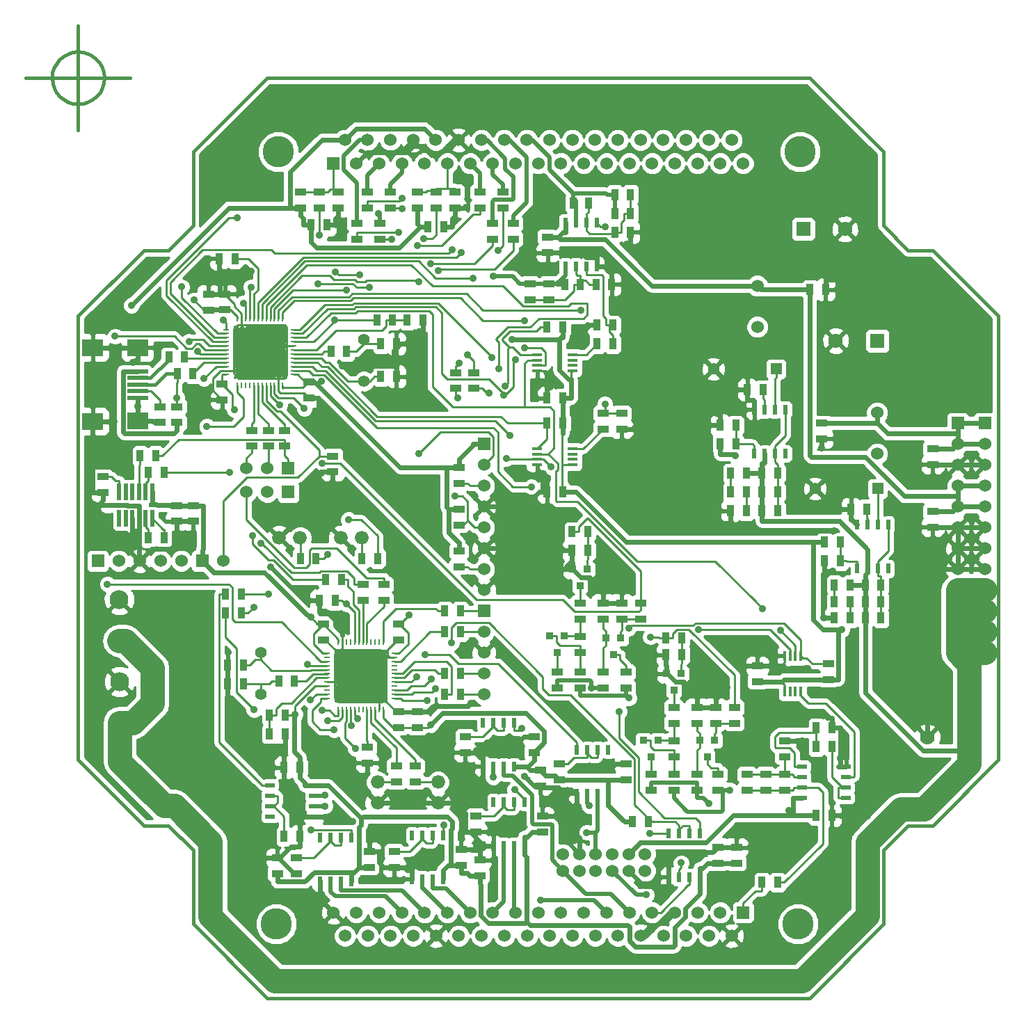
<source format=gtl>
G04 (created by PCBNEW-RS274X (2012-01-19 BZR 3256)-stable) date 11/12/2012 13:12:30*
G01*
G70*
G90*
%MOIN*%
G04 Gerber Fmt 3.4, Leading zero omitted, Abs format*
%FSLAX34Y34*%
G04 APERTURE LIST*
%ADD10C,0.006000*%
%ADD11C,0.015000*%
%ADD12R,0.036000X0.036000*%
%ADD13R,0.020000X0.045000*%
%ADD14R,0.045000X0.020000*%
%ADD15R,0.035000X0.055000*%
%ADD16R,0.055000X0.035000*%
%ADD17R,0.060000X0.060000*%
%ADD18C,0.060000*%
%ADD19C,0.066000*%
%ADD20C,0.150000*%
%ADD21R,0.055000X0.055000*%
%ADD22C,0.055000*%
%ADD23R,0.070000X0.070000*%
%ADD24C,0.070000*%
%ADD25R,0.098400X0.019600*%
%ADD26R,0.098400X0.078700*%
%ADD27R,0.031500X0.009800*%
%ADD28R,0.031500X0.009900*%
%ADD29R,0.009800X0.031500*%
%ADD30R,0.009900X0.031500*%
%ADD31R,0.019700X0.078700*%
%ADD32R,0.078700X0.019700*%
%ADD33C,0.090600*%
%ADD34R,0.015000X0.050000*%
%ADD35R,0.050000X0.015000*%
%ADD36C,0.035000*%
%ADD37C,0.118200*%
%ADD38C,0.023600*%
%ADD39C,0.019800*%
%ADD40C,0.010000*%
%ADD41C,0.009600*%
%ADD42C,0.015800*%
G04 APERTURE END LIST*
G54D10*
G54D11*
X01250Y00000D02*
X01226Y-00242D01*
X01155Y-00476D01*
X01041Y-00691D01*
X00886Y-00880D01*
X00698Y-01036D01*
X00484Y-01152D01*
X00251Y-01224D01*
X00008Y-01249D01*
X-00234Y-01227D01*
X-00468Y-01158D01*
X-00684Y-01045D01*
X-00874Y-00893D01*
X-01031Y-00706D01*
X-01148Y-00492D01*
X-01222Y-00259D01*
X-01249Y-00017D01*
X-01229Y00225D01*
X-01162Y00460D01*
X-01050Y00677D01*
X-00899Y00868D01*
X-00713Y01026D01*
X-00500Y01145D01*
X-00268Y01220D01*
X-00026Y01249D01*
X00217Y01231D01*
X00452Y01165D01*
X00669Y01055D01*
X00862Y00905D01*
X01021Y00720D01*
X01141Y00508D01*
X01218Y00276D01*
X01249Y00034D01*
X01250Y00000D01*
X-02500Y00000D02*
X02500Y00000D01*
X00000Y02500D02*
X00000Y-02500D01*
X05512Y-03543D02*
X09055Y00000D01*
X05512Y-07087D02*
X05512Y-03543D01*
X04331Y-08268D02*
X05512Y-07087D01*
X03149Y-08268D02*
X04331Y-08268D01*
X00000Y-11417D02*
X03149Y-08268D01*
X00000Y-32677D02*
X00000Y-11417D01*
X03150Y-35827D02*
X00000Y-32677D01*
X04331Y-35827D02*
X03150Y-35827D01*
X05512Y-37008D02*
X04331Y-35827D01*
X05512Y-40551D02*
X05512Y-37008D01*
X09055Y-44094D02*
X05512Y-40551D01*
X35040Y-44094D02*
X09055Y-44094D01*
X38583Y-40551D02*
X35040Y-44094D01*
X38583Y-37007D02*
X38583Y-40551D01*
X39764Y-35826D02*
X38583Y-37007D01*
X40945Y-35826D02*
X39764Y-35826D01*
X44094Y-32677D02*
X40945Y-35826D01*
X44094Y-11417D02*
X44094Y-32677D01*
X40945Y-08268D02*
X44094Y-11417D01*
X39764Y-08268D02*
X40945Y-08268D01*
X38583Y-07087D02*
X39764Y-08268D01*
X38583Y-03543D02*
X38583Y-07087D01*
X35040Y00000D02*
X38583Y-03543D01*
X09055Y00000D02*
X35040Y00000D01*
G54D12*
X25292Y-26852D03*
X25992Y-26852D03*
X25642Y-27652D03*
X22592Y-26752D03*
X23292Y-26752D03*
X22942Y-27552D03*
X29792Y-31752D03*
X30492Y-31752D03*
X30142Y-32552D03*
X27092Y-31752D03*
X27792Y-31752D03*
X27442Y-32552D03*
X23692Y-23552D03*
X24392Y-23552D03*
X24042Y-24352D03*
X28192Y-28552D03*
X28892Y-28552D03*
X28542Y-29352D03*
G54D13*
X23342Y-06952D03*
X23342Y-09052D03*
X23842Y-06952D03*
X24342Y-06952D03*
X24842Y-06952D03*
X23842Y-09052D03*
X24342Y-09052D03*
X24842Y-09052D03*
G54D14*
X34692Y-34502D03*
X36792Y-34502D03*
X34692Y-34002D03*
X34692Y-33502D03*
X34692Y-33002D03*
X36792Y-34002D03*
X36792Y-33502D03*
X36792Y-33002D03*
G54D13*
X25392Y-34302D03*
X25392Y-32202D03*
X24892Y-34302D03*
X24392Y-34302D03*
X23892Y-34302D03*
X24892Y-32202D03*
X24392Y-32202D03*
X23892Y-32202D03*
X20892Y-33002D03*
X20892Y-30902D03*
X20392Y-33002D03*
X19892Y-33002D03*
X19392Y-33002D03*
X20392Y-30902D03*
X19892Y-30902D03*
X19392Y-30902D03*
X29792Y-38302D03*
X29792Y-36202D03*
X29292Y-38302D03*
X28792Y-38302D03*
X28292Y-38302D03*
X29292Y-36202D03*
X28792Y-36202D03*
X28292Y-36202D03*
X21392Y-36802D03*
X21392Y-34702D03*
X20892Y-36802D03*
X20392Y-36802D03*
X19892Y-36802D03*
X20892Y-34702D03*
X20392Y-34702D03*
X19892Y-34702D03*
X17492Y-38402D03*
X17492Y-36302D03*
X16992Y-38402D03*
X16492Y-38402D03*
X15992Y-38402D03*
X16992Y-36302D03*
X16492Y-36302D03*
X15992Y-36302D03*
X13092Y-38502D03*
X13092Y-36402D03*
X12592Y-38502D03*
X12092Y-38502D03*
X11592Y-38502D03*
X12592Y-36402D03*
X12092Y-36402D03*
X11592Y-36402D03*
G54D14*
X11292Y-33902D03*
X09192Y-33902D03*
X11292Y-34402D03*
X11292Y-34902D03*
X11292Y-35402D03*
X09192Y-34402D03*
X09192Y-34902D03*
X09192Y-35402D03*
G54D13*
X38821Y-23521D03*
X38821Y-21421D03*
X38321Y-23521D03*
X37821Y-23521D03*
X37321Y-23521D03*
X38321Y-21421D03*
X37821Y-21421D03*
X37321Y-21421D03*
X33892Y-18002D03*
X33892Y-15902D03*
X33392Y-18002D03*
X32892Y-18002D03*
X32392Y-18002D03*
X33392Y-15902D03*
X32892Y-15902D03*
X32392Y-15902D03*
G54D15*
X05493Y-14173D03*
X04743Y-14173D03*
G54D16*
X03937Y-15767D03*
X03937Y-16517D03*
X23042Y-33627D03*
X23042Y-32877D03*
G54D15*
X36117Y-32052D03*
X35367Y-32052D03*
X14317Y-11602D03*
X15067Y-11602D03*
X33517Y-38552D03*
X32767Y-38552D03*
G54D16*
X32042Y-34127D03*
X32042Y-33377D03*
X32942Y-34127D03*
X32942Y-33377D03*
X33842Y-32527D03*
X33842Y-31777D03*
X18542Y-31577D03*
X18542Y-32327D03*
G54D15*
X12867Y-13118D03*
X12117Y-13118D03*
X26567Y-35652D03*
X27317Y-35652D03*
G54D16*
X08324Y-16898D03*
X08324Y-17648D03*
X12205Y-18129D03*
X12205Y-18879D03*
X09112Y-16898D03*
X09112Y-17648D03*
X09899Y-16898D03*
X09899Y-17648D03*
G54D15*
X07517Y-08668D03*
X06767Y-08668D03*
G54D16*
X19042Y-35377D03*
X19042Y-36127D03*
G54D15*
X11400Y-23032D03*
X10650Y-23032D03*
G54D16*
X20342Y-06227D03*
X20342Y-05477D03*
X16142Y-32977D03*
X16142Y-33727D03*
X15242Y-32977D03*
X15242Y-33727D03*
X14942Y-06227D03*
X14942Y-05477D03*
X20842Y-07727D03*
X20842Y-06977D03*
G54D15*
X09617Y-28902D03*
X10367Y-28902D03*
X12317Y-25052D03*
X11567Y-25052D03*
G54D16*
X13842Y-32077D03*
X13842Y-32827D03*
G54D15*
X11867Y-24052D03*
X12617Y-24052D03*
G54D16*
X13642Y-24277D03*
X13642Y-25027D03*
X14642Y-24277D03*
X14642Y-25027D03*
G54D15*
X18317Y-25552D03*
X17567Y-25552D03*
X18317Y-26552D03*
X17567Y-26552D03*
X18317Y-28552D03*
X17567Y-28552D03*
X18317Y-29552D03*
X17567Y-29552D03*
X03722Y-18111D03*
X02972Y-18111D03*
X04116Y-18898D03*
X03366Y-18898D03*
G54D16*
X04725Y-15767D03*
X04725Y-16517D03*
G54D15*
X05100Y-13386D03*
X04350Y-13386D03*
G54D16*
X26942Y-25177D03*
X26942Y-25927D03*
X25142Y-28477D03*
X25142Y-29227D03*
G54D15*
X23667Y-22652D03*
X24417Y-22652D03*
G54D16*
X26042Y-25177D03*
X26042Y-25927D03*
X25142Y-25177D03*
X25142Y-25927D03*
X15142Y-37077D03*
X15142Y-37827D03*
X10442Y-37377D03*
X10442Y-38127D03*
G54D15*
X09867Y-36352D03*
X10617Y-36352D03*
G54D16*
X18942Y-14127D03*
X18942Y-14877D03*
X18092Y-14127D03*
X18092Y-14877D03*
G54D15*
X07817Y-25652D03*
X07067Y-25652D03*
X07817Y-24752D03*
X07067Y-24752D03*
G54D16*
X35942Y-28827D03*
X35942Y-28077D03*
G54D15*
X23217Y-11952D03*
X22467Y-11952D03*
X23217Y-16552D03*
X22467Y-16552D03*
X24867Y-12752D03*
X25617Y-12752D03*
G54D16*
X25142Y-16827D03*
X25142Y-16077D03*
X21642Y-09877D03*
X21642Y-10627D03*
G54D15*
X24817Y-09902D03*
X25567Y-09902D03*
G54D16*
X22542Y-09877D03*
X22542Y-10627D03*
G54D15*
X25717Y-07402D03*
X26467Y-07402D03*
X25717Y-05602D03*
X26467Y-05602D03*
X25717Y-06502D03*
X26467Y-06502D03*
X14352Y-23032D03*
X13602Y-23032D03*
G54D16*
X28542Y-31777D03*
X28542Y-32527D03*
X28542Y-33377D03*
X28542Y-34127D03*
X30642Y-33377D03*
X30642Y-34127D03*
X28542Y-30177D03*
X28542Y-30927D03*
G54D15*
X33517Y-20752D03*
X32767Y-20752D03*
X33517Y-19852D03*
X32767Y-19852D03*
X33517Y-18952D03*
X32767Y-18952D03*
G54D16*
X31442Y-30177D03*
X31442Y-30927D03*
G54D15*
X28167Y-26852D03*
X28917Y-26852D03*
G54D16*
X27442Y-33377D03*
X27442Y-34127D03*
X29642Y-33377D03*
X29642Y-34127D03*
X30542Y-30177D03*
X30542Y-30927D03*
G54D15*
X28167Y-27652D03*
X28917Y-27652D03*
G54D16*
X29642Y-30177D03*
X29642Y-30927D03*
X24042Y-26777D03*
X24042Y-27527D03*
X24042Y-28477D03*
X24042Y-29227D03*
G54D15*
X31517Y-17552D03*
X30767Y-17552D03*
X31517Y-16652D03*
X30767Y-16652D03*
G54D16*
X24042Y-25177D03*
X24042Y-25927D03*
X26242Y-28477D03*
X26242Y-29227D03*
G54D15*
X23667Y-21752D03*
X24417Y-21752D03*
G54D16*
X22942Y-28477D03*
X22942Y-29227D03*
X32542Y-28927D03*
X32542Y-28177D03*
X26242Y-33627D03*
X26242Y-32877D03*
X22142Y-33177D03*
X22142Y-33927D03*
G54D15*
X35367Y-31152D03*
X36117Y-31152D03*
X16517Y-11602D03*
X15767Y-11602D03*
G54D16*
X21842Y-32327D03*
X21842Y-31577D03*
X33842Y-34127D03*
X33842Y-33377D03*
G54D15*
X15255Y-14320D03*
X14505Y-14320D03*
X15255Y-12746D03*
X14505Y-12746D03*
G54D16*
X30642Y-37627D03*
X30642Y-36877D03*
X31542Y-37627D03*
X31542Y-36877D03*
X22242Y-36127D03*
X22242Y-35377D03*
G54D15*
X32017Y-18952D03*
X31267Y-18952D03*
X32817Y-14952D03*
X32067Y-14952D03*
X35067Y-10152D03*
X35817Y-10152D03*
X31267Y-19852D03*
X32017Y-19852D03*
X32017Y-20752D03*
X31267Y-20752D03*
G54D16*
X18342Y-37727D03*
X18342Y-36977D03*
X19242Y-38227D03*
X19242Y-37477D03*
X13942Y-37827D03*
X13942Y-37077D03*
G54D15*
X10617Y-33052D03*
X09867Y-33052D03*
G54D16*
X09542Y-38127D03*
X09542Y-37377D03*
G54D15*
X35367Y-35352D03*
X36117Y-35352D03*
X23217Y-15352D03*
X22467Y-15352D03*
G54D16*
X11742Y-26177D03*
X11742Y-26927D03*
X15342Y-26177D03*
X15342Y-26927D03*
X15342Y-31127D03*
X15342Y-30377D03*
X16242Y-31127D03*
X16242Y-30377D03*
G54D15*
X36989Y-24311D03*
X36239Y-24311D03*
X37777Y-20669D03*
X37027Y-20669D03*
G54D16*
X35630Y-16554D03*
X35630Y-17304D03*
G54D15*
X11167Y-07052D03*
X11917Y-07052D03*
X16767Y-07152D03*
X17517Y-07152D03*
X36239Y-25098D03*
X36989Y-25098D03*
X36989Y-25886D03*
X36239Y-25886D03*
X09917Y-31452D03*
X09167Y-31452D03*
X07167Y-28152D03*
X07917Y-28152D03*
X07167Y-29052D03*
X07917Y-29052D03*
G54D16*
X40942Y-17777D03*
X40942Y-18527D03*
X40942Y-20777D03*
X40942Y-21527D03*
X01181Y-19113D03*
X01181Y-19863D03*
X04725Y-20491D03*
X04725Y-21241D03*
X05512Y-20491D03*
X05512Y-21241D03*
G54D15*
X03365Y-22047D03*
X04115Y-22047D03*
G54D16*
X11042Y-14577D03*
X11042Y-15327D03*
X06892Y-14677D03*
X06892Y-15427D03*
X07025Y-11113D03*
X07025Y-10363D03*
X06242Y-11127D03*
X06242Y-10377D03*
G54D15*
X38466Y-25886D03*
X37716Y-25886D03*
X38466Y-25098D03*
X37716Y-25098D03*
X38466Y-24311D03*
X37716Y-24311D03*
X36517Y-22252D03*
X35767Y-22252D03*
G54D16*
X10642Y-06227D03*
X10642Y-05477D03*
X16242Y-06227D03*
X16242Y-05477D03*
G54D15*
X36517Y-23152D03*
X35767Y-23152D03*
G54D16*
X11542Y-06227D03*
X11542Y-05477D03*
X17142Y-06227D03*
X17142Y-05477D03*
X12442Y-05477D03*
X12442Y-06227D03*
X18042Y-05477D03*
X18042Y-06227D03*
G54D15*
X09917Y-30552D03*
X09167Y-30552D03*
G54D16*
X13342Y-07727D03*
X13342Y-06977D03*
X19242Y-06227D03*
X19242Y-05477D03*
X13842Y-06227D03*
X13842Y-05477D03*
X19842Y-07727D03*
X19842Y-06977D03*
X14442Y-07727D03*
X14442Y-06977D03*
X22492Y-07627D03*
X22492Y-08377D03*
G54D15*
X23717Y-06002D03*
X24467Y-06002D03*
X23317Y-09902D03*
X24067Y-09902D03*
G54D16*
X26042Y-16077D03*
X26042Y-16827D03*
G54D15*
X25617Y-11852D03*
X24867Y-11852D03*
X23217Y-19852D03*
X22467Y-19852D03*
G54D17*
X00942Y-23152D03*
G54D18*
X01942Y-23152D03*
X02942Y-23152D03*
X03942Y-23152D03*
X04942Y-23152D03*
G54D17*
X19442Y-25552D03*
G54D18*
X19442Y-26552D03*
X19442Y-27552D03*
X19442Y-28552D03*
X19442Y-29552D03*
G54D17*
X10067Y-18702D03*
G54D18*
X09067Y-18702D03*
X08067Y-18702D03*
G54D17*
X10067Y-19852D03*
G54D18*
X09067Y-19852D03*
X08067Y-19852D03*
G54D17*
X05942Y-23152D03*
G54D18*
X06942Y-23152D03*
G54D19*
X17242Y-33752D03*
X17242Y-34752D03*
X14342Y-33752D03*
X14342Y-34752D03*
X10639Y-22047D03*
X09639Y-22047D03*
X13591Y-22047D03*
X12591Y-22047D03*
G54D17*
X12238Y-04103D03*
G54D18*
X13328Y-04103D03*
X14418Y-04103D03*
X15508Y-04103D03*
X16598Y-04103D03*
X17688Y-04103D03*
X18778Y-04103D03*
X19868Y-04103D03*
X20958Y-04103D03*
G54D20*
X09598Y-03543D03*
X34598Y-03543D03*
G54D18*
X22048Y-04103D03*
X23138Y-04103D03*
X24228Y-04103D03*
X25318Y-04103D03*
X26408Y-04103D03*
X27498Y-04103D03*
X28588Y-04103D03*
X29678Y-04103D03*
X30768Y-04103D03*
X31858Y-04103D03*
X12778Y-02983D03*
X13868Y-02983D03*
X14958Y-02983D03*
X16048Y-02983D03*
X17138Y-02983D03*
X18228Y-02983D03*
X19318Y-02983D03*
X20408Y-02983D03*
X21498Y-02983D03*
X22588Y-02983D03*
X23678Y-02983D03*
X24768Y-02983D03*
X25858Y-02983D03*
X26948Y-02983D03*
X28038Y-02983D03*
X29128Y-02983D03*
X30218Y-02983D03*
X31308Y-02983D03*
G54D17*
X31858Y-39991D03*
G54D18*
X30768Y-39991D03*
X29678Y-39991D03*
X28588Y-39991D03*
X27498Y-39991D03*
X26408Y-39991D03*
X25318Y-39991D03*
X24228Y-39991D03*
X23138Y-39991D03*
G54D20*
X34498Y-40551D03*
X09498Y-40551D03*
G54D18*
X22048Y-39991D03*
X20958Y-39991D03*
X19868Y-39991D03*
X18778Y-39991D03*
X17688Y-39991D03*
X16598Y-39991D03*
X15508Y-39991D03*
X14418Y-39991D03*
X13328Y-39991D03*
X12238Y-39991D03*
X31318Y-41111D03*
X30228Y-41111D03*
X29138Y-41111D03*
X28048Y-41111D03*
X26958Y-41111D03*
X25868Y-41111D03*
X24778Y-41111D03*
X23688Y-41111D03*
X22598Y-41111D03*
X21508Y-41111D03*
X20418Y-41111D03*
X19328Y-41111D03*
X18238Y-41111D03*
X17148Y-41111D03*
X16058Y-41111D03*
X14968Y-41111D03*
X13878Y-41111D03*
X12788Y-41111D03*
G54D21*
X33442Y-13952D03*
G54D22*
X30442Y-13952D03*
G54D21*
X38311Y-19685D03*
G54D22*
X35311Y-19685D03*
G54D23*
X42693Y-31595D03*
G54D24*
X40693Y-31595D03*
G54D22*
X08742Y-29552D03*
X08742Y-27552D03*
X13699Y-12533D03*
X13699Y-14533D03*
G54D17*
X43442Y-16552D03*
G54D18*
X43442Y-17552D03*
X43442Y-18552D03*
X43442Y-19552D03*
X43442Y-20552D03*
X43442Y-21552D03*
X43442Y-22552D03*
X43442Y-23552D03*
X43442Y-24552D03*
X43442Y-25552D03*
X43442Y-26552D03*
X43442Y-27552D03*
G54D17*
X42142Y-16552D03*
G54D18*
X42142Y-17552D03*
X42142Y-18552D03*
X42142Y-19552D03*
X42142Y-20552D03*
X42142Y-21552D03*
X42142Y-22552D03*
X42142Y-23552D03*
X42142Y-24552D03*
X42142Y-25552D03*
X42142Y-26552D03*
X42142Y-27552D03*
X38288Y-18012D03*
X38288Y-16044D03*
X32542Y-11936D03*
X32542Y-09968D03*
G54D25*
X02854Y-14697D03*
X02854Y-14383D03*
X02854Y-15326D03*
G54D26*
X00690Y-16468D03*
X00690Y-12926D03*
X02854Y-16429D03*
X02854Y-12926D03*
G54D25*
X02854Y-15011D03*
X02854Y-14068D03*
G54D27*
X11929Y-29734D03*
G54D28*
X11929Y-29537D03*
X11929Y-29340D03*
X11929Y-29143D03*
G54D27*
X11929Y-28947D03*
X11929Y-28750D03*
X11929Y-28554D03*
X11929Y-28357D03*
G54D28*
X11929Y-28161D03*
X11929Y-27964D03*
X11929Y-27767D03*
G54D27*
X11929Y-27570D03*
G54D29*
X12460Y-27039D03*
G54D30*
X12657Y-27039D03*
X12854Y-27039D03*
X13051Y-27039D03*
G54D29*
X13247Y-27039D03*
X13444Y-27039D03*
X13640Y-27039D03*
X13837Y-27039D03*
G54D30*
X14033Y-27039D03*
X14230Y-27039D03*
X14427Y-27039D03*
G54D29*
X14624Y-27039D03*
G54D27*
X15155Y-29734D03*
G54D28*
X15155Y-29537D03*
X15155Y-29340D03*
X15155Y-29143D03*
G54D27*
X15155Y-28947D03*
X15155Y-28750D03*
X15155Y-28554D03*
X15155Y-28357D03*
G54D28*
X15155Y-28161D03*
X15155Y-27964D03*
X15155Y-27767D03*
G54D27*
X15155Y-27570D03*
G54D29*
X12460Y-30265D03*
G54D30*
X12657Y-30265D03*
X12854Y-30265D03*
X13051Y-30265D03*
G54D29*
X13247Y-30265D03*
X13444Y-30265D03*
X13640Y-30265D03*
X13837Y-30265D03*
G54D30*
X14033Y-30265D03*
X14230Y-30265D03*
X14427Y-30265D03*
G54D29*
X14624Y-30265D03*
G54D27*
X10331Y-12057D03*
G54D28*
X10331Y-12254D03*
X10331Y-12451D03*
X10331Y-12648D03*
G54D27*
X10331Y-12844D03*
X10331Y-13041D03*
X10331Y-13237D03*
X10331Y-13434D03*
G54D28*
X10331Y-13630D03*
X10331Y-13827D03*
X10331Y-14024D03*
G54D27*
X10331Y-14221D03*
G54D29*
X09800Y-14752D03*
G54D30*
X09603Y-14752D03*
X09406Y-14752D03*
X09209Y-14752D03*
G54D29*
X09013Y-14752D03*
X08816Y-14752D03*
X08620Y-14752D03*
X08423Y-14752D03*
G54D30*
X08227Y-14752D03*
X08030Y-14752D03*
X07833Y-14752D03*
G54D29*
X07636Y-14752D03*
G54D27*
X07105Y-12057D03*
G54D28*
X07105Y-12254D03*
X07105Y-12451D03*
X07105Y-12648D03*
G54D27*
X07105Y-12844D03*
X07105Y-13041D03*
X07105Y-13237D03*
X07105Y-13434D03*
G54D28*
X07105Y-13630D03*
X07105Y-13827D03*
X07105Y-14024D03*
G54D27*
X07105Y-14221D03*
G54D29*
X09800Y-11526D03*
G54D30*
X09603Y-11526D03*
X09406Y-11526D03*
X09209Y-11526D03*
G54D29*
X09013Y-11526D03*
X08816Y-11526D03*
X08620Y-11526D03*
X08423Y-11526D03*
G54D30*
X08227Y-11526D03*
X08030Y-11526D03*
X07833Y-11526D03*
G54D29*
X07636Y-11526D03*
G54D31*
X02913Y-21103D03*
X02599Y-21103D03*
X02284Y-21103D03*
X01969Y-21103D03*
X03228Y-21103D03*
X03543Y-21103D03*
G54D32*
X03780Y-20473D03*
G54D31*
X02599Y-19843D03*
X02913Y-19843D03*
X03228Y-19843D03*
X03543Y-19843D03*
X02284Y-19843D03*
X01969Y-19843D03*
G54D32*
X01732Y-20473D03*
G54D18*
X27166Y-37204D03*
X26378Y-37204D03*
X25591Y-37204D03*
X24803Y-37204D03*
X24016Y-37204D03*
X23228Y-37204D03*
X27166Y-37992D03*
X26378Y-37992D03*
X25591Y-37992D03*
X24803Y-37992D03*
X24016Y-37992D03*
X23228Y-37992D03*
G54D33*
X01969Y-26968D03*
X01969Y-25000D03*
X01988Y-30905D03*
X01988Y-28937D03*
G54D17*
X19442Y-17552D03*
G54D18*
X19442Y-18552D03*
X19442Y-19552D03*
X19442Y-20552D03*
X19442Y-21552D03*
X19442Y-22552D03*
X19442Y-23552D03*
X19442Y-24552D03*
G54D16*
X18242Y-18677D03*
X18242Y-19427D03*
X18242Y-20677D03*
X18242Y-21427D03*
X18242Y-22677D03*
X18242Y-23427D03*
G54D23*
X38303Y-12598D03*
G54D24*
X36303Y-12598D03*
G54D23*
X34742Y-07252D03*
G54D24*
X36742Y-07252D03*
G54D34*
X33858Y-29402D03*
X34114Y-29402D03*
X34370Y-29402D03*
X34626Y-29402D03*
X34626Y-27702D03*
X34370Y-27702D03*
X34114Y-27702D03*
X33858Y-27702D03*
G54D35*
X23692Y-14036D03*
X23692Y-13780D03*
X23692Y-13524D03*
X23692Y-13268D03*
X21992Y-13268D03*
X21992Y-13524D03*
X21992Y-13780D03*
X21992Y-14036D03*
X23692Y-18536D03*
X23692Y-18280D03*
X23692Y-18024D03*
X23692Y-17768D03*
X21992Y-17768D03*
X21992Y-18024D03*
X21992Y-18280D03*
X21992Y-18536D03*
G54D36*
X02549Y-10904D03*
X34049Y-35088D03*
X31505Y-18111D03*
X14392Y-06520D03*
X20927Y-34105D03*
X19702Y-15120D03*
X11142Y-36036D03*
X08426Y-30275D03*
X18194Y-15328D03*
X17537Y-35797D03*
X11837Y-34368D03*
X11835Y-34892D03*
X16707Y-29843D03*
X06942Y-11591D03*
X17109Y-29283D03*
X18042Y-20053D03*
X04950Y-10016D03*
X16919Y-28800D03*
X17921Y-08225D03*
X19878Y-09513D03*
X17890Y-27067D03*
X07619Y-06712D03*
X21399Y-11628D03*
X25929Y-30366D03*
X27389Y-36216D03*
X19823Y-13399D03*
X22142Y-39389D03*
X24367Y-36160D03*
X24487Y-34864D03*
X27219Y-39153D03*
X29713Y-26444D03*
X22650Y-18637D03*
X21378Y-12933D03*
X20522Y-18253D03*
X20385Y-15214D03*
X20945Y-13504D03*
X33642Y-26476D03*
X32796Y-25433D03*
X19892Y-33500D03*
X31228Y-34126D03*
X30228Y-34768D03*
X27425Y-26792D03*
X24077Y-11135D03*
X26398Y-29721D03*
X24592Y-29227D03*
X11700Y-18457D03*
X12845Y-10178D03*
X16636Y-27627D03*
X16312Y-09765D03*
X21264Y-31177D03*
X20141Y-13935D03*
X11961Y-22840D03*
X13951Y-10033D03*
X07909Y-10809D03*
X11486Y-09861D03*
X12333Y-09288D03*
X12960Y-21173D03*
X13475Y-09445D03*
X08296Y-10025D03*
X28891Y-37621D03*
X05735Y-13118D03*
X07256Y-18898D03*
X08743Y-22291D03*
X08351Y-21939D03*
X06166Y-16696D03*
X06030Y-14416D03*
X01772Y-12385D03*
X05317Y-12639D03*
X20701Y-17136D03*
X20451Y-14758D03*
X21715Y-19592D03*
X26375Y-26379D03*
X12859Y-25203D03*
X16312Y-17998D03*
X11139Y-29812D03*
X15370Y-07411D03*
X12268Y-31232D03*
X15528Y-05772D03*
X16245Y-08033D03*
X13102Y-31047D03*
X13381Y-30691D03*
X16899Y-08908D03*
X11681Y-30311D03*
X15026Y-07727D03*
X15510Y-06279D03*
X11952Y-30790D03*
X13292Y-32139D03*
X20125Y-08268D03*
X16208Y-28699D03*
X17271Y-09244D03*
X01402Y-24257D03*
X11570Y-07549D03*
X16569Y-07717D03*
X11003Y-28093D03*
X34680Y-31777D03*
X22614Y-14798D03*
X13701Y-33518D03*
X18605Y-06191D03*
X11655Y-18939D03*
X19093Y-32224D03*
X07326Y-37377D03*
X12292Y-16489D03*
X12647Y-13802D03*
X13163Y-35641D03*
X31105Y-29200D03*
X13945Y-36457D03*
X30599Y-21327D03*
X23861Y-12089D03*
X23014Y-34115D03*
X24096Y-33033D03*
X24105Y-08373D03*
X26278Y-07962D03*
X02633Y-13634D03*
X02871Y-15729D03*
X36742Y-09662D03*
X08275Y-09258D03*
X12364Y-07052D03*
X09224Y-23439D03*
X37815Y-35376D03*
X36152Y-23642D03*
X35734Y-25886D03*
X36507Y-32614D03*
X01710Y-16468D03*
X30599Y-16059D03*
X36215Y-21699D03*
X35630Y-17751D03*
X34953Y-28303D03*
X28420Y-38800D03*
X21131Y-31798D03*
X21391Y-33472D03*
X35671Y-30447D03*
X31880Y-28177D03*
X22292Y-18956D03*
X18817Y-29957D03*
X04726Y-15324D03*
X09659Y-15662D03*
X08413Y-25373D03*
X18270Y-13660D03*
X18371Y-08357D03*
X18642Y-13262D03*
X18920Y-09589D03*
X10837Y-15844D03*
X09109Y-24752D03*
X25242Y-07141D03*
X25242Y-15626D03*
X20785Y-12524D03*
X12292Y-11602D03*
X07492Y-15902D03*
X10392Y-30502D03*
X36606Y-26433D03*
X16892Y-31002D03*
X15842Y-25752D03*
X11642Y-14552D03*
X05542Y-10652D03*
X11142Y-25852D03*
G54D37*
X37815Y-36654D02*
X39430Y-35039D01*
G54D38*
X11677Y-02983D02*
X10152Y-04508D01*
X11167Y-07052D02*
X10777Y-07052D01*
G54D37*
X42142Y-26552D02*
X42142Y-25552D01*
G54D38*
X32872Y-18462D02*
X32892Y-18442D01*
X32767Y-21242D02*
X36475Y-21242D01*
X32767Y-18462D02*
X32872Y-18462D01*
G54D37*
X42693Y-28103D02*
X42142Y-27552D01*
X04607Y-34882D02*
X06339Y-36614D01*
G54D38*
X36475Y-21242D02*
X37821Y-22588D01*
X10642Y-06227D02*
X10642Y-06617D01*
X32767Y-18952D02*
X32767Y-18462D01*
G54D37*
X06339Y-36614D02*
X06339Y-40177D01*
G54D38*
X32767Y-19852D02*
X32767Y-18952D01*
X16242Y-06227D02*
X16242Y-07017D01*
X32017Y-18952D02*
X32767Y-18952D01*
X07226Y-06227D02*
X02549Y-10904D01*
X32767Y-19852D02*
X32767Y-20752D01*
X37716Y-24311D02*
X37716Y-23821D01*
G54D37*
X02244Y-26968D02*
X03563Y-28287D01*
X09430Y-43268D02*
X34685Y-43268D01*
G54D38*
X42693Y-32236D02*
X40481Y-32236D01*
X37716Y-29471D02*
X37716Y-25886D01*
G54D37*
X42142Y-27552D02*
X43442Y-27552D01*
G54D38*
X12778Y-02983D02*
X11677Y-02983D01*
X37821Y-23716D02*
X37821Y-23521D01*
X16242Y-07017D02*
X16377Y-07152D01*
X15395Y-08134D02*
X11435Y-08134D01*
G54D37*
X42693Y-32878D02*
X42693Y-32236D01*
X42693Y-32236D02*
X42693Y-31595D01*
G54D38*
X37716Y-25886D02*
X37716Y-25098D01*
G54D37*
X03563Y-28287D02*
X03563Y-29980D01*
G54D38*
X10777Y-07052D02*
X10777Y-06752D01*
X16767Y-07152D02*
X16377Y-07152D01*
G54D37*
X39430Y-35039D02*
X40532Y-35039D01*
G54D38*
X37821Y-22588D02*
X37821Y-23521D01*
G54D37*
X42693Y-31595D02*
X42693Y-28103D01*
X04114Y-34882D02*
X04607Y-34882D01*
G54D38*
X17138Y-02983D02*
X16578Y-02423D01*
G54D37*
X40532Y-35039D02*
X42693Y-32878D01*
X42142Y-24552D02*
X43442Y-24552D01*
X42142Y-27552D02*
X42142Y-26552D01*
X37815Y-40138D02*
X37815Y-36654D01*
G54D38*
X40481Y-32236D02*
X37716Y-29471D01*
X16377Y-07152D02*
X15395Y-08134D01*
G54D37*
X34685Y-43268D02*
X37815Y-40138D01*
X06339Y-40177D02*
X09430Y-43268D01*
G54D38*
X11435Y-08134D02*
X11167Y-07866D01*
G54D37*
X01969Y-26968D02*
X02244Y-26968D01*
X01988Y-30905D02*
X01988Y-32756D01*
G54D38*
X37716Y-24311D02*
X36989Y-24311D01*
X10152Y-04508D02*
X10152Y-06227D01*
X10642Y-06227D02*
X10152Y-06227D01*
G54D37*
X02638Y-30905D02*
X01988Y-30905D01*
X03563Y-29980D02*
X02638Y-30905D01*
G54D38*
X32892Y-18002D02*
X32892Y-18442D01*
X37716Y-23821D02*
X37821Y-23716D01*
G54D37*
X42142Y-26552D02*
X43442Y-26552D01*
G54D38*
X32767Y-20752D02*
X32767Y-21242D01*
X11167Y-07866D02*
X11167Y-07052D01*
G54D37*
X42142Y-25552D02*
X43442Y-25552D01*
G54D38*
X37716Y-25098D02*
X37716Y-24311D01*
G54D37*
X42142Y-25552D02*
X42142Y-24552D01*
G54D38*
X10152Y-06227D02*
X07226Y-06227D01*
G54D37*
X01988Y-32756D02*
X04114Y-34882D01*
G54D38*
X16578Y-02423D02*
X13338Y-02423D01*
X13338Y-02423D02*
X12778Y-02983D01*
X10777Y-06752D02*
X10642Y-06617D01*
X34049Y-35088D02*
X34252Y-35088D01*
X23342Y-06952D02*
X23342Y-07392D01*
X23342Y-07392D02*
X23217Y-07392D01*
X23217Y-07392D02*
X22982Y-07627D01*
X35067Y-10152D02*
X32726Y-10152D01*
X32726Y-10152D02*
X32542Y-09968D01*
X22492Y-07627D02*
X22982Y-07627D01*
X34252Y-35088D02*
X34252Y-34502D01*
X34252Y-35352D02*
X34252Y-35088D01*
X23099Y-07744D02*
X22982Y-07627D01*
X25257Y-07744D02*
X23099Y-07744D01*
X27481Y-09968D02*
X25257Y-07744D01*
X32542Y-09968D02*
X27481Y-09968D01*
X42142Y-20552D02*
X43442Y-20552D01*
X42142Y-19552D02*
X43442Y-19552D01*
X41917Y-20777D02*
X42142Y-20552D01*
X40942Y-20777D02*
X41917Y-20777D01*
X42142Y-20552D02*
X42142Y-20052D01*
X42142Y-20052D02*
X42142Y-19552D01*
X35067Y-10152D02*
X35067Y-10642D01*
X35067Y-18112D02*
X35067Y-10642D01*
X35135Y-18180D02*
X35067Y-18112D01*
X37726Y-18180D02*
X35135Y-18180D01*
X34692Y-34502D02*
X34252Y-34502D01*
X30767Y-18042D02*
X31436Y-18042D01*
X31436Y-18042D02*
X31505Y-18111D01*
X30767Y-17552D02*
X30767Y-18042D01*
X34252Y-35352D02*
X31386Y-35352D01*
X31386Y-35352D02*
X30094Y-36644D01*
X30094Y-36644D02*
X26938Y-36644D01*
X26938Y-36644D02*
X26378Y-37204D01*
X35367Y-35352D02*
X34252Y-35352D01*
X42142Y-20052D02*
X39598Y-20052D01*
X39598Y-20052D02*
X37726Y-18180D01*
X04725Y-16517D02*
X04725Y-16907D01*
X02854Y-14068D02*
X02147Y-14068D01*
X02147Y-14068D02*
X02147Y-16983D01*
X02147Y-16983D02*
X02209Y-17045D01*
X02209Y-17045D02*
X04587Y-17045D01*
X04587Y-17045D02*
X04725Y-16907D01*
G54D39*
X13342Y-05028D02*
X13342Y-06977D01*
X12735Y-04421D02*
X13342Y-05028D01*
X12735Y-03733D02*
X12735Y-04421D01*
X13485Y-02983D02*
X12735Y-03733D01*
X13868Y-02983D02*
X13485Y-02983D01*
X14418Y-04103D02*
X13842Y-04679D01*
X13842Y-04679D02*
X13842Y-05106D01*
X13842Y-05477D02*
X13842Y-05106D01*
X19242Y-04567D02*
X19242Y-05477D01*
X18778Y-04103D02*
X19242Y-04567D01*
X19318Y-02983D02*
X19579Y-02983D01*
X19579Y-02983D02*
X20461Y-03865D01*
X20461Y-03865D02*
X20461Y-04359D01*
X20461Y-04359D02*
X20847Y-04745D01*
X20847Y-04745D02*
X20847Y-05792D01*
X20847Y-05792D02*
X20790Y-05849D01*
X20790Y-05849D02*
X19927Y-05849D01*
X19927Y-05849D02*
X19842Y-05934D01*
X19842Y-05934D02*
X19842Y-06977D01*
X14392Y-06520D02*
X14392Y-06556D01*
X14392Y-06556D02*
X14442Y-06606D01*
X14442Y-06977D02*
X14442Y-06606D01*
X15508Y-04103D02*
X15508Y-04540D01*
X14942Y-05477D02*
X14942Y-05106D01*
X15508Y-04540D02*
X14942Y-05106D01*
X20342Y-05477D02*
X20342Y-05106D01*
X19868Y-04103D02*
X19868Y-04632D01*
X19868Y-04632D02*
X20342Y-05106D01*
X20842Y-06977D02*
X20842Y-06606D01*
X20408Y-02983D02*
X20669Y-02983D01*
X20669Y-02983D02*
X21485Y-03799D01*
X21485Y-03799D02*
X21485Y-05963D01*
X21485Y-05963D02*
X20842Y-06606D01*
G54D40*
X18942Y-14877D02*
X19358Y-14877D01*
X19358Y-14877D02*
X19601Y-15120D01*
X19601Y-15120D02*
X19702Y-15120D01*
X20927Y-34105D02*
X21392Y-34570D01*
X21392Y-34570D02*
X21392Y-34702D01*
G54D39*
X20958Y-39991D02*
X20892Y-39925D01*
X20892Y-39925D02*
X20892Y-36802D01*
X20392Y-39467D02*
X20392Y-36802D01*
X19868Y-39991D02*
X20392Y-39467D01*
G54D40*
X13092Y-36036D02*
X11142Y-36036D01*
X13092Y-36402D02*
X13092Y-36036D01*
X07067Y-25652D02*
X07067Y-26817D01*
X07067Y-26817D02*
X07601Y-27351D01*
X07601Y-27351D02*
X07601Y-29450D01*
X07601Y-29450D02*
X08426Y-30275D01*
G54D39*
X15530Y-38923D02*
X12592Y-38923D01*
X16598Y-39991D02*
X15530Y-38923D01*
X12592Y-38502D02*
X12592Y-38923D01*
X15508Y-39991D02*
X14737Y-39220D01*
X14737Y-39220D02*
X12308Y-39220D01*
X12308Y-39220D02*
X12092Y-39004D01*
X12092Y-39004D02*
X12092Y-38502D01*
G54D40*
X18092Y-15193D02*
X18092Y-15226D01*
X18092Y-14877D02*
X18092Y-15193D01*
X17492Y-35842D02*
X17492Y-36302D01*
X17537Y-35797D02*
X17492Y-35842D01*
X18092Y-15226D02*
X18194Y-15328D01*
G54D39*
X17610Y-38823D02*
X16992Y-38823D01*
X18778Y-39991D02*
X17610Y-38823D01*
X16992Y-38402D02*
X16992Y-38823D01*
X16492Y-38402D02*
X16492Y-38823D01*
X17688Y-39991D02*
X16520Y-38823D01*
X16520Y-38823D02*
X16492Y-38823D01*
G54D40*
X06751Y-31827D02*
X08826Y-33902D01*
X06751Y-24752D02*
X06751Y-31827D01*
X07067Y-24752D02*
X06751Y-24752D01*
X09192Y-33902D02*
X08826Y-33902D01*
G54D39*
X11713Y-34402D02*
X11747Y-34368D01*
X11747Y-34368D02*
X11837Y-34368D01*
X11292Y-34402D02*
X11713Y-34402D01*
X11723Y-34892D02*
X11713Y-34902D01*
X11835Y-34892D02*
X11723Y-34892D01*
X11292Y-34902D02*
X11713Y-34902D01*
G54D40*
X06942Y-11591D02*
X07105Y-11754D01*
X15454Y-29734D02*
X15563Y-29843D01*
X19442Y-23552D02*
X18783Y-23552D01*
X15563Y-29843D02*
X16707Y-29843D01*
X18783Y-23552D02*
X18658Y-23427D01*
X07105Y-11754D02*
X07105Y-12057D01*
X15155Y-29734D02*
X15454Y-29734D01*
X18242Y-23427D02*
X18658Y-23427D01*
X06673Y-12254D02*
X04950Y-10531D01*
X18420Y-20053D02*
X18042Y-20053D01*
X07105Y-12254D02*
X06673Y-12254D01*
X19005Y-21552D02*
X18665Y-21212D01*
X18665Y-21212D02*
X18665Y-20298D01*
X19442Y-21552D02*
X19005Y-21552D01*
X15992Y-29537D02*
X16094Y-29435D01*
X04950Y-10531D02*
X04950Y-10016D01*
X18242Y-21427D02*
X18450Y-21427D01*
X15155Y-29537D02*
X15992Y-29537D01*
X16957Y-29435D02*
X17109Y-29283D01*
X18450Y-21427D02*
X18665Y-21212D01*
X18665Y-20298D02*
X18420Y-20053D01*
X16094Y-29435D02*
X16957Y-29435D01*
X06514Y-12451D02*
X04414Y-10351D01*
X17747Y-08399D02*
X17921Y-08225D01*
X07105Y-12451D02*
X06514Y-12451D01*
X16919Y-28800D02*
X16580Y-29139D01*
X09419Y-08399D02*
X17747Y-08399D01*
X04414Y-10351D02*
X04414Y-09788D01*
X18783Y-19552D02*
X18658Y-19427D01*
X15953Y-29139D02*
X15752Y-29340D01*
X18242Y-19427D02*
X18658Y-19427D01*
X19442Y-19552D02*
X18783Y-19552D01*
X16580Y-29139D02*
X15953Y-29139D01*
X09253Y-08233D02*
X09419Y-08399D01*
X05969Y-08233D02*
X09253Y-08233D01*
X04414Y-09788D02*
X05969Y-08233D01*
X15752Y-29340D02*
X15155Y-29340D01*
G54D39*
X22921Y-09877D02*
X22930Y-09885D01*
X21642Y-09877D02*
X21171Y-09877D01*
X22542Y-09877D02*
X21642Y-09877D01*
X22778Y-09877D02*
X22542Y-09877D01*
X23317Y-09902D02*
X22946Y-09902D01*
X20807Y-09513D02*
X19878Y-09513D01*
X21171Y-09877D02*
X20807Y-09513D01*
X23342Y-09052D02*
X23342Y-09473D01*
X22930Y-09885D02*
X23342Y-09473D01*
X22778Y-09877D02*
X22837Y-09877D01*
X22930Y-09885D02*
X22946Y-09902D01*
X22837Y-09877D02*
X22921Y-09877D01*
X21759Y-02983D02*
X22593Y-03817D01*
X21498Y-02983D02*
X21759Y-02983D01*
X23717Y-05531D02*
X25275Y-05531D01*
X22593Y-03817D02*
X22593Y-04407D01*
X22593Y-04407D02*
X23717Y-05531D01*
X25275Y-05531D02*
X25346Y-05602D01*
X23842Y-05891D02*
X23842Y-06952D01*
X23717Y-06002D02*
X23717Y-05766D01*
X25717Y-05602D02*
X25346Y-05602D01*
X23717Y-05766D02*
X23717Y-05531D01*
X25717Y-06502D02*
X25717Y-05602D01*
X23717Y-05766D02*
X23842Y-05891D01*
G54D40*
X07619Y-06712D02*
X07219Y-06712D01*
X07219Y-06712D02*
X04222Y-09709D01*
X27475Y-35652D02*
X27633Y-35652D01*
X04222Y-09709D02*
X04222Y-10430D01*
X27317Y-35652D02*
X27475Y-35652D01*
X22270Y-28690D02*
X19690Y-26110D01*
X18109Y-26110D02*
X17890Y-26329D01*
X06440Y-12648D02*
X07105Y-12648D01*
X22547Y-29561D02*
X22270Y-29284D01*
X27633Y-35652D02*
X28608Y-35652D01*
X28792Y-36019D02*
X28975Y-35836D01*
X26664Y-32641D02*
X23584Y-29561D01*
X29292Y-36202D02*
X29292Y-35836D01*
X17890Y-26329D02*
X17890Y-27067D01*
X27475Y-35652D02*
X26664Y-34841D01*
X28608Y-35652D02*
X28792Y-35836D01*
X19690Y-26110D02*
X18109Y-26110D01*
X28975Y-35836D02*
X29292Y-35836D01*
X28792Y-36202D02*
X28792Y-36019D01*
X28792Y-36019D02*
X28792Y-35836D01*
X26664Y-34841D02*
X26664Y-32641D01*
X22270Y-29284D02*
X22270Y-28690D01*
X23584Y-29561D02*
X22547Y-29561D01*
X04222Y-10430D02*
X06440Y-12648D01*
X09800Y-11526D02*
X09800Y-11228D01*
X13202Y-10540D02*
X18309Y-10540D01*
X29593Y-35460D02*
X28095Y-35460D01*
X18309Y-10540D02*
X19397Y-11628D01*
X28095Y-35460D02*
X26855Y-34220D01*
X26855Y-32561D02*
X25929Y-31635D01*
X29792Y-36202D02*
X29792Y-35659D01*
X26855Y-34220D02*
X26855Y-32561D01*
X25929Y-31635D02*
X25929Y-30366D01*
X10343Y-10685D02*
X13057Y-10685D01*
X29792Y-35659D02*
X29593Y-35460D01*
X13057Y-10685D02*
X13202Y-10540D01*
X09800Y-11228D02*
X10343Y-10685D01*
X19397Y-11628D02*
X21399Y-11628D01*
X13219Y-10794D02*
X17240Y-10794D01*
X13137Y-10876D02*
X13219Y-10794D01*
X10629Y-12057D02*
X11810Y-10876D01*
X19823Y-13377D02*
X19823Y-13399D01*
X11810Y-10876D02*
X13137Y-10876D01*
X17240Y-10794D02*
X19823Y-13377D01*
X27389Y-36216D02*
X28278Y-36216D01*
X28278Y-36216D02*
X28292Y-36202D01*
X10331Y-12057D02*
X10629Y-12057D01*
G54D39*
X24803Y-36160D02*
X24892Y-36071D01*
X24892Y-34302D02*
X24892Y-34723D01*
X24803Y-37204D02*
X24803Y-36160D01*
X24716Y-39389D02*
X22142Y-39389D01*
X24892Y-36071D02*
X24892Y-34723D01*
X25318Y-39991D02*
X24716Y-39389D01*
X24803Y-36160D02*
X24367Y-36160D01*
X25591Y-37992D02*
X26752Y-39153D01*
X26752Y-39153D02*
X27219Y-39153D01*
X24392Y-34302D02*
X24392Y-34769D01*
X24392Y-34769D02*
X24487Y-34864D01*
G54D40*
X34114Y-27401D02*
X34114Y-27702D01*
X22402Y-13130D02*
X22402Y-13760D01*
X13217Y-11067D02*
X13298Y-10986D01*
X22205Y-12933D02*
X22402Y-13130D01*
X20844Y-13721D02*
X20844Y-13605D01*
X34114Y-27401D02*
X33157Y-26444D01*
X21992Y-18280D02*
X20549Y-18280D01*
X32998Y-26444D02*
X29713Y-26444D01*
X33157Y-26444D02*
X32998Y-26444D01*
X22382Y-13780D02*
X21992Y-13780D01*
X21378Y-12933D02*
X22205Y-12933D01*
X20549Y-18280D02*
X20522Y-18253D01*
X22293Y-18280D02*
X22650Y-18637D01*
X22402Y-13760D02*
X22382Y-13780D01*
X20522Y-15143D02*
X20844Y-14821D01*
X10771Y-12254D02*
X11958Y-11067D01*
X17160Y-10986D02*
X17430Y-11256D01*
X20844Y-14821D02*
X20844Y-13721D01*
X17430Y-14175D02*
X17703Y-14448D01*
X20844Y-13605D02*
X20945Y-13504D01*
X20385Y-15143D02*
X20385Y-15214D01*
X20844Y-13721D02*
X20844Y-13712D01*
X10331Y-12254D02*
X10771Y-12254D01*
X17703Y-14448D02*
X19690Y-14448D01*
X20385Y-15143D02*
X20522Y-15143D01*
X17430Y-11256D02*
X17430Y-14175D01*
X21992Y-18280D02*
X22293Y-18280D01*
X13298Y-10986D02*
X17160Y-10986D01*
X19690Y-14448D02*
X20385Y-15143D01*
X11958Y-11067D02*
X13217Y-11067D01*
X31858Y-39550D02*
X32440Y-38968D01*
X32440Y-38968D02*
X32767Y-38968D01*
X32767Y-38552D02*
X32767Y-38968D01*
X31858Y-39991D02*
X31858Y-39550D01*
X30533Y-23177D02*
X26787Y-23177D01*
X21992Y-13524D02*
X21555Y-13524D01*
X34370Y-27204D02*
X33642Y-26476D01*
X32796Y-25433D02*
X32416Y-25053D01*
X22790Y-15955D02*
X22790Y-17527D01*
X22520Y-18024D02*
X22790Y-17754D01*
X22992Y-18484D02*
X22992Y-18760D01*
X22790Y-17754D02*
X22790Y-17527D01*
X22611Y-15776D02*
X22790Y-15955D01*
X32416Y-25053D02*
X32409Y-25053D01*
X22520Y-18024D02*
X22532Y-18024D01*
X21992Y-18024D02*
X22520Y-18024D01*
X22992Y-18760D02*
X22885Y-18867D01*
X22611Y-15776D02*
X21396Y-15776D01*
X22532Y-18024D02*
X22992Y-18484D01*
X34370Y-27702D02*
X34370Y-27204D01*
X16976Y-14801D02*
X17951Y-15776D01*
X21555Y-13524D02*
X21396Y-13683D01*
X16976Y-11343D02*
X16976Y-14801D01*
X13376Y-11179D02*
X16812Y-11179D01*
X16812Y-11179D02*
X16976Y-11343D01*
X26787Y-23177D02*
X23911Y-20301D01*
X17951Y-15776D02*
X21396Y-15776D01*
X22885Y-20264D02*
X22885Y-18867D01*
X32409Y-25053D02*
X30533Y-23177D01*
X10331Y-12451D02*
X10916Y-12451D01*
X13297Y-11258D02*
X13376Y-11179D01*
X21396Y-13683D02*
X21396Y-15776D01*
X22922Y-20301D02*
X22885Y-20264D01*
X22885Y-18867D02*
X22885Y-18850D01*
X23911Y-20301D02*
X22922Y-20301D01*
X12109Y-11258D02*
X13297Y-11258D01*
X10916Y-12451D02*
X12109Y-11258D01*
G54D39*
X21759Y-34369D02*
X21759Y-35692D01*
X22657Y-35755D02*
X22714Y-35812D01*
X21822Y-35755D02*
X22657Y-35755D01*
X21759Y-35692D02*
X21822Y-35755D01*
X20392Y-33423D02*
X20813Y-33423D01*
X25510Y-39093D02*
X26408Y-39991D01*
X22714Y-37478D02*
X23228Y-37992D01*
X22714Y-35812D02*
X22714Y-37478D01*
X23228Y-37992D02*
X24329Y-39093D01*
X20392Y-33002D02*
X20392Y-33423D01*
X24329Y-39093D02*
X25510Y-39093D01*
X20813Y-33423D02*
X21759Y-34369D01*
X19892Y-33500D02*
X19892Y-33002D01*
X30878Y-34127D02*
X31113Y-34127D01*
X31113Y-34126D02*
X31113Y-34127D01*
X30878Y-34127D02*
X30878Y-35105D01*
X30878Y-35105D02*
X30821Y-35162D01*
X29206Y-35162D02*
X28542Y-34498D01*
X28542Y-34127D02*
X28542Y-34498D01*
X30821Y-35162D02*
X29206Y-35162D01*
X30642Y-34127D02*
X30878Y-34127D01*
X31228Y-34126D02*
X31113Y-34126D01*
X29958Y-34498D02*
X30228Y-34768D01*
X29642Y-34127D02*
X29642Y-34498D01*
X29642Y-34015D02*
X29642Y-33756D01*
X29642Y-34498D02*
X29958Y-34498D01*
X29642Y-34015D02*
X29642Y-34127D01*
X27442Y-34127D02*
X27442Y-33756D01*
X29642Y-33756D02*
X27442Y-33756D01*
G54D40*
X13122Y-10349D02*
X18608Y-10349D01*
X10246Y-10494D02*
X12977Y-10494D01*
X28167Y-26852D02*
X28483Y-26852D01*
X28673Y-26435D02*
X29257Y-26435D01*
X19394Y-11135D02*
X24077Y-11135D01*
X27425Y-26792D02*
X27791Y-26792D01*
X28483Y-26852D02*
X28483Y-26625D01*
X18608Y-10349D02*
X19394Y-11135D01*
X12977Y-10494D02*
X13122Y-10349D01*
X09603Y-11526D02*
X09603Y-11137D01*
X31442Y-28620D02*
X31442Y-30177D01*
X27791Y-26792D02*
X27851Y-26852D01*
X29257Y-26435D02*
X31442Y-28620D01*
X09603Y-11137D02*
X10246Y-10494D01*
X28167Y-26852D02*
X27851Y-26852D01*
X28483Y-26625D02*
X28673Y-26435D01*
G54D39*
X26242Y-29524D02*
X26242Y-29598D01*
X26275Y-29598D02*
X26398Y-29721D01*
X26242Y-29598D02*
X26275Y-29598D01*
X24042Y-29227D02*
X24042Y-29598D01*
X26242Y-29598D02*
X24042Y-29598D01*
X26242Y-29227D02*
X26242Y-29524D01*
X22942Y-29227D02*
X22942Y-28856D01*
X22942Y-28856D02*
X24515Y-28856D01*
X24515Y-28856D02*
X24592Y-28933D01*
X24592Y-28933D02*
X24592Y-29227D01*
X24671Y-29227D02*
X24592Y-29227D01*
X25142Y-29227D02*
X24671Y-29227D01*
G54D40*
X26942Y-25177D02*
X26942Y-25493D01*
X26942Y-23627D02*
X26942Y-24861D01*
X24427Y-21112D02*
X26942Y-23627D01*
X23215Y-25000D02*
X23802Y-25587D01*
X23983Y-21516D02*
X24387Y-21112D01*
X23983Y-21752D02*
X23983Y-21516D01*
X23667Y-21752D02*
X23983Y-21752D01*
X26942Y-25064D02*
X26942Y-24861D01*
X26942Y-25064D02*
X26942Y-25177D01*
X26848Y-25587D02*
X26942Y-25493D01*
X24387Y-21112D02*
X24427Y-21112D01*
X19091Y-25000D02*
X23215Y-25000D01*
X12548Y-18457D02*
X19091Y-25000D01*
X11700Y-18457D02*
X12548Y-18457D01*
X23802Y-25587D02*
X26848Y-25587D01*
X10291Y-10178D02*
X12845Y-10178D01*
X09406Y-11063D02*
X10291Y-10178D01*
X09406Y-11526D02*
X09406Y-11063D01*
X10718Y-09480D02*
X12063Y-09480D01*
X13820Y-09717D02*
X16264Y-09717D01*
X18212Y-28056D02*
X20112Y-28056D01*
X13772Y-09765D02*
X13820Y-09717D01*
X12063Y-09480D02*
X12252Y-09669D01*
X09209Y-11526D02*
X09209Y-10989D01*
X09209Y-10989D02*
X10718Y-09480D01*
X13247Y-09669D02*
X13343Y-09765D01*
X13343Y-09765D02*
X13772Y-09765D01*
X16636Y-27627D02*
X17783Y-27627D01*
X12252Y-09669D02*
X13247Y-09669D01*
X20112Y-28056D02*
X23892Y-31836D01*
X17783Y-27627D02*
X18212Y-28056D01*
X16264Y-09717D02*
X16312Y-09765D01*
X23892Y-32202D02*
X23892Y-31836D01*
X15967Y-08972D02*
X16976Y-09981D01*
X24377Y-10796D02*
X24405Y-10824D01*
X21308Y-10943D02*
X23476Y-10943D01*
X16976Y-09981D02*
X20346Y-09981D01*
X20346Y-09981D02*
X21308Y-10943D01*
X10955Y-08972D02*
X15967Y-08972D01*
X23623Y-10796D02*
X24377Y-10796D01*
X20141Y-12655D02*
X20141Y-13935D01*
X09013Y-11526D02*
X09013Y-10914D01*
X20036Y-12550D02*
X20141Y-12655D01*
X21646Y-11952D02*
X20594Y-11952D01*
X23476Y-10943D02*
X23623Y-10796D01*
X20036Y-12510D02*
X20036Y-12550D01*
X20594Y-11952D02*
X20036Y-12510D01*
X09013Y-10914D02*
X10955Y-08972D01*
X22073Y-11525D02*
X21646Y-11952D01*
X24209Y-11525D02*
X22073Y-11525D01*
X20892Y-30902D02*
X20892Y-31268D01*
X20892Y-31268D02*
X21173Y-31268D01*
X24405Y-11329D02*
X24209Y-11525D01*
X24405Y-10824D02*
X24405Y-11329D01*
X21173Y-31268D02*
X21264Y-31177D01*
X12205Y-18129D02*
X12113Y-18129D01*
X06942Y-23152D02*
X06942Y-20283D01*
X06942Y-20283D02*
X08081Y-19144D01*
X08081Y-19144D02*
X10538Y-19144D01*
X10538Y-19144D02*
X11553Y-18129D01*
X09013Y-14752D02*
X09013Y-15463D01*
X09013Y-15463D02*
X09528Y-15978D01*
X09528Y-15978D02*
X09689Y-15978D01*
X09689Y-15978D02*
X11553Y-17842D01*
X11553Y-17842D02*
X11553Y-18129D01*
X12113Y-18129D02*
X11553Y-18129D01*
X11400Y-23032D02*
X11769Y-23032D01*
X11769Y-23032D02*
X11961Y-22840D01*
X08030Y-11526D02*
X08030Y-10930D01*
X08030Y-10930D02*
X07909Y-10809D01*
X13168Y-09861D02*
X11486Y-09861D01*
X13340Y-10033D02*
X13168Y-09861D01*
X13951Y-10033D02*
X13340Y-10033D01*
X14352Y-21954D02*
X13572Y-21174D01*
X13572Y-21174D02*
X12960Y-21174D01*
X14352Y-23032D02*
X14352Y-21954D01*
X12333Y-09288D02*
X12490Y-09445D01*
X08227Y-10094D02*
X08296Y-10025D01*
X08227Y-11526D02*
X08227Y-10094D01*
X12490Y-09445D02*
X13475Y-09445D01*
X12960Y-21174D02*
X12960Y-21173D01*
X34562Y-34002D02*
X34326Y-34002D01*
X33842Y-34127D02*
X34258Y-34127D01*
X35690Y-36695D02*
X33833Y-38552D01*
X32942Y-34127D02*
X33842Y-34127D01*
X32942Y-34127D02*
X32042Y-34127D01*
X34258Y-34127D02*
X34258Y-34070D01*
X34258Y-34070D02*
X34326Y-34002D01*
X35690Y-34223D02*
X35690Y-36695D01*
X35469Y-34002D02*
X35690Y-34223D01*
X34692Y-34002D02*
X35469Y-34002D01*
X33517Y-38552D02*
X33833Y-38552D01*
X34562Y-34002D02*
X34692Y-34002D01*
X28792Y-37936D02*
X28891Y-37837D01*
X28891Y-37837D02*
X28891Y-37621D01*
X28792Y-38302D02*
X28792Y-37936D01*
X27914Y-39991D02*
X27498Y-39991D01*
X29237Y-38668D02*
X27914Y-39991D01*
X29292Y-38668D02*
X29237Y-38668D01*
X29292Y-38302D02*
X29292Y-38668D01*
X07105Y-13237D02*
X05854Y-13237D01*
X05854Y-13237D02*
X05735Y-13118D01*
X13226Y-24277D02*
X13226Y-23961D01*
X13226Y-23961D02*
X12899Y-23634D01*
X12899Y-23634D02*
X11629Y-23634D01*
X04116Y-18898D02*
X07256Y-18898D01*
X09112Y-18657D02*
X09112Y-17648D01*
X09067Y-18702D02*
X09112Y-18657D01*
X13642Y-24277D02*
X13226Y-24277D01*
X08803Y-22291D02*
X08743Y-22291D01*
X10219Y-23707D02*
X08803Y-22291D01*
X11556Y-23707D02*
X10219Y-23707D01*
X11629Y-23634D02*
X11556Y-23707D01*
X10067Y-18261D02*
X09899Y-18093D01*
X09358Y-23117D02*
X09122Y-23117D01*
X09899Y-18093D02*
X09899Y-17648D01*
X11551Y-24052D02*
X10293Y-24052D01*
X09122Y-23117D02*
X08351Y-22346D01*
X10293Y-24052D02*
X09358Y-23117D01*
X04038Y-18111D02*
X04817Y-17332D01*
X03722Y-18111D02*
X04038Y-18111D01*
X08351Y-22346D02*
X08351Y-21939D01*
X10067Y-18702D02*
X10067Y-18261D01*
X09899Y-17648D02*
X09899Y-17332D01*
X04817Y-17332D02*
X09899Y-17332D01*
X11867Y-24052D02*
X11551Y-24052D01*
X07636Y-14752D02*
X07636Y-15085D01*
X07636Y-15085D02*
X07911Y-15360D01*
X07911Y-16225D02*
X07440Y-16696D01*
X07911Y-15360D02*
X07911Y-16225D01*
X07440Y-16696D02*
X06166Y-16696D01*
X07105Y-13827D02*
X06619Y-13827D01*
X06619Y-13827D02*
X06030Y-14416D01*
X08067Y-18221D02*
X08324Y-17964D01*
X11178Y-22524D02*
X11076Y-22626D01*
X11076Y-22626D02*
X11076Y-23320D01*
X08067Y-21167D02*
X08067Y-19852D01*
X10357Y-23457D02*
X08067Y-21167D01*
X11076Y-23320D02*
X10939Y-23457D01*
X10939Y-23457D02*
X10357Y-23457D01*
X14642Y-24277D02*
X14642Y-23961D01*
X08067Y-18702D02*
X08067Y-18221D01*
X12400Y-22524D02*
X11178Y-22524D01*
X13837Y-23961D02*
X12400Y-22524D01*
X14642Y-23961D02*
X13837Y-23961D01*
X08324Y-17648D02*
X08324Y-17964D01*
X05186Y-12955D02*
X05449Y-12955D01*
X04616Y-12385D02*
X05186Y-12955D01*
X06105Y-13041D02*
X07105Y-13041D01*
X05801Y-12736D02*
X06105Y-13040D01*
X05449Y-12955D02*
X05668Y-12736D01*
X01772Y-12385D02*
X04616Y-12385D01*
X06105Y-13040D02*
X06105Y-13041D01*
X05668Y-12736D02*
X05801Y-12736D01*
X06036Y-13630D02*
X05493Y-14173D01*
X07105Y-13630D02*
X06036Y-13630D01*
X07105Y-13434D02*
X05148Y-13434D01*
X05148Y-13434D02*
X05100Y-13386D01*
X05986Y-12528D02*
X05428Y-12528D01*
X05428Y-12528D02*
X05317Y-12639D01*
X06302Y-12844D02*
X05986Y-12528D01*
X07105Y-12844D02*
X06302Y-12844D01*
X21960Y-12143D02*
X22151Y-11952D01*
X20586Y-14623D02*
X20451Y-14758D01*
X20586Y-12985D02*
X20586Y-14623D01*
X20326Y-12519D02*
X20702Y-12143D01*
X10265Y-13822D02*
X11221Y-13822D01*
G54D41*
X10265Y-13822D02*
X10269Y-13822D01*
G54D40*
X20326Y-12559D02*
X20326Y-12519D01*
X20669Y-12902D02*
X20326Y-12559D01*
X20835Y-12902D02*
X21201Y-13268D01*
X20669Y-12902D02*
X20586Y-12985D01*
X22467Y-11952D02*
X22151Y-11952D01*
X11863Y-14033D02*
X14263Y-16433D01*
X20702Y-12143D02*
X21960Y-12143D01*
X10331Y-13827D02*
X10274Y-13827D01*
X14263Y-16433D02*
X19998Y-16433D01*
X19998Y-16433D02*
X20701Y-17136D01*
G54D41*
X10269Y-13822D02*
X10274Y-13827D01*
G54D40*
X11221Y-13822D02*
X11432Y-14033D01*
X11432Y-14033D02*
X11863Y-14033D01*
X20669Y-12902D02*
X20835Y-12902D01*
X21201Y-13268D02*
X21992Y-13268D01*
X11683Y-13841D02*
X11472Y-13630D01*
X20260Y-16236D02*
X14338Y-16236D01*
X11943Y-13841D02*
X11683Y-13841D01*
X21992Y-17768D02*
X22467Y-17293D01*
X22467Y-17293D02*
X22467Y-16552D01*
X22467Y-16552D02*
X20576Y-16552D01*
X20576Y-16552D02*
X20260Y-16236D01*
X11472Y-13630D02*
X10331Y-13630D01*
X14338Y-16236D02*
X11943Y-13841D01*
X34626Y-27702D02*
X34626Y-26929D01*
X35184Y-28077D02*
X34902Y-27795D01*
X34902Y-27795D02*
X34719Y-27795D01*
X34719Y-27795D02*
X34626Y-27702D01*
X35532Y-28077D02*
X35184Y-28077D01*
X29467Y-26243D02*
X26511Y-26243D01*
X33130Y-26128D02*
X33825Y-26128D01*
X29582Y-26128D02*
X29467Y-26243D01*
X11057Y-14024D02*
X11257Y-14224D01*
X14326Y-16767D02*
X19895Y-16767D01*
X33130Y-26128D02*
X29582Y-26128D01*
X11783Y-14224D02*
X14326Y-16767D01*
X33143Y-26128D02*
X33130Y-26128D01*
X26511Y-26243D02*
X26375Y-26379D01*
X34626Y-26929D02*
X33825Y-26128D01*
X19895Y-16767D02*
X20114Y-16986D01*
X35532Y-28077D02*
X35526Y-28077D01*
X35942Y-28077D02*
X35532Y-28077D01*
X20114Y-16986D02*
X20114Y-18874D01*
X20114Y-18874D02*
X20832Y-19592D01*
X10331Y-14024D02*
X11057Y-14024D01*
X20832Y-19592D02*
X21715Y-19592D01*
X11257Y-14224D02*
X11783Y-14224D01*
X12859Y-25203D02*
X12784Y-25203D01*
X19442Y-18552D02*
X19890Y-18104D01*
X17351Y-16959D02*
X16312Y-17998D01*
X13247Y-27039D02*
X13247Y-25591D01*
X13247Y-25591D02*
X12859Y-25203D01*
X19890Y-17192D02*
X19657Y-16959D01*
X12784Y-25203D02*
X12633Y-25052D01*
X12317Y-25052D02*
X12633Y-25052D01*
X19890Y-18104D02*
X19890Y-17192D01*
X19657Y-16959D02*
X17351Y-16959D01*
X13342Y-07727D02*
X13342Y-07411D01*
X11929Y-29537D02*
X11414Y-29537D01*
X13342Y-07411D02*
X15370Y-07411D01*
X11414Y-29537D02*
X11139Y-29812D01*
X11225Y-30852D02*
X11605Y-31232D01*
X11631Y-29914D02*
X11225Y-30320D01*
X11631Y-29734D02*
X11631Y-29914D01*
X11225Y-30320D02*
X11225Y-30852D01*
X13842Y-06227D02*
X13842Y-05911D01*
X11929Y-29734D02*
X11631Y-29734D01*
X11605Y-31232D02*
X12268Y-31232D01*
X15389Y-05911D02*
X13842Y-05911D01*
X15528Y-05772D02*
X15389Y-05911D01*
X19242Y-06543D02*
X18926Y-06543D01*
X18926Y-06543D02*
X17436Y-08033D01*
X17436Y-08033D02*
X16245Y-08033D01*
X13051Y-30996D02*
X13102Y-31047D01*
X13051Y-30265D02*
X13051Y-30996D01*
X19242Y-06227D02*
X19242Y-06543D01*
X19842Y-07727D02*
X19842Y-08043D01*
X13253Y-30563D02*
X13381Y-30691D01*
X13247Y-30563D02*
X13253Y-30563D01*
X13247Y-30265D02*
X13247Y-30563D01*
X18977Y-08908D02*
X16899Y-08908D01*
X19842Y-08043D02*
X18977Y-08908D01*
X12046Y-30311D02*
X11681Y-30311D01*
X12460Y-30265D02*
X12460Y-30563D01*
X12298Y-30563D02*
X12046Y-30311D01*
X14442Y-07727D02*
X14858Y-07727D01*
X12460Y-30563D02*
X12298Y-30563D01*
X14858Y-07727D02*
X15026Y-07727D01*
X15410Y-06279D02*
X15358Y-06227D01*
X14942Y-06227D02*
X15358Y-06227D01*
X15510Y-06279D02*
X15410Y-06279D01*
X12657Y-30637D02*
X12504Y-30790D01*
X12657Y-30265D02*
X12657Y-30637D01*
X12504Y-30790D02*
X11952Y-30790D01*
X12854Y-30265D02*
X12854Y-30848D01*
X12786Y-30916D02*
X12786Y-31633D01*
X12854Y-30848D02*
X12786Y-30916D01*
X20342Y-06227D02*
X20342Y-08051D01*
X20342Y-08051D02*
X20125Y-08268D01*
X12786Y-31633D02*
X13292Y-32139D01*
X19940Y-09161D02*
X17354Y-09161D01*
X20842Y-07727D02*
X20842Y-08259D01*
X15960Y-28947D02*
X16208Y-28699D01*
X17354Y-09161D02*
X17271Y-09244D01*
X15155Y-28947D02*
X15960Y-28947D01*
X20842Y-08259D02*
X19940Y-09161D01*
X14230Y-30749D02*
X16142Y-32661D01*
X14230Y-30265D02*
X14230Y-30749D01*
X16142Y-32977D02*
X16142Y-32661D01*
X15242Y-32101D02*
X15242Y-32977D01*
X14033Y-30892D02*
X15242Y-32101D01*
X14033Y-30265D02*
X14033Y-30892D01*
X17647Y-27974D02*
X16123Y-27974D01*
X17883Y-28210D02*
X17647Y-27974D01*
X17883Y-29552D02*
X17883Y-28210D01*
X16123Y-27974D02*
X15543Y-28554D01*
X17567Y-29552D02*
X17883Y-29552D01*
X15543Y-28554D02*
X15155Y-28554D01*
X13642Y-25027D02*
X13642Y-25343D01*
X13640Y-25345D02*
X13642Y-25343D01*
X13640Y-27039D02*
X13640Y-25345D01*
X12617Y-24052D02*
X12933Y-24052D01*
X12933Y-24368D02*
X12933Y-24052D01*
X13444Y-27039D02*
X13444Y-25510D01*
X13175Y-25241D02*
X13175Y-24610D01*
X13175Y-24610D02*
X12933Y-24368D01*
X13444Y-25510D02*
X13175Y-25241D01*
X12238Y-05349D02*
X12086Y-05349D01*
X11542Y-05477D02*
X10642Y-05477D01*
X11542Y-05477D02*
X11958Y-05477D01*
X12314Y-05349D02*
X12238Y-05349D01*
X12238Y-05349D02*
X12238Y-04103D01*
X12086Y-05349D02*
X11958Y-05477D01*
X12442Y-05477D02*
X12314Y-05349D01*
X18042Y-05477D02*
X18042Y-05319D01*
X17688Y-05319D02*
X17142Y-05319D01*
X18042Y-05319D02*
X17688Y-05319D01*
X16242Y-05477D02*
X16658Y-05477D01*
X17688Y-04103D02*
X17688Y-05319D01*
X17142Y-05398D02*
X16737Y-05398D01*
X16737Y-05398D02*
X16658Y-05477D01*
X17142Y-05477D02*
X17142Y-05398D01*
X17142Y-05398D02*
X17142Y-05319D01*
X11631Y-27964D02*
X09744Y-26077D01*
X09744Y-26077D02*
X07528Y-26077D01*
X11929Y-27964D02*
X11631Y-27964D01*
X07383Y-25932D02*
X07383Y-24418D01*
X11570Y-07549D02*
X11570Y-06571D01*
X07383Y-24418D02*
X07222Y-24257D01*
X07222Y-24257D02*
X01402Y-24257D01*
X11542Y-06227D02*
X11542Y-06543D01*
X07528Y-26077D02*
X07383Y-25932D01*
X11570Y-06571D02*
X11542Y-06543D01*
X11929Y-28161D02*
X11071Y-28161D01*
X11071Y-28161D02*
X11003Y-28093D01*
X17142Y-06227D02*
X17142Y-07547D01*
X17142Y-07547D02*
X16972Y-07717D01*
X16972Y-07717D02*
X16569Y-07717D01*
X17567Y-25552D02*
X17251Y-25552D01*
X17122Y-25423D02*
X17251Y-25552D01*
X15224Y-25423D02*
X17122Y-25423D01*
X14624Y-26023D02*
X15224Y-25423D01*
X14624Y-27039D02*
X14624Y-26023D01*
X17567Y-26552D02*
X16866Y-26552D01*
X16866Y-26552D02*
X15454Y-27964D01*
X15155Y-27964D02*
X15454Y-27964D01*
X14642Y-25027D02*
X14642Y-25343D01*
X13837Y-26148D02*
X14642Y-25343D01*
X13837Y-27039D02*
X13837Y-26148D01*
X17567Y-28552D02*
X17251Y-28552D01*
X15618Y-28750D02*
X15155Y-28750D01*
X15985Y-28383D02*
X15618Y-28750D01*
X17082Y-28383D02*
X15985Y-28383D01*
X17251Y-28552D02*
X17082Y-28383D01*
X21992Y-18656D02*
X21992Y-18536D01*
X22292Y-18956D02*
X21992Y-18656D01*
G54D38*
X33693Y-28177D02*
X33727Y-28177D01*
X33727Y-28177D02*
X33853Y-28303D01*
G54D40*
X33858Y-28012D02*
X33693Y-28177D01*
G54D38*
X22467Y-15352D02*
X22467Y-14199D01*
G54D40*
X22324Y-14036D02*
X21992Y-14036D01*
X22382Y-14094D02*
X22324Y-14036D01*
X22382Y-14114D02*
X22382Y-14094D01*
G54D38*
X26348Y-07892D02*
X26467Y-07892D01*
X11567Y-25052D02*
X11567Y-25542D01*
X32542Y-28177D02*
X33693Y-28177D01*
G54D40*
X33858Y-27702D02*
X33858Y-28012D01*
G54D38*
X22467Y-14199D02*
X22382Y-14114D01*
X11532Y-15729D02*
X12292Y-16489D01*
G54D40*
X09603Y-14752D02*
X09603Y-15013D01*
G54D38*
X11177Y-25052D02*
X10837Y-25052D01*
G54D40*
X14442Y-28652D02*
X14492Y-28652D01*
G54D41*
X12657Y-27039D02*
X12657Y-26703D01*
G54D38*
X11865Y-25542D02*
X11567Y-25542D01*
X12657Y-26703D02*
X12657Y-26334D01*
X18568Y-06191D02*
X18532Y-06227D01*
X11042Y-15327D02*
X11532Y-15327D01*
X14432Y-37077D02*
X14432Y-37607D01*
X12442Y-06338D02*
X12442Y-06617D01*
X12442Y-06338D02*
X12442Y-06227D01*
X15124Y-13072D02*
X15124Y-13802D01*
X15450Y-12746D02*
X15124Y-13072D01*
X15152Y-13830D02*
X15255Y-13830D01*
X15124Y-13802D02*
X15152Y-13830D01*
X12205Y-18879D02*
X12205Y-19269D01*
X13942Y-37077D02*
X14432Y-37077D01*
X10488Y-21198D02*
X11742Y-21198D01*
X19439Y-36769D02*
X19439Y-36802D01*
X09542Y-37377D02*
X07326Y-37377D01*
X00690Y-12926D02*
X02854Y-12926D01*
G54D40*
X09603Y-15013D02*
X09692Y-15102D01*
G54D38*
X11532Y-15327D02*
X11532Y-15729D01*
X14432Y-37607D02*
X14652Y-37827D01*
X12205Y-19269D02*
X11742Y-19732D01*
X09639Y-22047D02*
X10488Y-21198D01*
X11742Y-21198D02*
X12591Y-22047D01*
X11715Y-18879D02*
X11655Y-18939D01*
X15255Y-14320D02*
X15255Y-13830D01*
G54D40*
X10817Y-15102D02*
X11042Y-15327D01*
X09692Y-15102D02*
X10817Y-15102D01*
G54D38*
X18797Y-36127D02*
X18552Y-36127D01*
X17973Y-02983D02*
X18228Y-02983D01*
X17265Y-03691D02*
X17973Y-02983D01*
X16917Y-03691D02*
X17265Y-03691D01*
X16511Y-03285D02*
X16917Y-03691D01*
X16048Y-03285D02*
X16511Y-03285D01*
X18042Y-06227D02*
X18532Y-06227D01*
X21857Y-33938D02*
X22154Y-33938D01*
X13163Y-35641D02*
X11971Y-35641D01*
X23495Y-23552D02*
X23396Y-23552D01*
X19032Y-32327D02*
X19114Y-32245D01*
X13328Y-04103D02*
X13844Y-03587D01*
X19242Y-37477D02*
X19242Y-37087D01*
X18342Y-36977D02*
X18832Y-36977D01*
X19242Y-37087D02*
X19242Y-36999D01*
X18854Y-36999D02*
X18832Y-36977D01*
X19242Y-36999D02*
X18854Y-36999D01*
X12657Y-26334D02*
X11865Y-25542D01*
X18605Y-06191D02*
X18568Y-06191D01*
X13942Y-36460D02*
X13945Y-36457D01*
X13942Y-37077D02*
X13942Y-36460D01*
X23667Y-22652D02*
X23277Y-22652D01*
X21352Y-31577D02*
X21131Y-31798D01*
X13842Y-33377D02*
X13842Y-32827D01*
X19561Y-31798D02*
X19114Y-32245D01*
X21131Y-31798D02*
X19561Y-31798D01*
X19114Y-32245D02*
X19093Y-32224D01*
X16048Y-03285D02*
X16048Y-02983D01*
X15142Y-37827D02*
X14652Y-37827D01*
X15746Y-03587D02*
X16048Y-03285D01*
X28292Y-38672D02*
X28292Y-38742D01*
X28420Y-38800D02*
X28292Y-38672D01*
X28292Y-38672D02*
X28292Y-38302D01*
X28292Y-38302D02*
X28292Y-37862D01*
X19392Y-33002D02*
X19392Y-33442D01*
X18552Y-35222D02*
X18082Y-34752D01*
X18552Y-36127D02*
X18552Y-35222D01*
X17242Y-34752D02*
X18082Y-34752D01*
X18082Y-34752D02*
X19392Y-33442D01*
X28749Y-37114D02*
X28292Y-37571D01*
G54D40*
X14451Y-28361D02*
X14492Y-28402D01*
G54D38*
X21391Y-33472D02*
X21857Y-33938D01*
X22153Y-33938D02*
X22142Y-33927D01*
X22154Y-33938D02*
X22153Y-33938D01*
X35886Y-30662D02*
X36117Y-30662D01*
X35671Y-30447D02*
X35886Y-30662D01*
X36792Y-33002D02*
X36436Y-33002D01*
G54D40*
X09097Y-13597D02*
X09737Y-13597D01*
G54D38*
X23396Y-23552D02*
X23396Y-23413D01*
X23667Y-22652D02*
X23667Y-23142D01*
X11567Y-25052D02*
X11177Y-25052D01*
X19267Y-32562D02*
X19032Y-32327D01*
X19392Y-32562D02*
X19267Y-32562D01*
X19392Y-33002D02*
X19392Y-32562D01*
X18542Y-32327D02*
X19032Y-32327D01*
X34953Y-28303D02*
X33853Y-28303D01*
X31182Y-21327D02*
X30599Y-21327D01*
X31267Y-21242D02*
X31182Y-21327D01*
X31724Y-21699D02*
X31267Y-21242D01*
X36215Y-21699D02*
X31724Y-21699D01*
X28292Y-37571D02*
X28292Y-37862D01*
X13844Y-03587D02*
X15746Y-03587D01*
X30405Y-37114D02*
X28749Y-37114D01*
X10837Y-25052D02*
X09224Y-23439D01*
X30642Y-36877D02*
X30405Y-37114D01*
X12205Y-18879D02*
X11715Y-18879D01*
X36117Y-31152D02*
X36117Y-30662D01*
X11742Y-19732D02*
X11742Y-21198D01*
X30542Y-29763D02*
X30542Y-30177D01*
X31105Y-29200D02*
X30542Y-29763D01*
X11971Y-35641D02*
X11732Y-35402D01*
X32542Y-28177D02*
X31880Y-28177D01*
X36507Y-32931D02*
X36507Y-32614D01*
X36436Y-33002D02*
X36507Y-32931D01*
X36507Y-32614D02*
X36507Y-31152D01*
X06767Y-08668D02*
X06767Y-09158D01*
X00691Y-19863D02*
X00691Y-17076D01*
G54D40*
X16242Y-30377D02*
X15342Y-30377D01*
G54D38*
X18677Y-30097D02*
X18817Y-29957D01*
X17012Y-30097D02*
X18677Y-30097D01*
X16732Y-30377D02*
X17012Y-30097D01*
X16242Y-30377D02*
X16732Y-30377D01*
X33842Y-31777D02*
X34680Y-31777D01*
X06783Y-10363D02*
X06256Y-10363D01*
X09642Y-37427D02*
X09642Y-37377D01*
X00691Y-17076D02*
X00690Y-17076D01*
X03526Y-22568D02*
X04438Y-22568D01*
X01181Y-19863D02*
X00691Y-19863D01*
X00690Y-16468D02*
X00690Y-17076D01*
X01778Y-20473D02*
X02341Y-20473D01*
X01778Y-20473D02*
X01732Y-20473D01*
X01124Y-20310D02*
X01181Y-20253D01*
X01124Y-20473D02*
X01124Y-20310D01*
X01732Y-20473D02*
X01124Y-20473D01*
X01181Y-19863D02*
X01181Y-20253D01*
X03012Y-23082D02*
X03526Y-22568D01*
X02871Y-15729D02*
X02854Y-15729D01*
X02854Y-15326D02*
X02854Y-15729D01*
X02854Y-15729D02*
X02854Y-15820D01*
X07167Y-28152D02*
X07167Y-29052D01*
X07167Y-30797D02*
X07167Y-29052D01*
X08362Y-31992D02*
X07167Y-30797D01*
X04438Y-22568D02*
X04725Y-22281D01*
X02854Y-12926D02*
X02854Y-13534D01*
X02913Y-22983D02*
X02913Y-21711D01*
X03012Y-23082D02*
X02913Y-22983D01*
X03649Y-16517D02*
X03561Y-16429D01*
X03937Y-16517D02*
X03649Y-16517D01*
X02854Y-16429D02*
X03561Y-16429D01*
X02854Y-16429D02*
X02854Y-15820D01*
X02733Y-13534D02*
X02854Y-13534D01*
X02633Y-13634D02*
X02733Y-13534D01*
X15124Y-13802D02*
X12647Y-13802D01*
X07025Y-10363D02*
X06783Y-10363D01*
X06256Y-10363D02*
X06242Y-10377D01*
X06783Y-09258D02*
X06783Y-09174D01*
X06783Y-10363D02*
X06783Y-09258D01*
X06783Y-09174D02*
X06767Y-09158D01*
X09867Y-31992D02*
X09867Y-33052D01*
X06783Y-09258D02*
X08275Y-09258D01*
G54D40*
X07995Y-12102D02*
X09992Y-12102D01*
X08245Y-12352D02*
X09992Y-12352D01*
X09637Y-13047D02*
X09692Y-13102D01*
X08547Y-13047D02*
X09637Y-13047D01*
X08737Y-12844D02*
X09992Y-12844D01*
X08494Y-12601D02*
X08737Y-12844D01*
X09691Y-12601D02*
X09692Y-12602D01*
X08494Y-12601D02*
X09691Y-12601D01*
G54D38*
X10342Y-38127D02*
X09642Y-37427D01*
X10442Y-38127D02*
X10342Y-38127D01*
X12307Y-07052D02*
X12364Y-07052D01*
X09867Y-31992D02*
X08362Y-31992D01*
X09917Y-31942D02*
X09867Y-31992D01*
X10828Y-35170D02*
X09867Y-34209D01*
X10828Y-35402D02*
X10828Y-35170D01*
X02942Y-23152D02*
X03012Y-23082D01*
X10177Y-36842D02*
X09642Y-37377D01*
X10617Y-36842D02*
X10177Y-36842D01*
X09642Y-37377D02*
X09542Y-37377D01*
X11377Y-35402D02*
X11732Y-35402D01*
X11377Y-35402D02*
X11292Y-35402D01*
X10617Y-36352D02*
X10617Y-36842D01*
X09867Y-34209D02*
X09867Y-33052D01*
X22550Y-14862D02*
X22467Y-14862D01*
X24240Y-12089D02*
X24477Y-11852D01*
X11292Y-35402D02*
X10828Y-35402D01*
X10617Y-35613D02*
X10617Y-36352D01*
X10828Y-35402D02*
X10617Y-35613D01*
X11592Y-39345D02*
X11592Y-38502D01*
X12238Y-39991D02*
X11592Y-39345D01*
X23277Y-22652D02*
X23177Y-22552D01*
X22077Y-19852D02*
X21377Y-20552D01*
X21251Y-20552D02*
X19442Y-20552D01*
X23861Y-12089D02*
X24240Y-12089D01*
X22467Y-15352D02*
X22467Y-15107D01*
X22467Y-15107D02*
X22467Y-14862D01*
X20225Y-23769D02*
X20225Y-22552D01*
X19442Y-24552D02*
X20225Y-23769D01*
X21251Y-22552D02*
X20225Y-22552D01*
X20225Y-22552D02*
X19442Y-22552D01*
X24867Y-11852D02*
X24477Y-11852D01*
X26242Y-32877D02*
X25752Y-32877D01*
X23892Y-34742D02*
X23128Y-35506D01*
X19042Y-36127D02*
X18797Y-36127D01*
X22258Y-18956D02*
X22292Y-18956D01*
X19892Y-36802D02*
X19439Y-36802D01*
X19439Y-36802D02*
X19242Y-36999D01*
X22614Y-14798D02*
X22550Y-14862D01*
X22467Y-19852D02*
X22258Y-19852D01*
X22258Y-19852D02*
X22077Y-19852D01*
X24016Y-36394D02*
X24016Y-37204D01*
X23128Y-35506D02*
X24016Y-36394D01*
X22258Y-18956D02*
X22258Y-19852D01*
X21251Y-22552D02*
X21251Y-20552D01*
X24344Y-08612D02*
X24105Y-08373D01*
X24842Y-08612D02*
X24344Y-08612D01*
X23177Y-22552D02*
X21251Y-22552D01*
X24842Y-09052D02*
X24842Y-08612D01*
X24101Y-08377D02*
X24105Y-08373D01*
X22492Y-08377D02*
X24101Y-08377D01*
X21377Y-20552D02*
X21251Y-20552D01*
X02599Y-21711D02*
X02913Y-21711D01*
X02599Y-21103D02*
X02599Y-21711D01*
X02913Y-21103D02*
X02913Y-21711D01*
X23014Y-34115D02*
X23637Y-34115D01*
X22999Y-35377D02*
X23128Y-35506D01*
X22242Y-35377D02*
X22999Y-35377D01*
X18797Y-36127D02*
X19439Y-36769D01*
X22234Y-34018D02*
X22154Y-33938D01*
X23014Y-34018D02*
X22234Y-34018D01*
X23014Y-34115D02*
X23014Y-34018D01*
X23892Y-34302D02*
X23892Y-34370D01*
X23892Y-34370D02*
X23892Y-34742D01*
X23637Y-34115D02*
X23892Y-34370D01*
X04725Y-22281D02*
X04725Y-21241D01*
X25596Y-33033D02*
X24096Y-33033D01*
X25752Y-32877D02*
X25596Y-33033D01*
X27128Y-38742D02*
X26378Y-37992D01*
X28292Y-38742D02*
X27128Y-38742D01*
X25207Y-09052D02*
X25567Y-09412D01*
G54D40*
X11829Y-26927D02*
X11742Y-26927D01*
X12323Y-27421D02*
X11829Y-26927D01*
G54D38*
X13701Y-33518D02*
X13842Y-33377D01*
X26467Y-07402D02*
X26467Y-07892D01*
G54D40*
X13834Y-29011D02*
X14433Y-29011D01*
X14197Y-29374D02*
X14520Y-29374D01*
X13834Y-29011D02*
X14197Y-29374D01*
X13509Y-28686D02*
X13834Y-29011D01*
X13184Y-28361D02*
X13509Y-28686D01*
X12884Y-28061D02*
X13184Y-28361D01*
G54D38*
X40967Y-18552D02*
X40942Y-18527D01*
X42142Y-18552D02*
X40967Y-18552D01*
G54D40*
X12473Y-27421D02*
X12323Y-27421D01*
X14427Y-30265D02*
X14427Y-29943D01*
X07492Y-14024D02*
X07519Y-14024D01*
X14408Y-28686D02*
X14442Y-28652D01*
X13509Y-28686D02*
X14408Y-28686D01*
X07442Y-12052D02*
X07442Y-12102D01*
X07642Y-11852D02*
X07442Y-12052D01*
X07833Y-11852D02*
X07642Y-11852D01*
X08547Y-13047D02*
X08847Y-13347D01*
X09992Y-12352D02*
X09992Y-12102D01*
X07642Y-12352D02*
X07642Y-13502D01*
X08847Y-13347D02*
X09697Y-13347D01*
X07105Y-14024D02*
X06820Y-14024D01*
X09737Y-13597D02*
X09742Y-13602D01*
X08442Y-13502D02*
X08492Y-13452D01*
X07833Y-13502D02*
X08442Y-13502D01*
X14823Y-27658D02*
X14932Y-27767D01*
X14823Y-27402D02*
X14823Y-27658D01*
X15298Y-26927D02*
X14823Y-27402D01*
X15342Y-26927D02*
X15298Y-26927D01*
X06442Y-14402D02*
X06442Y-14977D01*
G54D38*
X40942Y-23852D02*
X41242Y-23552D01*
X40942Y-28752D02*
X40942Y-23852D01*
G54D40*
X07492Y-10830D02*
X07025Y-10363D01*
X07492Y-10952D02*
X07492Y-10830D01*
X07833Y-11293D02*
X07492Y-10952D01*
X07833Y-11526D02*
X07833Y-11293D01*
X13190Y-28854D02*
X13192Y-28852D01*
G54D38*
X24842Y-09052D02*
X25207Y-09052D01*
G54D40*
X14433Y-29011D02*
X14442Y-29002D01*
X12657Y-27401D02*
X12599Y-27401D01*
X12493Y-27401D02*
X12473Y-27421D01*
X12599Y-27401D02*
X12493Y-27401D01*
X12657Y-27401D02*
X12657Y-27834D01*
X12292Y-28947D02*
X11929Y-28947D01*
X12292Y-27602D02*
X12292Y-28947D01*
X12473Y-27421D02*
X12292Y-27602D01*
X12292Y-28947D02*
X12292Y-29202D01*
X09992Y-12844D02*
X09992Y-12352D01*
X09992Y-12844D02*
X10331Y-12844D01*
X07519Y-14024D02*
X07492Y-14024D01*
X09120Y-14024D02*
X09142Y-14002D01*
X07519Y-14024D02*
X09120Y-14024D01*
X07833Y-11852D02*
X07833Y-11940D01*
X07833Y-11800D02*
X07833Y-11852D01*
X07833Y-12333D02*
X07852Y-12352D01*
X07852Y-12352D02*
X08547Y-13047D01*
X14705Y-29823D02*
X14621Y-29823D01*
G54D38*
X41242Y-23552D02*
X42142Y-23552D01*
X40693Y-29001D02*
X40942Y-28752D01*
X40693Y-31595D02*
X40693Y-29001D01*
G54D40*
X09672Y-13872D02*
X09692Y-13852D01*
X09372Y-13872D02*
X09672Y-13872D01*
X07833Y-12902D02*
X08042Y-12902D01*
X07833Y-13152D02*
X08242Y-13152D01*
G54D38*
X40967Y-21552D02*
X40942Y-21527D01*
X42142Y-21552D02*
X40967Y-21552D01*
G54D40*
X06442Y-14977D02*
X06892Y-15427D01*
X08817Y-13727D02*
X08842Y-13752D01*
X07833Y-13727D02*
X08817Y-13727D01*
X09367Y-14227D02*
X09392Y-14202D01*
X07517Y-14227D02*
X09367Y-14227D01*
X08847Y-13347D02*
X09097Y-13597D01*
X12657Y-27343D02*
X12599Y-27401D01*
X12445Y-28854D02*
X13190Y-28854D01*
X12579Y-27421D02*
X12473Y-27421D01*
X12599Y-27401D02*
X12579Y-27421D01*
X12657Y-28452D02*
X12657Y-28642D01*
G54D38*
X42142Y-21552D02*
X43442Y-21552D01*
G54D40*
X07442Y-12102D02*
X07442Y-12352D01*
G54D38*
X23396Y-23413D02*
X23667Y-23142D01*
X23692Y-23552D02*
X24092Y-23952D01*
G54D40*
X07442Y-12352D02*
X07642Y-12352D01*
X09992Y-12102D02*
X09992Y-11952D01*
G54D38*
X26278Y-07962D02*
X26348Y-07892D01*
X42142Y-23552D02*
X43442Y-23552D01*
G54D40*
X07833Y-12902D02*
X07833Y-13152D01*
X12492Y-29902D02*
X14427Y-29902D01*
X12292Y-29702D02*
X12492Y-29902D01*
X12292Y-29552D02*
X12292Y-29702D01*
X12292Y-29202D02*
X12292Y-29552D01*
G54D38*
X42142Y-23552D02*
X42142Y-22552D01*
G54D40*
X09892Y-11852D02*
X07833Y-11852D01*
X09992Y-11952D02*
X09892Y-11852D01*
X14451Y-28061D02*
X14492Y-28102D01*
X12884Y-28061D02*
X14451Y-28061D01*
X12657Y-28452D02*
X12992Y-28452D01*
X12292Y-29202D02*
X13592Y-29202D01*
X13992Y-29552D02*
X14092Y-29652D01*
X12292Y-29552D02*
X13992Y-29552D01*
X09097Y-13597D02*
X09372Y-13872D01*
G54D38*
X42142Y-22552D02*
X43442Y-22552D01*
G54D40*
X13023Y-27767D02*
X14742Y-27767D01*
X12657Y-27401D02*
X13023Y-27767D01*
X06820Y-14024D02*
X06442Y-14402D01*
X12352Y-28947D02*
X12292Y-28947D01*
X12657Y-27039D02*
X12657Y-27343D01*
X12657Y-27834D02*
X12884Y-28061D01*
X09992Y-14252D02*
X09992Y-12844D01*
X09842Y-14402D02*
X09992Y-14252D01*
X09603Y-14402D02*
X09842Y-14402D01*
X07833Y-13710D02*
X07519Y-14024D01*
X07025Y-10363D02*
X07025Y-10423D01*
G54D38*
X42142Y-22552D02*
X42142Y-21552D01*
G54D40*
X07833Y-13152D02*
X07833Y-13502D01*
X09697Y-13347D02*
X09742Y-13302D01*
X13592Y-29202D02*
X13642Y-29252D01*
X12445Y-28854D02*
X12352Y-28947D01*
X07833Y-13727D02*
X07833Y-13710D01*
X07442Y-14024D02*
X07105Y-14024D01*
G54D38*
X43442Y-18552D02*
X42142Y-18552D01*
G54D40*
X07833Y-11526D02*
X07833Y-11777D01*
X12657Y-28642D02*
X12445Y-28854D01*
G54D38*
X37059Y-21159D02*
X37027Y-21159D01*
X37321Y-21421D02*
X37059Y-21159D01*
G54D40*
X14520Y-29374D02*
X14542Y-29352D01*
X13184Y-28361D02*
X14451Y-28361D01*
G54D38*
X09917Y-31452D02*
X09917Y-31942D01*
X36239Y-25886D02*
X35849Y-25886D01*
X35849Y-25886D02*
X35734Y-25886D01*
X35630Y-17751D02*
X35630Y-17304D01*
X02913Y-20494D02*
X02362Y-20494D01*
X02913Y-21103D02*
X02913Y-20494D01*
X37027Y-20669D02*
X37027Y-21159D01*
X36117Y-35352D02*
X36507Y-35352D01*
X17907Y-06752D02*
X18042Y-06617D01*
X17907Y-07152D02*
X17907Y-06752D01*
X36531Y-35376D02*
X37815Y-35376D01*
X36507Y-35352D02*
X36531Y-35376D01*
X28333Y-39991D02*
X28588Y-39991D01*
X12307Y-06752D02*
X12442Y-06617D01*
X12307Y-07052D02*
X12307Y-06752D01*
X17242Y-34752D02*
X14342Y-34752D01*
X26707Y-16652D02*
X26532Y-16827D01*
X30767Y-16652D02*
X26707Y-16652D01*
X26042Y-16827D02*
X26532Y-16827D01*
X15255Y-12746D02*
X15450Y-12746D01*
X17517Y-07152D02*
X17907Y-07152D01*
X18042Y-06227D02*
X18042Y-06617D01*
X36295Y-20669D02*
X35311Y-19685D01*
X37027Y-20669D02*
X36295Y-20669D01*
X11917Y-07052D02*
X12307Y-07052D01*
X35767Y-23152D02*
X35767Y-23642D01*
X35767Y-23642D02*
X36152Y-23642D01*
X04725Y-21241D02*
X05512Y-21241D01*
G54D40*
X14981Y-27767D02*
X15155Y-27767D01*
G54D38*
X25567Y-09902D02*
X25567Y-09412D01*
X28167Y-27652D02*
X28167Y-28142D01*
X28192Y-28552D02*
X28192Y-28438D01*
X28192Y-28438D02*
X28192Y-28157D01*
X29642Y-29561D02*
X29642Y-30177D01*
X29033Y-28952D02*
X29642Y-29561D01*
X28628Y-28952D02*
X29033Y-28952D01*
X28192Y-28516D02*
X28628Y-28952D01*
X28192Y-28438D02*
X28192Y-28516D01*
X28192Y-28157D02*
X28182Y-28157D01*
X15767Y-37962D02*
X15632Y-37827D01*
X15992Y-37962D02*
X15767Y-37962D01*
X15992Y-38402D02*
X15992Y-37962D01*
X15142Y-37827D02*
X15632Y-37827D01*
X26042Y-25177D02*
X25142Y-25177D01*
X23495Y-23552D02*
X23692Y-23552D01*
X25142Y-24561D02*
X25142Y-25177D01*
X24533Y-23952D02*
X25142Y-24561D01*
X31267Y-20752D02*
X31267Y-21242D01*
X15450Y-12746D02*
X15645Y-12746D01*
X21842Y-31577D02*
X21352Y-31577D01*
X32372Y-15442D02*
X32067Y-15442D01*
X32392Y-15462D02*
X32372Y-15442D01*
X32392Y-15902D02*
X32392Y-15462D01*
X32067Y-14952D02*
X32067Y-15442D01*
X30642Y-36877D02*
X31542Y-36877D01*
X16299Y-12092D02*
X15645Y-12746D01*
X16517Y-12092D02*
X16299Y-12092D01*
X16517Y-11602D02*
X16517Y-12092D01*
G54D40*
X12657Y-27039D02*
X12657Y-27343D01*
G54D38*
X24092Y-23952D02*
X24533Y-23952D01*
G54D40*
X15342Y-30377D02*
X15259Y-30377D01*
G54D38*
X36117Y-31152D02*
X36507Y-31152D01*
X30702Y-16162D02*
X30599Y-16059D01*
X30767Y-16162D02*
X30702Y-16162D01*
X30767Y-16652D02*
X30767Y-16162D01*
X30542Y-30177D02*
X29642Y-30177D01*
X02362Y-20494D02*
X02341Y-20473D01*
G54D40*
X09603Y-14402D02*
X09603Y-14752D01*
X15155Y-27767D02*
X14981Y-27767D01*
X07833Y-11777D02*
X07833Y-11800D01*
X14932Y-27767D02*
X14981Y-27767D01*
X14742Y-27767D02*
X14932Y-27767D01*
X07833Y-11526D02*
X07833Y-11777D01*
X07833Y-11777D02*
X07833Y-11800D01*
X07692Y-14402D02*
X09603Y-14402D01*
X07517Y-14227D02*
X07692Y-14402D01*
X09603Y-14103D02*
X09603Y-14402D01*
X09372Y-13872D02*
X09603Y-14103D01*
G54D38*
X00690Y-16468D02*
X01397Y-16468D01*
G54D40*
X14981Y-27767D02*
X14932Y-27767D01*
X07833Y-11526D02*
X07833Y-11777D01*
X07833Y-11777D02*
X07833Y-11800D01*
X14742Y-29702D02*
X14742Y-27767D01*
X14621Y-29823D02*
X14742Y-29702D01*
X14441Y-27401D02*
X12657Y-27401D01*
X14742Y-27702D02*
X14441Y-27401D01*
X14742Y-27767D02*
X14742Y-27702D01*
X07492Y-14024D02*
X07442Y-14024D01*
X15259Y-30377D02*
X14705Y-29823D01*
X12657Y-27343D02*
X12657Y-27401D01*
X07833Y-13502D02*
X07833Y-13710D01*
X12657Y-27343D02*
X12657Y-27401D01*
X14542Y-29902D02*
X14621Y-29823D01*
X14468Y-29902D02*
X14542Y-29902D01*
X14547Y-29823D02*
X14468Y-29902D01*
X14621Y-29823D02*
X14547Y-29823D01*
X14468Y-29902D02*
X14427Y-29943D01*
X12657Y-27039D02*
X12657Y-27343D01*
X12657Y-27343D02*
X12657Y-27401D01*
X08245Y-12352D02*
X08494Y-12601D01*
X07442Y-14024D02*
X07442Y-14152D01*
X12657Y-27039D02*
X12657Y-27343D01*
G54D38*
X26958Y-41111D02*
X27213Y-41111D01*
G54D40*
X14427Y-29902D02*
X14468Y-29902D01*
X14427Y-29943D02*
X14427Y-29902D01*
X14427Y-29604D02*
X14197Y-29374D01*
X14427Y-29902D02*
X14427Y-29604D01*
X07833Y-11800D02*
X07833Y-11852D01*
X07833Y-11800D02*
X07833Y-11852D01*
X07833Y-13710D02*
X07833Y-13727D01*
G54D38*
X01397Y-16468D02*
X01710Y-16468D01*
X35817Y-10152D02*
X35817Y-09662D01*
X35817Y-09662D02*
X36742Y-09662D01*
X31442Y-14952D02*
X30442Y-13952D01*
X32067Y-14952D02*
X31442Y-14952D01*
X28182Y-28157D02*
X28167Y-28142D01*
G54D40*
X07833Y-11852D02*
X07833Y-11940D01*
X07833Y-11526D02*
X07833Y-11777D01*
X07442Y-12352D02*
X07442Y-14024D01*
X07442Y-14152D02*
X07517Y-14227D01*
X07833Y-11852D02*
X07833Y-11940D01*
X12657Y-27401D02*
X12657Y-27834D01*
X12657Y-27834D02*
X12657Y-28452D01*
X07833Y-12102D02*
X07833Y-12333D01*
X07442Y-12102D02*
X07833Y-12102D01*
X07833Y-12102D02*
X07833Y-12333D01*
X07833Y-11940D02*
X07995Y-12102D01*
X07833Y-12102D02*
X07995Y-12102D01*
X07833Y-11940D02*
X07833Y-12102D01*
X07833Y-11940D02*
X07833Y-12102D01*
X07642Y-12352D02*
X07833Y-12352D01*
X07833Y-12352D02*
X07852Y-12352D01*
X07833Y-12333D02*
X07833Y-12352D01*
X07833Y-12352D02*
X07833Y-12902D01*
G54D38*
X27213Y-41111D02*
X28333Y-39991D01*
G54D40*
X07995Y-12102D02*
X08245Y-12352D01*
X07852Y-12352D02*
X08245Y-12352D01*
X04115Y-22047D02*
X04115Y-21631D01*
X03543Y-21103D02*
X04071Y-21631D01*
X04071Y-21631D02*
X04115Y-21631D01*
X03365Y-22047D02*
X03365Y-21631D01*
X03228Y-21103D02*
X03228Y-21494D01*
X03228Y-21494D02*
X03365Y-21631D01*
X01792Y-19308D02*
X01597Y-19113D01*
X01181Y-19113D02*
X01597Y-19113D01*
X01969Y-19308D02*
X01792Y-19308D01*
X01969Y-19843D02*
X01969Y-19308D01*
X02972Y-18111D02*
X02972Y-18527D01*
X02913Y-19843D02*
X02913Y-18586D01*
X02913Y-18586D02*
X02972Y-18527D01*
X03228Y-19452D02*
X03366Y-19314D01*
X03228Y-19843D02*
X03228Y-19452D01*
X03366Y-18898D02*
X03366Y-19314D01*
X19442Y-29552D02*
X18317Y-29552D01*
X19442Y-26552D02*
X18317Y-26552D01*
X17242Y-33752D02*
X16583Y-33752D01*
X16583Y-33752D02*
X16558Y-33727D01*
X16142Y-33727D02*
X16558Y-33727D01*
X19442Y-28552D02*
X18317Y-28552D01*
G54D42*
X02854Y-14383D02*
X03461Y-14383D01*
X03461Y-14383D02*
X04350Y-13494D01*
X04350Y-13494D02*
X04350Y-13386D01*
G54D40*
X02854Y-15011D02*
X03497Y-15011D01*
X03497Y-15011D02*
X03937Y-15451D01*
X03937Y-15451D02*
X03937Y-15767D01*
X36989Y-25886D02*
X36989Y-25098D01*
X36836Y-23155D02*
X37321Y-23155D01*
X36833Y-23152D02*
X36836Y-23155D01*
X36517Y-23152D02*
X36833Y-23152D01*
X37321Y-23521D02*
X37321Y-23155D01*
X36517Y-22252D02*
X36517Y-23152D01*
X37777Y-21085D02*
X37821Y-21129D01*
X37821Y-21129D02*
X37821Y-21421D01*
X37777Y-20669D02*
X37777Y-21085D01*
X36239Y-25098D02*
X36239Y-24311D01*
X38321Y-23704D02*
X38321Y-23521D01*
X38821Y-22655D02*
X38821Y-21421D01*
X38466Y-25098D02*
X38466Y-25886D01*
X38466Y-23895D02*
X38458Y-23887D01*
X38321Y-23521D02*
X38321Y-23155D01*
X38458Y-23887D02*
X38321Y-23887D01*
X38466Y-24311D02*
X38466Y-23895D01*
X38466Y-24311D02*
X38466Y-25098D01*
X38321Y-23704D02*
X38321Y-23887D01*
X38321Y-23155D02*
X38821Y-22655D01*
X10913Y-28902D02*
X11256Y-28559D01*
X11256Y-28559D02*
X11958Y-28559D01*
X10683Y-28902D02*
X10913Y-28902D01*
X10367Y-28902D02*
X10683Y-28902D01*
X11929Y-28554D02*
X11949Y-28554D01*
G54D41*
X11958Y-28559D02*
X11954Y-28559D01*
X11954Y-28559D02*
X11949Y-28554D01*
G54D40*
X14801Y-33752D02*
X14826Y-33727D01*
X14342Y-33752D02*
X14801Y-33752D01*
X15242Y-33727D02*
X14826Y-33727D01*
X13837Y-30265D02*
X13837Y-31756D01*
X13842Y-32077D02*
X13842Y-31761D01*
X13837Y-31756D02*
X13842Y-31761D01*
X09750Y-29969D02*
X10208Y-29969D01*
X11427Y-28750D02*
X11929Y-28750D01*
X09483Y-30236D02*
X09750Y-29969D01*
X09483Y-30552D02*
X09483Y-30236D01*
X09167Y-30710D02*
X09167Y-31452D01*
X09325Y-30552D02*
X09483Y-30552D01*
X09167Y-30552D02*
X09325Y-30552D01*
X10208Y-29969D02*
X11427Y-28750D01*
X09325Y-30552D02*
X09167Y-30710D01*
X19442Y-25552D02*
X18317Y-25552D01*
X38321Y-20111D02*
X38321Y-21421D01*
X38311Y-19685D02*
X38311Y-20101D01*
X38311Y-20101D02*
X38321Y-20111D01*
G54D42*
X04221Y-14173D02*
X04743Y-14173D01*
G54D40*
X04725Y-15767D02*
X04725Y-15478D01*
X04725Y-15478D02*
X04726Y-15477D01*
X04726Y-15477D02*
X04726Y-15324D01*
X04743Y-14589D02*
X04725Y-14607D01*
X04725Y-14607D02*
X04725Y-15478D01*
X04743Y-14173D02*
X04743Y-14589D01*
G54D42*
X02854Y-14697D02*
X03697Y-14697D01*
X03697Y-14697D02*
X04221Y-14173D01*
G54D40*
X07917Y-28152D02*
X08233Y-28152D01*
X08742Y-27879D02*
X08506Y-27879D01*
X09272Y-28409D02*
X11135Y-28409D01*
X08742Y-27879D02*
X09272Y-28409D01*
X11187Y-28357D02*
X11929Y-28357D01*
X08742Y-27879D02*
X08742Y-27552D01*
X08506Y-27879D02*
X08233Y-28152D01*
X11135Y-28409D02*
X11187Y-28357D01*
X08742Y-29552D02*
X08742Y-29052D01*
X08185Y-29052D02*
X08742Y-29052D01*
X09151Y-29052D02*
X09301Y-28902D01*
X08742Y-29052D02*
X09151Y-29052D01*
X07917Y-29052D02*
X08185Y-29052D01*
X09617Y-28902D02*
X09301Y-28902D01*
X22942Y-28477D02*
X22942Y-27552D01*
X24042Y-25177D02*
X24042Y-24352D01*
X10650Y-22058D02*
X10650Y-23032D01*
X10639Y-22047D02*
X10650Y-22058D01*
X25963Y-27882D02*
X25963Y-27652D01*
X26242Y-28161D02*
X25963Y-27882D01*
X26242Y-28477D02*
X26242Y-28161D01*
X25642Y-27652D02*
X25963Y-27652D01*
X13602Y-23032D02*
X13602Y-22616D01*
X13591Y-22047D02*
X13591Y-22605D01*
X13591Y-22605D02*
X13602Y-22616D01*
X27442Y-33377D02*
X27442Y-32552D01*
X28542Y-30177D02*
X28542Y-29352D01*
X28542Y-31752D02*
X28542Y-31777D01*
X28542Y-30927D02*
X28542Y-31752D01*
X28542Y-31752D02*
X28113Y-31752D01*
X27792Y-31752D02*
X28113Y-31752D01*
X30142Y-32552D02*
X30142Y-32873D01*
X30642Y-33377D02*
X30642Y-33061D01*
X30330Y-33061D02*
X30142Y-32873D01*
X30642Y-33061D02*
X30330Y-33061D01*
X23692Y-13268D02*
X24351Y-13268D01*
X24351Y-13268D02*
X24867Y-12752D01*
X23692Y-17768D02*
X24201Y-17768D01*
X24201Y-17768D02*
X25142Y-16827D01*
X20892Y-34702D02*
X20892Y-35068D01*
X20550Y-35068D02*
X20892Y-35068D01*
X19925Y-35377D02*
X20392Y-34910D01*
X19042Y-35377D02*
X19925Y-35377D01*
X20392Y-34910D02*
X20550Y-35068D01*
X20392Y-34910D02*
X20392Y-34702D01*
X09558Y-34719D02*
X09558Y-34402D01*
X09375Y-34902D02*
X09558Y-34719D01*
X09192Y-34402D02*
X09558Y-34402D01*
X09867Y-35394D02*
X09375Y-34902D01*
X09867Y-36352D02*
X09867Y-35394D01*
X09192Y-34902D02*
X09375Y-34902D01*
X12275Y-36768D02*
X12592Y-36768D01*
X10442Y-37377D02*
X11300Y-37377D01*
X12592Y-36402D02*
X12592Y-36768D01*
X11300Y-37377D02*
X12092Y-36585D01*
X12092Y-36402D02*
X12092Y-36585D01*
X12092Y-36585D02*
X12275Y-36768D01*
X07817Y-25652D02*
X08133Y-25652D01*
X09644Y-15662D02*
X09659Y-15662D01*
X09209Y-15227D02*
X09644Y-15662D01*
X08412Y-25373D02*
X08413Y-25373D01*
X09209Y-14752D02*
X09209Y-15227D01*
X08133Y-25652D02*
X08412Y-25373D01*
X09861Y-16582D02*
X09899Y-16582D01*
X09899Y-16898D02*
X09899Y-16582D01*
X08816Y-14752D02*
X08816Y-15537D01*
X08816Y-15537D02*
X09861Y-16582D01*
X09112Y-16582D02*
X08620Y-16090D01*
X08620Y-16090D02*
X08620Y-14752D01*
X09112Y-16898D02*
X09112Y-16582D01*
X08324Y-16898D02*
X08324Y-16582D01*
X08324Y-16582D02*
X08423Y-16483D01*
X08423Y-16483D02*
X08423Y-14752D01*
X18138Y-08590D02*
X18371Y-08357D01*
X08620Y-11526D02*
X08620Y-10761D01*
X18119Y-13811D02*
X18270Y-13660D01*
X10791Y-08590D02*
X18138Y-08590D01*
X08620Y-10761D02*
X10791Y-08590D01*
X18092Y-14127D02*
X18092Y-13811D01*
X18092Y-13811D02*
X18119Y-13811D01*
X18942Y-13562D02*
X18642Y-13262D01*
X17128Y-09589D02*
X18920Y-09589D01*
X10871Y-08781D02*
X16320Y-08781D01*
X08816Y-10836D02*
X10871Y-08781D01*
X08816Y-11526D02*
X08816Y-10836D01*
X18942Y-14127D02*
X18942Y-13562D01*
X16320Y-08781D02*
X17128Y-09589D01*
X09406Y-15153D02*
X09576Y-15323D01*
X07817Y-24752D02*
X09109Y-24752D01*
X09406Y-14752D02*
X09406Y-15153D01*
X10316Y-15323D02*
X10837Y-15844D01*
X09576Y-15323D02*
X10316Y-15323D01*
X13976Y-14533D02*
X14189Y-14320D01*
X13699Y-14533D02*
X13976Y-14533D01*
X14505Y-14320D02*
X14189Y-14320D01*
X10331Y-13434D02*
X11641Y-13434D01*
X11641Y-13434D02*
X11857Y-13650D01*
X11857Y-13650D02*
X12033Y-13650D01*
X12033Y-13650D02*
X12916Y-14533D01*
X12916Y-14533D02*
X13699Y-14533D01*
X13699Y-12746D02*
X14189Y-12746D01*
X14505Y-12746D02*
X14189Y-12746D01*
X12867Y-13118D02*
X13183Y-13118D01*
X13699Y-12746D02*
X13327Y-13118D01*
X13327Y-13118D02*
X13183Y-13118D01*
X13699Y-12533D02*
X13699Y-12746D01*
X08423Y-10346D02*
X08612Y-10157D01*
X08423Y-11526D02*
X08423Y-10346D01*
X08612Y-10157D02*
X08612Y-09139D01*
X08612Y-09139D02*
X08141Y-08668D01*
X07517Y-08668D02*
X07833Y-08668D01*
X08141Y-08668D02*
X07833Y-08668D01*
X12117Y-13118D02*
X11801Y-13118D01*
X10331Y-13237D02*
X11682Y-13237D01*
X11682Y-13237D02*
X11801Y-13118D01*
X37184Y-31332D02*
X37184Y-33476D01*
X34626Y-29402D02*
X34626Y-29602D01*
X34626Y-29602D02*
X34992Y-29968D01*
X34992Y-29968D02*
X35820Y-29968D01*
X35820Y-29968D02*
X37184Y-31332D01*
X37184Y-33476D02*
X37158Y-33502D01*
X36792Y-33502D02*
X37158Y-33502D01*
X36426Y-34002D02*
X36426Y-34502D01*
X36792Y-34002D02*
X36609Y-34002D01*
X36609Y-34002D02*
X36426Y-34002D01*
X36792Y-34502D02*
X36426Y-34502D01*
X36117Y-32052D02*
X36117Y-33510D01*
X36117Y-33510D02*
X36609Y-34002D01*
X26042Y-25927D02*
X26042Y-26481D01*
X26042Y-26481D02*
X25992Y-26531D01*
X26042Y-25927D02*
X26942Y-25927D01*
X25992Y-26852D02*
X25992Y-26531D01*
X32017Y-20752D02*
X32017Y-19852D01*
X33517Y-18952D02*
X33517Y-18536D01*
X33392Y-18411D02*
X33392Y-18002D01*
X33892Y-17136D02*
X33892Y-15902D01*
X33517Y-18952D02*
X33517Y-19852D01*
X33517Y-18536D02*
X33392Y-18411D01*
X33392Y-17636D02*
X33892Y-17136D01*
X33392Y-18002D02*
X33392Y-17636D01*
X33517Y-19852D02*
X33517Y-20752D01*
X31517Y-17552D02*
X32308Y-17552D01*
X32308Y-17552D02*
X32392Y-17636D01*
X31517Y-16652D02*
X31517Y-17552D01*
X32392Y-18002D02*
X32392Y-17636D01*
X32892Y-15443D02*
X32892Y-15902D01*
X32817Y-15368D02*
X32892Y-15443D01*
X32817Y-14952D02*
X32817Y-15368D01*
X31267Y-19852D02*
X31267Y-18952D01*
X33392Y-14418D02*
X33392Y-15902D01*
X33442Y-13952D02*
X33442Y-14368D01*
X33442Y-14368D02*
X33392Y-14418D01*
X24392Y-32202D02*
X24392Y-32385D01*
X23767Y-32568D02*
X24392Y-32568D01*
X23458Y-32877D02*
X23767Y-32568D01*
X23042Y-32877D02*
X23458Y-32877D01*
X24575Y-32568D02*
X24892Y-32568D01*
X24392Y-32385D02*
X24575Y-32568D01*
X24892Y-32202D02*
X24892Y-32568D01*
X24392Y-32385D02*
X24392Y-32568D01*
X34258Y-33434D02*
X34326Y-33502D01*
X34258Y-33377D02*
X34258Y-33434D01*
X33842Y-33377D02*
X34258Y-33377D01*
X32042Y-33377D02*
X32942Y-33377D01*
X33842Y-32527D02*
X33842Y-33377D01*
X34692Y-33502D02*
X34326Y-33502D01*
X33842Y-33377D02*
X32942Y-33377D01*
X28917Y-27652D02*
X28917Y-26852D01*
X28892Y-28093D02*
X28892Y-28552D01*
X28917Y-28068D02*
X28892Y-28093D01*
X28917Y-27652D02*
X28917Y-28068D01*
X24392Y-23093D02*
X24392Y-23552D01*
X24417Y-23068D02*
X24392Y-23093D01*
X24417Y-22652D02*
X24417Y-23068D01*
X24417Y-21752D02*
X24417Y-22652D01*
X24042Y-26752D02*
X23613Y-26752D01*
X23292Y-26752D02*
X23613Y-26752D01*
X24042Y-26752D02*
X24042Y-26777D01*
X24042Y-25927D02*
X24042Y-26752D01*
X15067Y-11602D02*
X14751Y-11602D01*
X14751Y-11918D02*
X14567Y-12102D01*
X14751Y-11602D02*
X14751Y-11918D01*
X14567Y-12102D02*
X12368Y-12102D01*
X11429Y-13041D02*
X10331Y-13041D01*
X12368Y-12102D02*
X11429Y-13041D01*
X15767Y-11602D02*
X15067Y-11602D01*
X25242Y-16077D02*
X25142Y-16077D01*
X26042Y-16077D02*
X25242Y-16077D01*
X25242Y-16077D02*
X25242Y-15626D01*
X25242Y-07141D02*
X25031Y-07141D01*
X25031Y-07141D02*
X24842Y-06952D01*
X25617Y-12752D02*
X25617Y-12336D01*
X25459Y-11852D02*
X25459Y-12178D01*
X24342Y-09052D02*
X24342Y-09418D01*
X25459Y-11852D02*
X25301Y-11852D01*
X25459Y-12178D02*
X25617Y-12336D01*
X25617Y-11852D02*
X25459Y-11852D01*
X25301Y-11852D02*
X25301Y-11536D01*
X25301Y-11536D02*
X25160Y-11395D01*
X25160Y-11395D02*
X25160Y-09513D01*
X24363Y-09439D02*
X24342Y-09418D01*
X25160Y-09513D02*
X25086Y-09439D01*
X25086Y-09439D02*
X24363Y-09439D01*
X25875Y-07402D02*
X26033Y-07402D01*
X26467Y-06502D02*
X26151Y-06502D01*
X25875Y-07402D02*
X25717Y-07402D01*
X24342Y-06952D02*
X24342Y-07318D01*
X24481Y-07457D02*
X25662Y-07457D01*
X24342Y-07318D02*
X24481Y-07457D01*
X25662Y-07457D02*
X25717Y-07402D01*
X24342Y-06543D02*
X24342Y-06952D01*
X24467Y-06418D02*
X24342Y-06543D01*
X24467Y-06002D02*
X24467Y-06418D01*
X26033Y-06936D02*
X26033Y-07402D01*
X26467Y-06502D02*
X26467Y-05602D01*
X26151Y-06818D02*
X26033Y-06936D01*
X26151Y-06502D02*
X26151Y-06818D01*
X34326Y-32346D02*
X34326Y-33002D01*
X35367Y-31373D02*
X35367Y-32052D01*
X35367Y-31152D02*
X35367Y-31373D01*
X33587Y-31373D02*
X33404Y-31556D01*
X33404Y-31556D02*
X33404Y-32071D01*
X33404Y-32071D02*
X33432Y-32099D01*
X33432Y-32099D02*
X34079Y-32099D01*
X34079Y-32099D02*
X34326Y-32346D01*
X34692Y-33002D02*
X34326Y-33002D01*
X35367Y-31373D02*
X33587Y-31373D01*
X15142Y-37077D02*
X15558Y-37077D01*
X16675Y-36668D02*
X16992Y-36668D01*
X16492Y-36302D02*
X16492Y-36485D01*
X16492Y-36485D02*
X16675Y-36668D01*
X15900Y-37077D02*
X16492Y-36485D01*
X16992Y-36302D02*
X16992Y-36668D01*
X15558Y-37077D02*
X15900Y-37077D01*
X24067Y-09486D02*
X23910Y-09486D01*
X21642Y-10627D02*
X22542Y-10627D01*
X24067Y-09902D02*
X23751Y-09902D01*
X23317Y-10627D02*
X22542Y-10627D01*
X24067Y-09718D02*
X24067Y-09486D01*
X23751Y-10193D02*
X23317Y-10627D01*
X23842Y-09052D02*
X23842Y-09418D01*
X24067Y-09902D02*
X24067Y-09718D01*
X23751Y-09902D02*
X23751Y-10193D01*
X23910Y-09486D02*
X23842Y-09418D01*
X24317Y-09718D02*
X24501Y-09902D01*
X24067Y-09718D02*
X24317Y-09718D01*
X24817Y-09902D02*
X24501Y-09902D01*
X18958Y-31577D02*
X19400Y-31577D01*
X19400Y-31577D02*
X19892Y-31085D01*
X18542Y-31577D02*
X18958Y-31577D01*
X19892Y-31085D02*
X20075Y-31268D01*
X20075Y-31268D02*
X20392Y-31268D01*
X20392Y-30902D02*
X20392Y-31268D01*
X19892Y-30902D02*
X19892Y-31085D01*
X22913Y-27045D02*
X22913Y-26752D01*
X22592Y-26752D02*
X22913Y-26752D01*
X24042Y-28477D02*
X24042Y-27527D01*
X24042Y-27211D02*
X23079Y-27211D01*
X24042Y-27527D02*
X24042Y-27211D01*
X23079Y-27211D02*
X22913Y-27045D01*
X28542Y-32527D02*
X28542Y-32211D01*
X28542Y-32211D02*
X27579Y-32211D01*
X27579Y-32211D02*
X27413Y-32045D01*
X27413Y-32045D02*
X27413Y-31752D01*
X28542Y-33377D02*
X28542Y-32527D01*
X27092Y-31752D02*
X27413Y-31752D01*
X30542Y-30927D02*
X30542Y-31381D01*
X30542Y-31381D02*
X30492Y-31431D01*
X30542Y-30927D02*
X31442Y-30927D01*
X30492Y-31752D02*
X30492Y-31431D01*
X25292Y-26852D02*
X25292Y-27173D01*
X25142Y-28477D02*
X25142Y-27323D01*
X25142Y-27323D02*
X25292Y-27173D01*
X25292Y-26852D02*
X25292Y-26531D01*
X25142Y-26381D02*
X25292Y-26531D01*
X25142Y-25927D02*
X25142Y-26381D01*
X29642Y-31281D02*
X29792Y-31431D01*
X29642Y-30927D02*
X29642Y-31281D01*
X29792Y-31752D02*
X29792Y-31431D01*
X29642Y-32223D02*
X29792Y-32073D01*
X29642Y-33377D02*
X29642Y-32223D01*
X29792Y-31752D02*
X29792Y-32073D01*
X23188Y-18543D02*
X23189Y-18543D01*
X23685Y-18543D02*
X23188Y-18543D01*
X23189Y-17070D02*
X23217Y-17042D01*
G54D38*
X17752Y-18677D02*
X17652Y-18777D01*
G54D40*
X33858Y-29094D02*
X33691Y-28927D01*
X23692Y-18536D02*
X23685Y-18543D01*
G54D38*
X33727Y-28927D02*
X33827Y-28827D01*
X33691Y-28927D02*
X33727Y-28927D01*
X32542Y-28927D02*
X33691Y-28927D01*
G54D40*
X23217Y-19852D02*
X23189Y-19824D01*
X23189Y-19824D02*
X23189Y-18543D01*
X23189Y-18543D02*
X23189Y-17070D01*
G54D38*
X23607Y-14436D02*
X23486Y-14436D01*
X23054Y-14004D02*
X23452Y-14402D01*
X23054Y-14004D02*
X23054Y-12524D01*
X23486Y-14436D02*
X23452Y-14402D01*
G54D40*
X23607Y-14436D02*
X23607Y-14121D01*
X23607Y-14121D02*
X23692Y-14036D01*
G54D38*
X13553Y-35803D02*
X13553Y-35479D01*
X17927Y-35959D02*
X17927Y-35635D01*
X17851Y-37727D02*
X17851Y-36035D01*
X17851Y-36035D02*
X17927Y-35959D01*
X13452Y-37827D02*
X13452Y-35904D01*
X17681Y-35389D02*
X13643Y-35389D01*
X13643Y-35389D02*
X13553Y-35479D01*
X17927Y-35635D02*
X17681Y-35389D01*
X25392Y-34742D02*
X25392Y-34867D01*
X06002Y-20491D02*
X06002Y-22577D01*
G54D40*
X33858Y-29402D02*
X33858Y-29094D01*
G54D38*
X13452Y-35904D02*
X13553Y-35803D01*
X15434Y-18677D02*
X17752Y-18677D01*
X25392Y-34867D02*
X26177Y-35652D01*
G54D40*
X11334Y-14577D02*
X11617Y-14577D01*
G54D38*
X05512Y-20491D02*
X06002Y-20491D01*
X17652Y-18777D02*
X17652Y-20577D01*
X17652Y-20577D02*
X17752Y-20677D01*
X18242Y-18677D02*
X18242Y-18287D01*
X19442Y-17552D02*
X18927Y-17552D01*
X18927Y-17552D02*
X18927Y-17602D01*
X18927Y-17602D02*
X18242Y-18287D01*
X23532Y-33627D02*
X25374Y-33627D01*
X25374Y-33627D02*
X25392Y-33645D01*
G54D40*
X11617Y-14577D02*
X11642Y-14552D01*
X11042Y-14577D02*
X11334Y-14577D01*
G54D38*
X11334Y-14577D02*
X15434Y-18677D01*
X23412Y-19852D02*
X23607Y-19852D01*
G54D40*
X12342Y-11602D02*
X14317Y-11602D01*
G54D38*
X36432Y-26433D02*
X36606Y-26433D01*
X35239Y-22252D02*
X35239Y-25971D01*
X35239Y-25971D02*
X35701Y-26433D01*
X35701Y-26433D02*
X36432Y-26433D01*
X10617Y-33052D02*
X10617Y-32562D01*
X18342Y-37727D02*
X17851Y-37727D01*
G54D40*
X12317Y-11627D02*
X12342Y-11602D01*
G54D38*
X23042Y-33627D02*
X23532Y-33627D01*
X26242Y-33627D02*
X25846Y-33627D01*
X30642Y-37627D02*
X31542Y-37627D01*
X17851Y-37727D02*
X17727Y-37727D01*
X17727Y-37727D02*
X17492Y-37962D01*
X36432Y-28827D02*
X36432Y-26433D01*
X03780Y-20473D02*
X04389Y-20473D01*
X26262Y-22252D02*
X23862Y-19852D01*
X04725Y-20491D02*
X05512Y-20491D01*
X05942Y-23152D02*
X06492Y-23702D01*
X06492Y-23702D02*
X08925Y-23702D01*
X08925Y-23702D02*
X11075Y-25852D01*
X13553Y-35479D02*
X11976Y-33902D01*
X05942Y-23152D02*
X05942Y-22637D01*
X04725Y-20491D02*
X04407Y-20491D01*
X35239Y-22252D02*
X26262Y-22252D01*
X06002Y-22577D02*
X05942Y-22637D01*
X23862Y-19852D02*
X23607Y-19852D01*
X25392Y-33645D02*
X25828Y-33645D01*
X25828Y-33645D02*
X25846Y-33627D01*
X11075Y-25852D02*
X11142Y-25852D01*
X20785Y-12524D02*
X23054Y-12524D01*
X04407Y-20491D02*
X04389Y-20473D01*
X19294Y-38669D02*
X19294Y-40150D01*
X23217Y-19852D02*
X23412Y-19852D01*
X23217Y-16552D02*
X23217Y-17042D01*
X21670Y-40595D02*
X26333Y-40595D01*
X23136Y-12442D02*
X23217Y-12442D01*
X23054Y-12524D02*
X23136Y-12442D01*
X23217Y-11952D02*
X23217Y-12442D01*
X21503Y-37353D02*
X21392Y-37242D01*
G54D40*
X10867Y-14577D02*
X10511Y-14221D01*
G54D38*
X19294Y-40150D02*
X19651Y-40507D01*
X19651Y-40507D02*
X21424Y-40507D01*
X21424Y-40507D02*
X21503Y-40428D01*
X21503Y-40428D02*
X21670Y-40595D01*
X23607Y-15352D02*
X23607Y-14436D01*
X10342Y-30552D02*
X10342Y-32287D01*
X10342Y-32287D02*
X10617Y-32562D01*
X19242Y-38617D02*
X19294Y-38669D01*
X21503Y-40428D02*
X21503Y-37353D01*
G54D40*
X10392Y-30502D02*
X10342Y-30552D01*
X10342Y-30552D02*
X09917Y-30552D01*
G54D38*
X21842Y-32717D02*
X21517Y-33042D01*
X26333Y-40595D02*
X26413Y-40675D01*
X23217Y-16552D02*
X23217Y-15352D01*
X16892Y-31002D02*
X17463Y-30431D01*
X17463Y-30431D02*
X21471Y-30431D01*
X21471Y-30431D02*
X22333Y-31293D01*
X22333Y-31293D02*
X22333Y-31840D01*
X22333Y-31840D02*
X21846Y-32327D01*
X21846Y-32327D02*
X21842Y-32327D01*
X29792Y-39102D02*
X29792Y-38302D01*
X21842Y-32327D02*
X21842Y-32717D01*
X21392Y-36802D02*
X21392Y-37242D01*
X23217Y-15352D02*
X23607Y-15352D01*
X26413Y-40675D02*
X26413Y-41352D01*
X26413Y-41352D02*
X26700Y-41639D01*
X26700Y-41639D02*
X28525Y-41639D01*
X28525Y-41639D02*
X28593Y-41571D01*
X28593Y-41571D02*
X28593Y-40717D01*
X28593Y-40717D02*
X29104Y-40206D01*
X29104Y-40206D02*
X29104Y-39790D01*
G54D40*
X12460Y-26895D02*
X11742Y-26177D01*
G54D38*
X19184Y-38227D02*
X19087Y-38227D01*
X21517Y-33042D02*
X21477Y-33002D01*
X21477Y-33002D02*
X20892Y-33002D01*
X21652Y-33177D02*
X21517Y-33042D01*
X29104Y-39790D02*
X29792Y-39102D01*
X06256Y-11113D02*
X06242Y-11127D01*
G54D40*
X15807Y-26594D02*
X15807Y-27126D01*
G54D38*
X41917Y-17777D02*
X42142Y-17552D01*
G54D40*
X12460Y-27039D02*
X12460Y-26895D01*
G54D38*
X19184Y-38227D02*
X19242Y-38227D01*
G54D40*
X15342Y-31127D02*
X15084Y-31127D01*
X15084Y-31127D02*
X14624Y-30667D01*
X16242Y-31127D02*
X15342Y-31127D01*
G54D38*
X07025Y-11113D02*
X06256Y-11113D01*
X40942Y-17777D02*
X41917Y-17777D01*
G54D40*
X07636Y-11446D02*
X07303Y-11113D01*
X15363Y-27570D02*
X15155Y-27570D01*
X06242Y-11127D02*
X06017Y-11127D01*
X06017Y-11127D02*
X05542Y-10652D01*
X14624Y-30667D02*
X14624Y-30265D01*
X06923Y-14221D02*
X07105Y-14221D01*
X10331Y-12648D02*
X11296Y-12648D01*
X15842Y-25752D02*
X15417Y-26177D01*
X07636Y-11526D02*
X07636Y-11446D01*
X07303Y-11113D02*
X07025Y-11113D01*
G54D38*
X42142Y-17552D02*
X43442Y-17552D01*
G54D40*
X06892Y-14677D02*
X06892Y-14252D01*
G54D38*
X42142Y-16552D02*
X43442Y-16552D01*
G54D40*
X07492Y-15902D02*
X07392Y-15802D01*
X11042Y-14577D02*
X10867Y-14577D01*
X11296Y-12648D02*
X12317Y-11627D01*
G54D38*
X18242Y-22677D02*
X18242Y-22287D01*
G54D40*
X09800Y-14752D02*
X09800Y-14864D01*
X09800Y-14864D02*
X09812Y-14852D01*
X09812Y-14852D02*
X10767Y-14852D01*
X10767Y-14852D02*
X11042Y-14577D01*
X06892Y-14252D02*
X06923Y-14221D01*
G54D38*
X18242Y-22287D02*
X17752Y-21797D01*
G54D40*
X10511Y-14221D02*
X10331Y-14221D01*
X11292Y-26627D02*
X11742Y-26177D01*
X11292Y-27152D02*
X11292Y-26627D01*
X11929Y-27570D02*
X11710Y-27570D01*
X11710Y-27570D02*
X11292Y-27152D01*
X10392Y-30102D02*
X10392Y-30502D01*
X07392Y-15802D02*
X07392Y-15177D01*
X15390Y-26177D02*
X15807Y-26594D01*
X15807Y-27126D02*
X15363Y-27570D01*
X12292Y-11602D02*
X12317Y-11627D01*
X16242Y-31127D02*
X16767Y-31127D01*
X16767Y-31127D02*
X16892Y-31002D01*
G54D38*
X19242Y-38227D02*
X19242Y-38617D01*
G54D40*
X07392Y-15177D02*
X06892Y-14677D01*
G54D38*
X29917Y-37862D02*
X29792Y-37862D01*
G54D40*
X11142Y-25852D02*
X11467Y-26177D01*
X11467Y-26177D02*
X11742Y-26177D01*
X15342Y-26177D02*
X15390Y-26177D01*
X11929Y-29143D02*
X11351Y-29143D01*
G54D38*
X22142Y-33177D02*
X21652Y-33177D01*
X29792Y-38302D02*
X29792Y-37862D01*
X13092Y-38062D02*
X13092Y-38502D01*
X30152Y-37627D02*
X29917Y-37862D01*
G54D40*
X15417Y-26177D02*
X15342Y-26177D01*
G54D38*
X21392Y-36802D02*
X21392Y-36362D01*
X22242Y-36127D02*
X21752Y-36127D01*
X10617Y-33542D02*
X10852Y-33777D01*
X21517Y-36362D02*
X21392Y-36362D01*
X25392Y-34302D02*
X25392Y-33862D01*
X18752Y-38227D02*
X18642Y-38117D01*
X25392Y-33645D02*
X25392Y-33862D01*
X30642Y-37627D02*
X30152Y-37627D01*
X35942Y-28827D02*
X36432Y-28827D01*
X13452Y-37827D02*
X13217Y-38062D01*
X13217Y-38062D02*
X13092Y-38062D01*
X10617Y-33052D02*
X10617Y-33542D01*
X21752Y-36127D02*
X21517Y-36362D01*
X22849Y-33434D02*
X22399Y-33434D01*
X19081Y-38227D02*
X18752Y-38227D01*
X13697Y-37827D02*
X13452Y-37827D01*
X13942Y-37827D02*
X13697Y-37827D01*
X23042Y-33627D02*
X22849Y-33434D01*
X17492Y-38402D02*
X17492Y-37962D01*
X33827Y-28827D02*
X35942Y-28827D01*
G54D40*
X11351Y-29143D02*
X10392Y-30102D01*
G54D38*
X10852Y-33777D02*
X10852Y-33902D01*
X22399Y-33434D02*
X22142Y-33177D01*
X25392Y-34302D02*
X25392Y-34742D01*
X26567Y-35652D02*
X26177Y-35652D01*
X35767Y-22252D02*
X35239Y-22252D01*
X03543Y-19843D02*
X03543Y-20451D01*
X18342Y-37727D02*
X18342Y-38117D01*
X38288Y-16548D02*
X36126Y-16548D01*
X36126Y-16548D02*
X36120Y-16554D01*
X42142Y-17052D02*
X38792Y-17052D01*
X38792Y-17052D02*
X38288Y-16548D01*
X38288Y-16548D02*
X38288Y-16044D01*
X35630Y-16554D02*
X36120Y-16554D01*
X18642Y-38117D02*
X18342Y-38117D01*
X42142Y-17052D02*
X42142Y-16552D01*
X17752Y-21797D02*
X17752Y-20677D01*
X42142Y-17552D02*
X42142Y-17052D01*
X03543Y-20451D02*
X03758Y-20451D01*
X03758Y-20451D02*
X03780Y-20473D01*
X11292Y-33902D02*
X10852Y-33902D01*
X09542Y-38127D02*
X09542Y-38517D01*
X09542Y-38517D02*
X10866Y-38517D01*
X10866Y-38517D02*
X11321Y-38062D01*
X11321Y-38062D02*
X13092Y-38062D01*
X11976Y-33902D02*
X11292Y-33902D01*
X19081Y-38227D02*
X19087Y-38227D01*
X18242Y-18677D02*
X17752Y-18677D01*
X17836Y-20677D02*
X17752Y-20677D01*
X18242Y-20677D02*
X17836Y-20677D01*
G54D10*
G36*
X02965Y-15730D02*
X02904Y-15791D01*
X02904Y-16329D01*
X02904Y-16379D01*
X02904Y-16479D01*
X02804Y-16479D01*
X02804Y-16379D01*
X02804Y-16329D01*
X02804Y-15791D01*
X02743Y-15730D01*
X02804Y-15669D01*
X02804Y-15426D01*
X02804Y-15375D01*
X02804Y-15358D01*
X02904Y-15358D01*
X02904Y-15375D01*
X02904Y-15426D01*
X02904Y-15669D01*
X02965Y-15730D01*
X02965Y-15730D01*
G37*
G54D40*
X02965Y-15730D02*
X02904Y-15791D01*
X02904Y-16329D01*
X02904Y-16379D01*
X02904Y-16479D01*
X02804Y-16479D01*
X02804Y-16379D01*
X02804Y-16329D01*
X02804Y-15791D01*
X02743Y-15730D01*
X02804Y-15669D01*
X02804Y-15426D01*
X02804Y-15375D01*
X02804Y-15358D01*
X02904Y-15358D01*
X02904Y-15375D01*
X02904Y-15426D01*
X02904Y-15669D01*
X02965Y-15730D01*
G54D10*
G36*
X03987Y-16567D02*
X03887Y-16567D01*
X03887Y-16467D01*
X03987Y-16467D01*
X03987Y-16567D01*
X03987Y-16567D01*
G37*
G54D40*
X03987Y-16567D02*
X03887Y-16567D01*
X03887Y-16467D01*
X03987Y-16467D01*
X03987Y-16567D01*
G54D10*
G36*
X07391Y-16320D02*
X07316Y-16396D01*
X06842Y-16396D01*
X06842Y-15847D01*
X06842Y-15477D01*
X06372Y-15477D01*
X06291Y-15558D01*
X06291Y-15666D01*
X06340Y-15786D01*
X06432Y-15878D01*
X06551Y-15928D01*
X06681Y-15928D01*
X06761Y-15928D01*
X06842Y-15847D01*
X06842Y-16396D01*
X06467Y-16396D01*
X06407Y-16336D01*
X06251Y-16271D01*
X06082Y-16271D01*
X05926Y-16335D01*
X05806Y-16455D01*
X05741Y-16611D01*
X05741Y-16780D01*
X05805Y-16936D01*
X05901Y-17032D01*
X05068Y-17032D01*
X05089Y-16924D01*
X05141Y-16903D01*
X05211Y-16833D01*
X05249Y-16742D01*
X05249Y-16643D01*
X05249Y-16293D01*
X05211Y-16201D01*
X05152Y-16142D01*
X05211Y-16083D01*
X05249Y-15992D01*
X05249Y-15893D01*
X05249Y-15543D01*
X05211Y-15451D01*
X05151Y-15391D01*
X05151Y-15240D01*
X05087Y-15084D01*
X05025Y-15022D01*
X05025Y-14679D01*
X05025Y-14677D01*
X05026Y-14672D01*
X05059Y-14659D01*
X05118Y-14600D01*
X05177Y-14659D01*
X05268Y-14697D01*
X05367Y-14697D01*
X05710Y-14697D01*
X05789Y-14776D01*
X05945Y-14841D01*
X06114Y-14841D01*
X06270Y-14777D01*
X06368Y-14679D01*
X06368Y-14901D01*
X06406Y-14993D01*
X06410Y-14997D01*
X06340Y-15068D01*
X06291Y-15188D01*
X06291Y-15296D01*
X06372Y-15377D01*
X06792Y-15377D01*
X06842Y-15377D01*
X06942Y-15377D01*
X06942Y-15477D01*
X06942Y-15527D01*
X06942Y-15847D01*
X07023Y-15928D01*
X07067Y-15928D01*
X07067Y-15986D01*
X07131Y-16142D01*
X07251Y-16262D01*
X07391Y-16320D01*
X07391Y-16320D01*
G37*
G54D40*
X07391Y-16320D02*
X07316Y-16396D01*
X06842Y-16396D01*
X06842Y-15847D01*
X06842Y-15477D01*
X06372Y-15477D01*
X06291Y-15558D01*
X06291Y-15666D01*
X06340Y-15786D01*
X06432Y-15878D01*
X06551Y-15928D01*
X06681Y-15928D01*
X06761Y-15928D01*
X06842Y-15847D01*
X06842Y-16396D01*
X06467Y-16396D01*
X06407Y-16336D01*
X06251Y-16271D01*
X06082Y-16271D01*
X05926Y-16335D01*
X05806Y-16455D01*
X05741Y-16611D01*
X05741Y-16780D01*
X05805Y-16936D01*
X05901Y-17032D01*
X05068Y-17032D01*
X05089Y-16924D01*
X05141Y-16903D01*
X05211Y-16833D01*
X05249Y-16742D01*
X05249Y-16643D01*
X05249Y-16293D01*
X05211Y-16201D01*
X05152Y-16142D01*
X05211Y-16083D01*
X05249Y-15992D01*
X05249Y-15893D01*
X05249Y-15543D01*
X05211Y-15451D01*
X05151Y-15391D01*
X05151Y-15240D01*
X05087Y-15084D01*
X05025Y-15022D01*
X05025Y-14679D01*
X05025Y-14677D01*
X05026Y-14672D01*
X05059Y-14659D01*
X05118Y-14600D01*
X05177Y-14659D01*
X05268Y-14697D01*
X05367Y-14697D01*
X05710Y-14697D01*
X05789Y-14776D01*
X05945Y-14841D01*
X06114Y-14841D01*
X06270Y-14777D01*
X06368Y-14679D01*
X06368Y-14901D01*
X06406Y-14993D01*
X06410Y-14997D01*
X06340Y-15068D01*
X06291Y-15188D01*
X06291Y-15296D01*
X06372Y-15377D01*
X06792Y-15377D01*
X06842Y-15377D01*
X06942Y-15377D01*
X06942Y-15477D01*
X06942Y-15527D01*
X06942Y-15847D01*
X07023Y-15928D01*
X07067Y-15928D01*
X07067Y-15986D01*
X07131Y-16142D01*
X07251Y-16262D01*
X07391Y-16320D01*
G54D10*
G36*
X08312Y-09600D02*
X08212Y-09600D01*
X08056Y-09664D01*
X07936Y-09784D01*
X07871Y-09940D01*
X07871Y-10109D01*
X07927Y-10245D01*
X07927Y-10384D01*
X07825Y-10384D01*
X07669Y-10448D01*
X07626Y-10490D01*
X07626Y-10232D01*
X07626Y-10124D01*
X07577Y-10004D01*
X07485Y-09912D01*
X07366Y-09862D01*
X07236Y-09862D01*
X07156Y-09862D01*
X07075Y-09943D01*
X07075Y-10313D01*
X07545Y-10313D01*
X07626Y-10232D01*
X07626Y-10490D01*
X07624Y-10492D01*
X07545Y-10413D01*
X07125Y-10413D01*
X07075Y-10413D01*
X06975Y-10413D01*
X06975Y-10313D01*
X06975Y-09943D01*
X06894Y-09862D01*
X06814Y-09862D01*
X06717Y-09862D01*
X06717Y-09188D01*
X06717Y-08718D01*
X06347Y-08718D01*
X06266Y-08799D01*
X06266Y-08879D01*
X06266Y-09009D01*
X06316Y-09128D01*
X06408Y-09220D01*
X06528Y-09269D01*
X06636Y-09269D01*
X06717Y-09188D01*
X06717Y-09862D01*
X06684Y-09862D01*
X06616Y-09890D01*
X06583Y-09876D01*
X06453Y-09876D01*
X06373Y-09876D01*
X06292Y-09957D01*
X06292Y-10327D01*
X06762Y-10327D01*
X06776Y-10313D01*
X06975Y-10313D01*
X06975Y-10413D01*
X06925Y-10413D01*
X06505Y-10413D01*
X06491Y-10427D01*
X06342Y-10427D01*
X06292Y-10427D01*
X06192Y-10427D01*
X06192Y-10327D01*
X06192Y-10277D01*
X06192Y-09957D01*
X06111Y-09876D01*
X06031Y-09876D01*
X05901Y-09876D01*
X05782Y-09926D01*
X05690Y-10018D01*
X05641Y-10138D01*
X05641Y-10232D01*
X05627Y-10227D01*
X05458Y-10227D01*
X05302Y-10291D01*
X05250Y-10343D01*
X05250Y-10317D01*
X05310Y-10257D01*
X05375Y-10101D01*
X05375Y-09932D01*
X05311Y-09776D01*
X05191Y-09656D01*
X05035Y-09591D01*
X06093Y-08533D01*
X06266Y-08533D01*
X06266Y-08537D01*
X06347Y-08618D01*
X06667Y-08618D01*
X06717Y-08618D01*
X06817Y-08618D01*
X06817Y-08718D01*
X06817Y-08768D01*
X06817Y-09188D01*
X06898Y-09269D01*
X07006Y-09269D01*
X07126Y-09220D01*
X07196Y-09149D01*
X07201Y-09154D01*
X07292Y-09192D01*
X07391Y-09192D01*
X07741Y-09192D01*
X07833Y-09154D01*
X07903Y-09084D01*
X07941Y-08993D01*
X07941Y-08968D01*
X08017Y-08968D01*
X08312Y-09263D01*
X08312Y-09600D01*
X08312Y-09600D01*
G37*
G54D40*
X08312Y-09600D02*
X08212Y-09600D01*
X08056Y-09664D01*
X07936Y-09784D01*
X07871Y-09940D01*
X07871Y-10109D01*
X07927Y-10245D01*
X07927Y-10384D01*
X07825Y-10384D01*
X07669Y-10448D01*
X07626Y-10490D01*
X07626Y-10232D01*
X07626Y-10124D01*
X07577Y-10004D01*
X07485Y-09912D01*
X07366Y-09862D01*
X07236Y-09862D01*
X07156Y-09862D01*
X07075Y-09943D01*
X07075Y-10313D01*
X07545Y-10313D01*
X07626Y-10232D01*
X07626Y-10490D01*
X07624Y-10492D01*
X07545Y-10413D01*
X07125Y-10413D01*
X07075Y-10413D01*
X06975Y-10413D01*
X06975Y-10313D01*
X06975Y-09943D01*
X06894Y-09862D01*
X06814Y-09862D01*
X06717Y-09862D01*
X06717Y-09188D01*
X06717Y-08718D01*
X06347Y-08718D01*
X06266Y-08799D01*
X06266Y-08879D01*
X06266Y-09009D01*
X06316Y-09128D01*
X06408Y-09220D01*
X06528Y-09269D01*
X06636Y-09269D01*
X06717Y-09188D01*
X06717Y-09862D01*
X06684Y-09862D01*
X06616Y-09890D01*
X06583Y-09876D01*
X06453Y-09876D01*
X06373Y-09876D01*
X06292Y-09957D01*
X06292Y-10327D01*
X06762Y-10327D01*
X06776Y-10313D01*
X06975Y-10313D01*
X06975Y-10413D01*
X06925Y-10413D01*
X06505Y-10413D01*
X06491Y-10427D01*
X06342Y-10427D01*
X06292Y-10427D01*
X06192Y-10427D01*
X06192Y-10327D01*
X06192Y-10277D01*
X06192Y-09957D01*
X06111Y-09876D01*
X06031Y-09876D01*
X05901Y-09876D01*
X05782Y-09926D01*
X05690Y-10018D01*
X05641Y-10138D01*
X05641Y-10232D01*
X05627Y-10227D01*
X05458Y-10227D01*
X05302Y-10291D01*
X05250Y-10343D01*
X05250Y-10317D01*
X05310Y-10257D01*
X05375Y-10101D01*
X05375Y-09932D01*
X05311Y-09776D01*
X05191Y-09656D01*
X05035Y-09591D01*
X06093Y-08533D01*
X06266Y-08533D01*
X06266Y-08537D01*
X06347Y-08618D01*
X06667Y-08618D01*
X06717Y-08618D01*
X06817Y-08618D01*
X06817Y-08718D01*
X06817Y-08768D01*
X06817Y-09188D01*
X06898Y-09269D01*
X07006Y-09269D01*
X07126Y-09220D01*
X07196Y-09149D01*
X07201Y-09154D01*
X07292Y-09192D01*
X07391Y-09192D01*
X07741Y-09192D01*
X07833Y-09154D01*
X07903Y-09084D01*
X07941Y-08993D01*
X07941Y-08968D01*
X08017Y-08968D01*
X08312Y-09263D01*
X08312Y-09600D01*
G54D10*
G36*
X09969Y-12844D02*
X09963Y-12851D01*
X09955Y-12868D01*
X09929Y-12868D01*
X09848Y-12949D01*
X09848Y-12959D01*
X09898Y-13078D01*
X09925Y-13105D01*
X09925Y-13138D01*
X09925Y-13139D01*
X09925Y-13237D01*
X09925Y-13335D01*
X09925Y-13434D01*
X09925Y-13531D01*
X09925Y-13532D01*
X09925Y-13630D01*
X09925Y-13728D01*
X09925Y-13827D01*
X09925Y-13925D01*
X09925Y-14024D01*
X09925Y-14122D01*
X09925Y-14221D01*
X09925Y-14319D01*
X09943Y-14364D01*
X09899Y-14346D01*
X09864Y-14346D01*
X09836Y-14318D01*
X09716Y-14269D01*
X09708Y-14269D01*
X09627Y-14350D01*
X09627Y-14376D01*
X09610Y-14384D01*
X09603Y-14391D01*
X09596Y-14384D01*
X09579Y-14376D01*
X09579Y-14350D01*
X09498Y-14269D01*
X09490Y-14269D01*
X09370Y-14318D01*
X09342Y-14346D01*
X09308Y-14346D01*
X09209Y-14346D01*
X09112Y-14346D01*
X09111Y-14346D01*
X09013Y-14346D01*
X08915Y-14346D01*
X08816Y-14346D01*
X08719Y-14346D01*
X08718Y-14346D01*
X08620Y-14346D01*
X08522Y-14346D01*
X08423Y-14346D01*
X08326Y-14346D01*
X08325Y-14346D01*
X08227Y-14346D01*
X08129Y-14346D01*
X08030Y-14346D01*
X07932Y-14346D01*
X07833Y-14346D01*
X07735Y-14346D01*
X07636Y-14346D01*
X07538Y-14346D01*
X07492Y-14364D01*
X07511Y-14320D01*
X07511Y-14285D01*
X07538Y-14258D01*
X07588Y-14139D01*
X07588Y-14129D01*
X07507Y-14048D01*
X07480Y-14048D01*
X07473Y-14031D01*
X07466Y-14024D01*
X07473Y-14017D01*
X07480Y-14000D01*
X07507Y-14000D01*
X07588Y-13919D01*
X07588Y-13909D01*
X07538Y-13790D01*
X07511Y-13763D01*
X07511Y-13729D01*
X07511Y-13630D01*
X07511Y-13533D01*
X07511Y-13532D01*
X07511Y-13434D01*
X07511Y-13336D01*
X07511Y-13237D01*
X07511Y-13140D01*
X07511Y-13139D01*
X07511Y-13041D01*
X07511Y-12943D01*
X07511Y-12844D01*
X07511Y-12747D01*
X07511Y-12746D01*
X07511Y-12648D01*
X07511Y-12550D01*
X07511Y-12451D01*
X07511Y-12353D01*
X07511Y-12254D01*
X07511Y-12156D01*
X07511Y-12057D01*
X07511Y-11959D01*
X07492Y-11913D01*
X07537Y-11932D01*
X07572Y-11932D01*
X07600Y-11960D01*
X07720Y-12009D01*
X07728Y-12009D01*
X07809Y-11928D01*
X07809Y-11901D01*
X07826Y-11894D01*
X07833Y-11887D01*
X07840Y-11894D01*
X07857Y-11901D01*
X07857Y-11928D01*
X07938Y-12009D01*
X07946Y-12009D01*
X08066Y-11960D01*
X08094Y-11932D01*
X08128Y-11932D01*
X08227Y-11932D01*
X08324Y-11932D01*
X08325Y-11932D01*
X08423Y-11932D01*
X08521Y-11932D01*
X08620Y-11932D01*
X08717Y-11932D01*
X08718Y-11932D01*
X08816Y-11932D01*
X08914Y-11932D01*
X09013Y-11932D01*
X09110Y-11932D01*
X09111Y-11932D01*
X09209Y-11932D01*
X09307Y-11932D01*
X09406Y-11932D01*
X09504Y-11932D01*
X09603Y-11932D01*
X09701Y-11932D01*
X09800Y-11932D01*
X09898Y-11932D01*
X09943Y-11913D01*
X09925Y-11958D01*
X09925Y-12057D01*
X09925Y-12155D01*
X09925Y-12254D01*
X09925Y-12352D01*
X09925Y-12451D01*
X09925Y-12549D01*
X09925Y-12583D01*
X09898Y-12610D01*
X09848Y-12729D01*
X09848Y-12739D01*
X09929Y-12820D01*
X09955Y-12820D01*
X09963Y-12838D01*
X09969Y-12844D01*
X09969Y-12844D01*
G37*
G54D40*
X09969Y-12844D02*
X09963Y-12851D01*
X09955Y-12868D01*
X09929Y-12868D01*
X09848Y-12949D01*
X09848Y-12959D01*
X09898Y-13078D01*
X09925Y-13105D01*
X09925Y-13138D01*
X09925Y-13139D01*
X09925Y-13237D01*
X09925Y-13335D01*
X09925Y-13434D01*
X09925Y-13531D01*
X09925Y-13532D01*
X09925Y-13630D01*
X09925Y-13728D01*
X09925Y-13827D01*
X09925Y-13925D01*
X09925Y-14024D01*
X09925Y-14122D01*
X09925Y-14221D01*
X09925Y-14319D01*
X09943Y-14364D01*
X09899Y-14346D01*
X09864Y-14346D01*
X09836Y-14318D01*
X09716Y-14269D01*
X09708Y-14269D01*
X09627Y-14350D01*
X09627Y-14376D01*
X09610Y-14384D01*
X09603Y-14391D01*
X09596Y-14384D01*
X09579Y-14376D01*
X09579Y-14350D01*
X09498Y-14269D01*
X09490Y-14269D01*
X09370Y-14318D01*
X09342Y-14346D01*
X09308Y-14346D01*
X09209Y-14346D01*
X09112Y-14346D01*
X09111Y-14346D01*
X09013Y-14346D01*
X08915Y-14346D01*
X08816Y-14346D01*
X08719Y-14346D01*
X08718Y-14346D01*
X08620Y-14346D01*
X08522Y-14346D01*
X08423Y-14346D01*
X08326Y-14346D01*
X08325Y-14346D01*
X08227Y-14346D01*
X08129Y-14346D01*
X08030Y-14346D01*
X07932Y-14346D01*
X07833Y-14346D01*
X07735Y-14346D01*
X07636Y-14346D01*
X07538Y-14346D01*
X07492Y-14364D01*
X07511Y-14320D01*
X07511Y-14285D01*
X07538Y-14258D01*
X07588Y-14139D01*
X07588Y-14129D01*
X07507Y-14048D01*
X07480Y-14048D01*
X07473Y-14031D01*
X07466Y-14024D01*
X07473Y-14017D01*
X07480Y-14000D01*
X07507Y-14000D01*
X07588Y-13919D01*
X07588Y-13909D01*
X07538Y-13790D01*
X07511Y-13763D01*
X07511Y-13729D01*
X07511Y-13630D01*
X07511Y-13533D01*
X07511Y-13532D01*
X07511Y-13434D01*
X07511Y-13336D01*
X07511Y-13237D01*
X07511Y-13140D01*
X07511Y-13139D01*
X07511Y-13041D01*
X07511Y-12943D01*
X07511Y-12844D01*
X07511Y-12747D01*
X07511Y-12746D01*
X07511Y-12648D01*
X07511Y-12550D01*
X07511Y-12451D01*
X07511Y-12353D01*
X07511Y-12254D01*
X07511Y-12156D01*
X07511Y-12057D01*
X07511Y-11959D01*
X07492Y-11913D01*
X07537Y-11932D01*
X07572Y-11932D01*
X07600Y-11960D01*
X07720Y-12009D01*
X07728Y-12009D01*
X07809Y-11928D01*
X07809Y-11901D01*
X07826Y-11894D01*
X07833Y-11887D01*
X07840Y-11894D01*
X07857Y-11901D01*
X07857Y-11928D01*
X07938Y-12009D01*
X07946Y-12009D01*
X08066Y-11960D01*
X08094Y-11932D01*
X08128Y-11932D01*
X08227Y-11932D01*
X08324Y-11932D01*
X08325Y-11932D01*
X08423Y-11932D01*
X08521Y-11932D01*
X08620Y-11932D01*
X08717Y-11932D01*
X08718Y-11932D01*
X08816Y-11932D01*
X08914Y-11932D01*
X09013Y-11932D01*
X09110Y-11932D01*
X09111Y-11932D01*
X09209Y-11932D01*
X09307Y-11932D01*
X09406Y-11932D01*
X09504Y-11932D01*
X09603Y-11932D01*
X09701Y-11932D01*
X09800Y-11932D01*
X09898Y-11932D01*
X09943Y-11913D01*
X09925Y-11958D01*
X09925Y-12057D01*
X09925Y-12155D01*
X09925Y-12254D01*
X09925Y-12352D01*
X09925Y-12451D01*
X09925Y-12549D01*
X09925Y-12583D01*
X09898Y-12610D01*
X09848Y-12729D01*
X09848Y-12739D01*
X09929Y-12820D01*
X09955Y-12820D01*
X09963Y-12838D01*
X09969Y-12844D01*
G54D10*
G36*
X10378Y-36953D02*
X10118Y-36953D01*
X10055Y-36979D01*
X10002Y-36926D01*
X09883Y-36876D01*
X10091Y-36876D01*
X10183Y-36838D01*
X10187Y-36833D01*
X10258Y-36904D01*
X10378Y-36953D01*
X10378Y-36953D01*
G37*
G54D40*
X10378Y-36953D02*
X10118Y-36953D01*
X10055Y-36979D01*
X10002Y-36926D01*
X09883Y-36876D01*
X10091Y-36876D01*
X10183Y-36838D01*
X10187Y-36833D01*
X10258Y-36904D01*
X10378Y-36953D01*
G54D10*
G36*
X10492Y-38149D02*
X10392Y-38149D01*
X10392Y-38077D01*
X10492Y-38077D01*
X10492Y-38149D01*
X10492Y-38149D01*
G37*
G54D40*
X10492Y-38149D02*
X10392Y-38149D01*
X10392Y-38077D01*
X10492Y-38077D01*
X10492Y-38149D01*
G54D10*
G36*
X11092Y-15377D02*
X10992Y-15377D01*
X10992Y-15277D01*
X11092Y-15277D01*
X11092Y-15377D01*
X11092Y-15377D01*
G37*
G54D40*
X11092Y-15377D02*
X10992Y-15377D01*
X10992Y-15277D01*
X11092Y-15277D01*
X11092Y-15377D01*
G54D10*
G36*
X11792Y-26977D02*
X11692Y-26977D01*
X11692Y-26877D01*
X11792Y-26877D01*
X11792Y-26977D01*
X11792Y-26977D01*
G37*
G54D40*
X11792Y-26977D02*
X11692Y-26977D01*
X11692Y-26877D01*
X11792Y-26877D01*
X11792Y-26977D01*
G54D10*
G36*
X12915Y-07352D02*
X12856Y-07411D01*
X12818Y-07502D01*
X12818Y-07601D01*
X12818Y-07766D01*
X11940Y-07766D01*
X11987Y-07653D01*
X12017Y-07653D01*
X12017Y-07622D01*
X12048Y-07653D01*
X12156Y-07653D01*
X12276Y-07604D01*
X12368Y-07512D01*
X12418Y-07393D01*
X12418Y-07263D01*
X12418Y-07183D01*
X12337Y-07102D01*
X12017Y-07102D01*
X11967Y-07102D01*
X11870Y-07102D01*
X11870Y-07002D01*
X11967Y-07002D01*
X12017Y-07002D01*
X12337Y-07002D01*
X12418Y-06921D01*
X12418Y-06841D01*
X12418Y-06711D01*
X12391Y-06647D01*
X12392Y-06647D01*
X12392Y-06327D01*
X12392Y-06277D01*
X12392Y-06177D01*
X12492Y-06177D01*
X12492Y-06277D01*
X12492Y-06327D01*
X12492Y-06647D01*
X12573Y-06728D01*
X12653Y-06728D01*
X12783Y-06728D01*
X12837Y-06705D01*
X12818Y-06752D01*
X12818Y-06851D01*
X12818Y-07201D01*
X12856Y-07293D01*
X12915Y-07352D01*
X12915Y-07352D01*
G37*
G54D40*
X12915Y-07352D02*
X12856Y-07411D01*
X12818Y-07502D01*
X12818Y-07601D01*
X12818Y-07766D01*
X11940Y-07766D01*
X11987Y-07653D01*
X12017Y-07653D01*
X12017Y-07622D01*
X12048Y-07653D01*
X12156Y-07653D01*
X12276Y-07604D01*
X12368Y-07512D01*
X12418Y-07393D01*
X12418Y-07263D01*
X12418Y-07183D01*
X12337Y-07102D01*
X12017Y-07102D01*
X11967Y-07102D01*
X11870Y-07102D01*
X11870Y-07002D01*
X11967Y-07002D01*
X12017Y-07002D01*
X12337Y-07002D01*
X12418Y-06921D01*
X12418Y-06841D01*
X12418Y-06711D01*
X12391Y-06647D01*
X12392Y-06647D01*
X12392Y-06327D01*
X12392Y-06277D01*
X12392Y-06177D01*
X12492Y-06177D01*
X12492Y-06277D01*
X12492Y-06327D01*
X12492Y-06647D01*
X12573Y-06728D01*
X12653Y-06728D01*
X12783Y-06728D01*
X12837Y-06705D01*
X12818Y-06752D01*
X12818Y-06851D01*
X12818Y-07201D01*
X12856Y-07293D01*
X12915Y-07352D01*
G54D10*
G36*
X12947Y-26633D02*
X12918Y-26633D01*
X12890Y-26605D01*
X12770Y-26556D01*
X12762Y-26556D01*
X12681Y-26637D01*
X12681Y-26663D01*
X12664Y-26671D01*
X12662Y-26673D01*
X12633Y-26644D01*
X12633Y-26637D01*
X12552Y-26556D01*
X12545Y-26556D01*
X12266Y-26277D01*
X12266Y-25953D01*
X12228Y-25861D01*
X12158Y-25791D01*
X12067Y-25753D01*
X11968Y-25753D01*
X11560Y-25753D01*
X11503Y-25612D01*
X11490Y-25599D01*
X11517Y-25572D01*
X11517Y-25102D01*
X11147Y-25102D01*
X11066Y-25183D01*
X11066Y-25263D01*
X11066Y-25322D01*
X09185Y-23442D01*
X09147Y-23417D01*
X09234Y-23417D01*
X10081Y-24264D01*
X10178Y-24329D01*
X10293Y-24352D01*
X11443Y-24352D01*
X11443Y-24376D01*
X11473Y-24451D01*
X11467Y-24451D01*
X11467Y-24482D01*
X11436Y-24451D01*
X11328Y-24451D01*
X11208Y-24500D01*
X11116Y-24592D01*
X11066Y-24711D01*
X11066Y-24841D01*
X11066Y-24921D01*
X11147Y-25002D01*
X11467Y-25002D01*
X11517Y-25002D01*
X11617Y-25002D01*
X11617Y-25102D01*
X11617Y-25152D01*
X11617Y-25572D01*
X11698Y-25653D01*
X11806Y-25653D01*
X11926Y-25604D01*
X11996Y-25533D01*
X12001Y-25538D01*
X12092Y-25576D01*
X12191Y-25576D01*
X12541Y-25576D01*
X12604Y-25549D01*
X12618Y-25563D01*
X12774Y-25628D01*
X12859Y-25628D01*
X12947Y-25715D01*
X12947Y-26633D01*
X12947Y-26633D01*
G37*
G54D40*
X12947Y-26633D02*
X12918Y-26633D01*
X12890Y-26605D01*
X12770Y-26556D01*
X12762Y-26556D01*
X12681Y-26637D01*
X12681Y-26663D01*
X12664Y-26671D01*
X12662Y-26673D01*
X12633Y-26644D01*
X12633Y-26637D01*
X12552Y-26556D01*
X12545Y-26556D01*
X12266Y-26277D01*
X12266Y-25953D01*
X12228Y-25861D01*
X12158Y-25791D01*
X12067Y-25753D01*
X11968Y-25753D01*
X11560Y-25753D01*
X11503Y-25612D01*
X11490Y-25599D01*
X11517Y-25572D01*
X11517Y-25102D01*
X11147Y-25102D01*
X11066Y-25183D01*
X11066Y-25263D01*
X11066Y-25322D01*
X09185Y-23442D01*
X09147Y-23417D01*
X09234Y-23417D01*
X10081Y-24264D01*
X10178Y-24329D01*
X10293Y-24352D01*
X11443Y-24352D01*
X11443Y-24376D01*
X11473Y-24451D01*
X11467Y-24451D01*
X11467Y-24482D01*
X11436Y-24451D01*
X11328Y-24451D01*
X11208Y-24500D01*
X11116Y-24592D01*
X11066Y-24711D01*
X11066Y-24841D01*
X11066Y-24921D01*
X11147Y-25002D01*
X11467Y-25002D01*
X11517Y-25002D01*
X11617Y-25002D01*
X11617Y-25102D01*
X11617Y-25152D01*
X11617Y-25572D01*
X11698Y-25653D01*
X11806Y-25653D01*
X11926Y-25604D01*
X11996Y-25533D01*
X12001Y-25538D01*
X12092Y-25576D01*
X12191Y-25576D01*
X12541Y-25576D01*
X12604Y-25549D01*
X12618Y-25563D01*
X12774Y-25628D01*
X12859Y-25628D01*
X12947Y-25715D01*
X12947Y-26633D01*
G54D10*
G36*
X13185Y-35654D02*
X13125Y-35742D01*
X13092Y-35736D01*
X11744Y-35736D01*
X11794Y-35686D01*
X11843Y-35566D01*
X11843Y-35533D01*
X11762Y-35452D01*
X11392Y-35452D01*
X11342Y-35452D01*
X11242Y-35452D01*
X11192Y-35452D01*
X10822Y-35452D01*
X10741Y-35533D01*
X10741Y-35566D01*
X10790Y-35686D01*
X10840Y-35736D01*
X10826Y-35751D01*
X10748Y-35751D01*
X10667Y-35832D01*
X10667Y-36252D01*
X10667Y-36302D01*
X10667Y-36402D01*
X10567Y-36402D01*
X10567Y-36302D01*
X10567Y-36252D01*
X10567Y-35832D01*
X10486Y-35751D01*
X10378Y-35751D01*
X10258Y-35800D01*
X10187Y-35870D01*
X10183Y-35866D01*
X10167Y-35859D01*
X10167Y-35394D01*
X10166Y-35393D01*
X10144Y-35279D01*
X10079Y-35182D01*
X10079Y-35181D01*
X09793Y-34896D01*
X09835Y-34834D01*
X09857Y-34720D01*
X09858Y-34719D01*
X09858Y-34402D01*
X09835Y-34287D01*
X09770Y-34190D01*
X09673Y-34125D01*
X09638Y-34118D01*
X09666Y-34052D01*
X09666Y-33953D01*
X09666Y-33753D01*
X09628Y-33661D01*
X09614Y-33647D01*
X09628Y-33653D01*
X09736Y-33653D01*
X09817Y-33572D01*
X09817Y-33102D01*
X09817Y-33002D01*
X09817Y-32532D01*
X09736Y-32451D01*
X09628Y-32451D01*
X09508Y-32500D01*
X09416Y-32592D01*
X09366Y-32711D01*
X09366Y-32841D01*
X09366Y-32921D01*
X09447Y-33002D01*
X09817Y-33002D01*
X09817Y-33102D01*
X09447Y-33102D01*
X09366Y-33183D01*
X09366Y-33263D01*
X09366Y-33393D01*
X09416Y-33512D01*
X09457Y-33553D01*
X09368Y-33553D01*
X08918Y-33553D01*
X08905Y-33557D01*
X07051Y-31703D01*
X07051Y-29638D01*
X07117Y-29572D01*
X07117Y-29152D01*
X07117Y-29102D01*
X07117Y-29002D01*
X07117Y-28952D01*
X07117Y-28672D01*
X07117Y-28532D01*
X07117Y-28252D01*
X07117Y-28202D01*
X07117Y-28102D01*
X07117Y-28052D01*
X07117Y-27632D01*
X07051Y-27566D01*
X07051Y-27225D01*
X07301Y-27475D01*
X07301Y-27551D01*
X07298Y-27551D01*
X07217Y-27632D01*
X07217Y-28052D01*
X07217Y-28102D01*
X07217Y-28202D01*
X07217Y-28252D01*
X07217Y-28532D01*
X07217Y-28672D01*
X07217Y-28952D01*
X07217Y-29002D01*
X07217Y-29102D01*
X07217Y-29152D01*
X07217Y-29572D01*
X07298Y-29653D01*
X07382Y-29653D01*
X07389Y-29662D01*
X08001Y-30274D01*
X08001Y-30359D01*
X08065Y-30515D01*
X08185Y-30635D01*
X08341Y-30700D01*
X08510Y-30700D01*
X08666Y-30636D01*
X08743Y-30559D01*
X08743Y-30876D01*
X08781Y-30968D01*
X08815Y-31002D01*
X08781Y-31036D01*
X08743Y-31127D01*
X08743Y-31226D01*
X08743Y-31776D01*
X08781Y-31868D01*
X08851Y-31938D01*
X08942Y-31976D01*
X09041Y-31976D01*
X09391Y-31976D01*
X09483Y-31938D01*
X09487Y-31933D01*
X09558Y-32004D01*
X09678Y-32053D01*
X09786Y-32053D01*
X09867Y-31972D01*
X09867Y-31552D01*
X09867Y-31502D01*
X09867Y-31402D01*
X09967Y-31402D01*
X09967Y-31502D01*
X09967Y-31552D01*
X09967Y-31972D01*
X09974Y-31979D01*
X09974Y-32287D01*
X10002Y-32428D01*
X10017Y-32451D01*
X09998Y-32451D01*
X09917Y-32532D01*
X09917Y-32952D01*
X09917Y-33002D01*
X09917Y-33102D01*
X09917Y-33152D01*
X09917Y-33572D01*
X09998Y-33653D01*
X10106Y-33653D01*
X10226Y-33604D01*
X10255Y-33574D01*
X10277Y-33683D01*
X10357Y-33802D01*
X10490Y-33935D01*
X10512Y-34043D01*
X10592Y-34162D01*
X10711Y-34242D01*
X10818Y-34263D01*
X10818Y-34351D01*
X10818Y-34551D01*
X10856Y-34643D01*
X10865Y-34652D01*
X10856Y-34661D01*
X10818Y-34752D01*
X10818Y-34851D01*
X10818Y-35051D01*
X10829Y-35078D01*
X10790Y-35118D01*
X10741Y-35238D01*
X10741Y-35271D01*
X10822Y-35352D01*
X11192Y-35352D01*
X11242Y-35352D01*
X11342Y-35352D01*
X11392Y-35352D01*
X11762Y-35352D01*
X11797Y-35317D01*
X11919Y-35317D01*
X12075Y-35253D01*
X12195Y-35133D01*
X12260Y-34977D01*
X12260Y-34808D01*
X12196Y-34652D01*
X12175Y-34631D01*
X12180Y-34626D01*
X13185Y-35631D01*
X13185Y-35654D01*
X13185Y-35654D01*
G37*
G54D40*
X13185Y-35654D02*
X13125Y-35742D01*
X13092Y-35736D01*
X11744Y-35736D01*
X11794Y-35686D01*
X11843Y-35566D01*
X11843Y-35533D01*
X11762Y-35452D01*
X11392Y-35452D01*
X11342Y-35452D01*
X11242Y-35452D01*
X11192Y-35452D01*
X10822Y-35452D01*
X10741Y-35533D01*
X10741Y-35566D01*
X10790Y-35686D01*
X10840Y-35736D01*
X10826Y-35751D01*
X10748Y-35751D01*
X10667Y-35832D01*
X10667Y-36252D01*
X10667Y-36302D01*
X10667Y-36402D01*
X10567Y-36402D01*
X10567Y-36302D01*
X10567Y-36252D01*
X10567Y-35832D01*
X10486Y-35751D01*
X10378Y-35751D01*
X10258Y-35800D01*
X10187Y-35870D01*
X10183Y-35866D01*
X10167Y-35859D01*
X10167Y-35394D01*
X10166Y-35393D01*
X10144Y-35279D01*
X10079Y-35182D01*
X10079Y-35181D01*
X09793Y-34896D01*
X09835Y-34834D01*
X09857Y-34720D01*
X09858Y-34719D01*
X09858Y-34402D01*
X09835Y-34287D01*
X09770Y-34190D01*
X09673Y-34125D01*
X09638Y-34118D01*
X09666Y-34052D01*
X09666Y-33953D01*
X09666Y-33753D01*
X09628Y-33661D01*
X09614Y-33647D01*
X09628Y-33653D01*
X09736Y-33653D01*
X09817Y-33572D01*
X09817Y-33102D01*
X09817Y-33002D01*
X09817Y-32532D01*
X09736Y-32451D01*
X09628Y-32451D01*
X09508Y-32500D01*
X09416Y-32592D01*
X09366Y-32711D01*
X09366Y-32841D01*
X09366Y-32921D01*
X09447Y-33002D01*
X09817Y-33002D01*
X09817Y-33102D01*
X09447Y-33102D01*
X09366Y-33183D01*
X09366Y-33263D01*
X09366Y-33393D01*
X09416Y-33512D01*
X09457Y-33553D01*
X09368Y-33553D01*
X08918Y-33553D01*
X08905Y-33557D01*
X07051Y-31703D01*
X07051Y-29638D01*
X07117Y-29572D01*
X07117Y-29152D01*
X07117Y-29102D01*
X07117Y-29002D01*
X07117Y-28952D01*
X07117Y-28672D01*
X07117Y-28532D01*
X07117Y-28252D01*
X07117Y-28202D01*
X07117Y-28102D01*
X07117Y-28052D01*
X07117Y-27632D01*
X07051Y-27566D01*
X07051Y-27225D01*
X07301Y-27475D01*
X07301Y-27551D01*
X07298Y-27551D01*
X07217Y-27632D01*
X07217Y-28052D01*
X07217Y-28102D01*
X07217Y-28202D01*
X07217Y-28252D01*
X07217Y-28532D01*
X07217Y-28672D01*
X07217Y-28952D01*
X07217Y-29002D01*
X07217Y-29102D01*
X07217Y-29152D01*
X07217Y-29572D01*
X07298Y-29653D01*
X07382Y-29653D01*
X07389Y-29662D01*
X08001Y-30274D01*
X08001Y-30359D01*
X08065Y-30515D01*
X08185Y-30635D01*
X08341Y-30700D01*
X08510Y-30700D01*
X08666Y-30636D01*
X08743Y-30559D01*
X08743Y-30876D01*
X08781Y-30968D01*
X08815Y-31002D01*
X08781Y-31036D01*
X08743Y-31127D01*
X08743Y-31226D01*
X08743Y-31776D01*
X08781Y-31868D01*
X08851Y-31938D01*
X08942Y-31976D01*
X09041Y-31976D01*
X09391Y-31976D01*
X09483Y-31938D01*
X09487Y-31933D01*
X09558Y-32004D01*
X09678Y-32053D01*
X09786Y-32053D01*
X09867Y-31972D01*
X09867Y-31552D01*
X09867Y-31502D01*
X09867Y-31402D01*
X09967Y-31402D01*
X09967Y-31502D01*
X09967Y-31552D01*
X09967Y-31972D01*
X09974Y-31979D01*
X09974Y-32287D01*
X10002Y-32428D01*
X10017Y-32451D01*
X09998Y-32451D01*
X09917Y-32532D01*
X09917Y-32952D01*
X09917Y-33002D01*
X09917Y-33102D01*
X09917Y-33152D01*
X09917Y-33572D01*
X09998Y-33653D01*
X10106Y-33653D01*
X10226Y-33604D01*
X10255Y-33574D01*
X10277Y-33683D01*
X10357Y-33802D01*
X10490Y-33935D01*
X10512Y-34043D01*
X10592Y-34162D01*
X10711Y-34242D01*
X10818Y-34263D01*
X10818Y-34351D01*
X10818Y-34551D01*
X10856Y-34643D01*
X10865Y-34652D01*
X10856Y-34661D01*
X10818Y-34752D01*
X10818Y-34851D01*
X10818Y-35051D01*
X10829Y-35078D01*
X10790Y-35118D01*
X10741Y-35238D01*
X10741Y-35271D01*
X10822Y-35352D01*
X11192Y-35352D01*
X11242Y-35352D01*
X11342Y-35352D01*
X11392Y-35352D01*
X11762Y-35352D01*
X11797Y-35317D01*
X11919Y-35317D01*
X12075Y-35253D01*
X12195Y-35133D01*
X12260Y-34977D01*
X12260Y-34808D01*
X12196Y-34652D01*
X12175Y-34631D01*
X12180Y-34626D01*
X13185Y-35631D01*
X13185Y-35654D01*
G54D10*
G36*
X14794Y-27767D02*
X14787Y-27774D01*
X14779Y-27791D01*
X14753Y-27791D01*
X14672Y-27872D01*
X14672Y-27882D01*
X14722Y-28001D01*
X14749Y-28028D01*
X14749Y-28062D01*
X14749Y-28161D01*
X14749Y-28258D01*
X14749Y-28259D01*
X14749Y-28357D01*
X14749Y-28455D01*
X14749Y-28554D01*
X14749Y-28651D01*
X14749Y-28652D01*
X14749Y-28750D01*
X14749Y-28848D01*
X14749Y-28947D01*
X14749Y-29044D01*
X14749Y-29045D01*
X14749Y-29143D01*
X14749Y-29241D01*
X14749Y-29340D01*
X14749Y-29438D01*
X14749Y-29537D01*
X14749Y-29635D01*
X14749Y-29734D01*
X14749Y-29832D01*
X14767Y-29877D01*
X14723Y-29859D01*
X14688Y-29859D01*
X14660Y-29831D01*
X14540Y-29782D01*
X14532Y-29782D01*
X14451Y-29863D01*
X14451Y-29889D01*
X14434Y-29897D01*
X14427Y-29904D01*
X14420Y-29897D01*
X14403Y-29889D01*
X14403Y-29863D01*
X14322Y-29782D01*
X14314Y-29782D01*
X14194Y-29831D01*
X14166Y-29859D01*
X14132Y-29859D01*
X14033Y-29859D01*
X13936Y-29859D01*
X13935Y-29859D01*
X13837Y-29859D01*
X13739Y-29859D01*
X13640Y-29859D01*
X13543Y-29859D01*
X13542Y-29859D01*
X13444Y-29859D01*
X13346Y-29859D01*
X13247Y-29859D01*
X13150Y-29859D01*
X13149Y-29859D01*
X13051Y-29859D01*
X12953Y-29859D01*
X12854Y-29859D01*
X12756Y-29859D01*
X12657Y-29859D01*
X12559Y-29859D01*
X12460Y-29859D01*
X12362Y-29859D01*
X12316Y-29877D01*
X12335Y-29833D01*
X12335Y-29734D01*
X12335Y-29636D01*
X12335Y-29537D01*
X12335Y-29439D01*
X12335Y-29340D01*
X12335Y-29242D01*
X12335Y-29208D01*
X12362Y-29181D01*
X12412Y-29062D01*
X12412Y-29052D01*
X12331Y-28971D01*
X12304Y-28971D01*
X12297Y-28953D01*
X12290Y-28946D01*
X12297Y-28940D01*
X12304Y-28923D01*
X12331Y-28923D01*
X12412Y-28842D01*
X12412Y-28832D01*
X12362Y-28713D01*
X12335Y-28686D01*
X12335Y-28653D01*
X12335Y-28652D01*
X12335Y-28554D01*
X12335Y-28456D01*
X12335Y-28357D01*
X12335Y-28260D01*
X12335Y-28259D01*
X12335Y-28161D01*
X12335Y-28063D01*
X12335Y-27964D01*
X12335Y-27866D01*
X12335Y-27767D01*
X12335Y-27669D01*
X12335Y-27570D01*
X12335Y-27472D01*
X12316Y-27426D01*
X12361Y-27445D01*
X12396Y-27445D01*
X12424Y-27473D01*
X12544Y-27522D01*
X12552Y-27522D01*
X12633Y-27441D01*
X12633Y-27414D01*
X12650Y-27407D01*
X12657Y-27400D01*
X12664Y-27407D01*
X12681Y-27414D01*
X12681Y-27441D01*
X12762Y-27522D01*
X12770Y-27522D01*
X12890Y-27473D01*
X12918Y-27445D01*
X12952Y-27445D01*
X13051Y-27445D01*
X13148Y-27445D01*
X13149Y-27445D01*
X13247Y-27445D01*
X13345Y-27445D01*
X13444Y-27445D01*
X13541Y-27445D01*
X13542Y-27445D01*
X13640Y-27445D01*
X13738Y-27445D01*
X13837Y-27445D01*
X13934Y-27445D01*
X13935Y-27445D01*
X14033Y-27445D01*
X14131Y-27445D01*
X14230Y-27445D01*
X14328Y-27445D01*
X14427Y-27445D01*
X14525Y-27445D01*
X14624Y-27445D01*
X14722Y-27445D01*
X14767Y-27426D01*
X14749Y-27471D01*
X14749Y-27506D01*
X14722Y-27533D01*
X14672Y-27652D01*
X14672Y-27662D01*
X14753Y-27743D01*
X14779Y-27743D01*
X14787Y-27760D01*
X14794Y-27767D01*
X14794Y-27767D01*
G37*
G54D40*
X14794Y-27767D02*
X14787Y-27774D01*
X14779Y-27791D01*
X14753Y-27791D01*
X14672Y-27872D01*
X14672Y-27882D01*
X14722Y-28001D01*
X14749Y-28028D01*
X14749Y-28062D01*
X14749Y-28161D01*
X14749Y-28258D01*
X14749Y-28259D01*
X14749Y-28357D01*
X14749Y-28455D01*
X14749Y-28554D01*
X14749Y-28651D01*
X14749Y-28652D01*
X14749Y-28750D01*
X14749Y-28848D01*
X14749Y-28947D01*
X14749Y-29044D01*
X14749Y-29045D01*
X14749Y-29143D01*
X14749Y-29241D01*
X14749Y-29340D01*
X14749Y-29438D01*
X14749Y-29537D01*
X14749Y-29635D01*
X14749Y-29734D01*
X14749Y-29832D01*
X14767Y-29877D01*
X14723Y-29859D01*
X14688Y-29859D01*
X14660Y-29831D01*
X14540Y-29782D01*
X14532Y-29782D01*
X14451Y-29863D01*
X14451Y-29889D01*
X14434Y-29897D01*
X14427Y-29904D01*
X14420Y-29897D01*
X14403Y-29889D01*
X14403Y-29863D01*
X14322Y-29782D01*
X14314Y-29782D01*
X14194Y-29831D01*
X14166Y-29859D01*
X14132Y-29859D01*
X14033Y-29859D01*
X13936Y-29859D01*
X13935Y-29859D01*
X13837Y-29859D01*
X13739Y-29859D01*
X13640Y-29859D01*
X13543Y-29859D01*
X13542Y-29859D01*
X13444Y-29859D01*
X13346Y-29859D01*
X13247Y-29859D01*
X13150Y-29859D01*
X13149Y-29859D01*
X13051Y-29859D01*
X12953Y-29859D01*
X12854Y-29859D01*
X12756Y-29859D01*
X12657Y-29859D01*
X12559Y-29859D01*
X12460Y-29859D01*
X12362Y-29859D01*
X12316Y-29877D01*
X12335Y-29833D01*
X12335Y-29734D01*
X12335Y-29636D01*
X12335Y-29537D01*
X12335Y-29439D01*
X12335Y-29340D01*
X12335Y-29242D01*
X12335Y-29208D01*
X12362Y-29181D01*
X12412Y-29062D01*
X12412Y-29052D01*
X12331Y-28971D01*
X12304Y-28971D01*
X12297Y-28953D01*
X12290Y-28946D01*
X12297Y-28940D01*
X12304Y-28923D01*
X12331Y-28923D01*
X12412Y-28842D01*
X12412Y-28832D01*
X12362Y-28713D01*
X12335Y-28686D01*
X12335Y-28653D01*
X12335Y-28652D01*
X12335Y-28554D01*
X12335Y-28456D01*
X12335Y-28357D01*
X12335Y-28260D01*
X12335Y-28259D01*
X12335Y-28161D01*
X12335Y-28063D01*
X12335Y-27964D01*
X12335Y-27866D01*
X12335Y-27767D01*
X12335Y-27669D01*
X12335Y-27570D01*
X12335Y-27472D01*
X12316Y-27426D01*
X12361Y-27445D01*
X12396Y-27445D01*
X12424Y-27473D01*
X12544Y-27522D01*
X12552Y-27522D01*
X12633Y-27441D01*
X12633Y-27414D01*
X12650Y-27407D01*
X12657Y-27400D01*
X12664Y-27407D01*
X12681Y-27414D01*
X12681Y-27441D01*
X12762Y-27522D01*
X12770Y-27522D01*
X12890Y-27473D01*
X12918Y-27445D01*
X12952Y-27445D01*
X13051Y-27445D01*
X13148Y-27445D01*
X13149Y-27445D01*
X13247Y-27445D01*
X13345Y-27445D01*
X13444Y-27445D01*
X13541Y-27445D01*
X13542Y-27445D01*
X13640Y-27445D01*
X13738Y-27445D01*
X13837Y-27445D01*
X13934Y-27445D01*
X13935Y-27445D01*
X14033Y-27445D01*
X14131Y-27445D01*
X14230Y-27445D01*
X14328Y-27445D01*
X14427Y-27445D01*
X14525Y-27445D01*
X14624Y-27445D01*
X14722Y-27445D01*
X14767Y-27426D01*
X14749Y-27471D01*
X14749Y-27506D01*
X14722Y-27533D01*
X14672Y-27652D01*
X14672Y-27662D01*
X14753Y-27743D01*
X14779Y-27743D01*
X14787Y-27760D01*
X14794Y-27767D01*
G54D10*
G36*
X15392Y-26977D02*
X15292Y-26977D01*
X15292Y-26877D01*
X15392Y-26877D01*
X15392Y-26977D01*
X15392Y-26977D01*
G37*
G54D40*
X15392Y-26977D02*
X15292Y-26977D01*
X15292Y-26877D01*
X15392Y-26877D01*
X15392Y-26977D01*
G54D10*
G36*
X17397Y-30076D02*
X17322Y-30091D01*
X17202Y-30171D01*
X16843Y-30530D01*
X16843Y-30508D01*
X16762Y-30427D01*
X16342Y-30427D01*
X16292Y-30427D01*
X16192Y-30427D01*
X16142Y-30427D01*
X15862Y-30427D01*
X15722Y-30427D01*
X15442Y-30427D01*
X15392Y-30427D01*
X15292Y-30427D01*
X15292Y-30327D01*
X15392Y-30327D01*
X15442Y-30327D01*
X15722Y-30327D01*
X15862Y-30327D01*
X16142Y-30327D01*
X16192Y-30327D01*
X16292Y-30327D01*
X16342Y-30327D01*
X16762Y-30327D01*
X16841Y-30247D01*
X16843Y-30246D01*
X16947Y-30204D01*
X17067Y-30084D01*
X17132Y-29928D01*
X17132Y-29759D01*
X17111Y-29708D01*
X17143Y-29708D01*
X17143Y-29876D01*
X17181Y-29968D01*
X17251Y-30038D01*
X17342Y-30076D01*
X17397Y-30076D01*
X17397Y-30076D01*
G37*
G54D40*
X17397Y-30076D02*
X17322Y-30091D01*
X17202Y-30171D01*
X16843Y-30530D01*
X16843Y-30508D01*
X16762Y-30427D01*
X16342Y-30427D01*
X16292Y-30427D01*
X16192Y-30427D01*
X16142Y-30427D01*
X15862Y-30427D01*
X15722Y-30427D01*
X15442Y-30427D01*
X15392Y-30427D01*
X15292Y-30427D01*
X15292Y-30327D01*
X15392Y-30327D01*
X15442Y-30327D01*
X15722Y-30327D01*
X15862Y-30327D01*
X16142Y-30327D01*
X16192Y-30327D01*
X16292Y-30327D01*
X16342Y-30327D01*
X16762Y-30327D01*
X16841Y-30247D01*
X16843Y-30246D01*
X16947Y-30204D01*
X17067Y-30084D01*
X17132Y-29928D01*
X17132Y-29759D01*
X17111Y-29708D01*
X17143Y-29708D01*
X17143Y-29876D01*
X17181Y-29968D01*
X17251Y-30038D01*
X17342Y-30076D01*
X17397Y-30076D01*
G54D10*
G36*
X17483Y-37456D02*
X17467Y-37467D01*
X17232Y-37702D01*
X17152Y-37821D01*
X17130Y-37928D01*
X17043Y-37928D01*
X16843Y-37928D01*
X16751Y-37966D01*
X16742Y-37975D01*
X16733Y-37966D01*
X16642Y-37928D01*
X16543Y-37928D01*
X16343Y-37928D01*
X16315Y-37939D01*
X16276Y-37900D01*
X16156Y-37851D01*
X16123Y-37851D01*
X16042Y-37932D01*
X16042Y-38302D01*
X16042Y-38352D01*
X16042Y-38452D01*
X15942Y-38452D01*
X15942Y-38352D01*
X15942Y-37932D01*
X15861Y-37851D01*
X15828Y-37851D01*
X15708Y-37900D01*
X15696Y-37911D01*
X15662Y-37877D01*
X15192Y-37877D01*
X15192Y-38247D01*
X15273Y-38328D01*
X15353Y-38328D01*
X15483Y-38328D01*
X15581Y-38286D01*
X15647Y-38352D01*
X15942Y-38352D01*
X15942Y-38452D01*
X15892Y-38452D01*
X15647Y-38452D01*
X15566Y-38533D01*
X15566Y-38563D01*
X15566Y-38581D01*
X15530Y-38574D01*
X15092Y-38574D01*
X15092Y-38247D01*
X15092Y-37877D01*
X14622Y-37877D01*
X14541Y-37958D01*
X14541Y-38066D01*
X14590Y-38186D01*
X14682Y-38278D01*
X14801Y-38328D01*
X14931Y-38328D01*
X15011Y-38328D01*
X15092Y-38247D01*
X15092Y-38574D01*
X13445Y-38574D01*
X13460Y-38502D01*
X13460Y-38333D01*
X13477Y-38322D01*
X13568Y-38230D01*
X13617Y-38251D01*
X13716Y-38251D01*
X14266Y-38251D01*
X14358Y-38213D01*
X14428Y-38143D01*
X14466Y-38052D01*
X14466Y-37953D01*
X14466Y-37603D01*
X14428Y-37511D01*
X14423Y-37506D01*
X14494Y-37436D01*
X14543Y-37316D01*
X14543Y-37208D01*
X14543Y-36946D01*
X14543Y-36838D01*
X14494Y-36718D01*
X14402Y-36626D01*
X14283Y-36576D01*
X14153Y-36576D01*
X14073Y-36576D01*
X13992Y-36657D01*
X13992Y-37027D01*
X14462Y-37027D01*
X14543Y-36946D01*
X14543Y-37208D01*
X14462Y-37127D01*
X14042Y-37127D01*
X13992Y-37127D01*
X13892Y-37127D01*
X13892Y-37027D01*
X13892Y-36977D01*
X13892Y-36657D01*
X13820Y-36585D01*
X13820Y-36053D01*
X13820Y-36052D01*
X13893Y-35944D01*
X13920Y-35804D01*
X13921Y-35803D01*
X13921Y-35757D01*
X17112Y-35757D01*
X17112Y-35828D01*
X17043Y-35828D01*
X16843Y-35828D01*
X16751Y-35866D01*
X16742Y-35875D01*
X16733Y-35866D01*
X16642Y-35828D01*
X16543Y-35828D01*
X16343Y-35828D01*
X16251Y-35866D01*
X16242Y-35875D01*
X16233Y-35866D01*
X16142Y-35828D01*
X16043Y-35828D01*
X15843Y-35828D01*
X15751Y-35866D01*
X15681Y-35936D01*
X15643Y-36027D01*
X15643Y-36126D01*
X15643Y-36576D01*
X15681Y-36668D01*
X15751Y-36738D01*
X15796Y-36756D01*
X15776Y-36777D01*
X15634Y-36777D01*
X15628Y-36761D01*
X15558Y-36691D01*
X15467Y-36653D01*
X15368Y-36653D01*
X14818Y-36653D01*
X14726Y-36691D01*
X14656Y-36761D01*
X14618Y-36852D01*
X14618Y-36951D01*
X14618Y-37301D01*
X14656Y-37393D01*
X14660Y-37397D01*
X14590Y-37468D01*
X14541Y-37588D01*
X14541Y-37696D01*
X14622Y-37777D01*
X15042Y-37777D01*
X15092Y-37777D01*
X15192Y-37777D01*
X15242Y-37777D01*
X15662Y-37777D01*
X15743Y-37696D01*
X15743Y-37588D01*
X15694Y-37468D01*
X15623Y-37397D01*
X15628Y-37393D01*
X15634Y-37377D01*
X15900Y-37377D01*
X16015Y-37354D01*
X16112Y-37289D01*
X16497Y-36903D01*
X16560Y-36945D01*
X16674Y-36967D01*
X16675Y-36968D01*
X16992Y-36968D01*
X17107Y-36945D01*
X17204Y-36880D01*
X17269Y-36783D01*
X17275Y-36748D01*
X17342Y-36776D01*
X17441Y-36776D01*
X17483Y-36776D01*
X17483Y-37456D01*
X17483Y-37456D01*
G37*
G54D40*
X17483Y-37456D02*
X17467Y-37467D01*
X17232Y-37702D01*
X17152Y-37821D01*
X17130Y-37928D01*
X17043Y-37928D01*
X16843Y-37928D01*
X16751Y-37966D01*
X16742Y-37975D01*
X16733Y-37966D01*
X16642Y-37928D01*
X16543Y-37928D01*
X16343Y-37928D01*
X16315Y-37939D01*
X16276Y-37900D01*
X16156Y-37851D01*
X16123Y-37851D01*
X16042Y-37932D01*
X16042Y-38302D01*
X16042Y-38352D01*
X16042Y-38452D01*
X15942Y-38452D01*
X15942Y-38352D01*
X15942Y-37932D01*
X15861Y-37851D01*
X15828Y-37851D01*
X15708Y-37900D01*
X15696Y-37911D01*
X15662Y-37877D01*
X15192Y-37877D01*
X15192Y-38247D01*
X15273Y-38328D01*
X15353Y-38328D01*
X15483Y-38328D01*
X15581Y-38286D01*
X15647Y-38352D01*
X15942Y-38352D01*
X15942Y-38452D01*
X15892Y-38452D01*
X15647Y-38452D01*
X15566Y-38533D01*
X15566Y-38563D01*
X15566Y-38581D01*
X15530Y-38574D01*
X15092Y-38574D01*
X15092Y-38247D01*
X15092Y-37877D01*
X14622Y-37877D01*
X14541Y-37958D01*
X14541Y-38066D01*
X14590Y-38186D01*
X14682Y-38278D01*
X14801Y-38328D01*
X14931Y-38328D01*
X15011Y-38328D01*
X15092Y-38247D01*
X15092Y-38574D01*
X13445Y-38574D01*
X13460Y-38502D01*
X13460Y-38333D01*
X13477Y-38322D01*
X13568Y-38230D01*
X13617Y-38251D01*
X13716Y-38251D01*
X14266Y-38251D01*
X14358Y-38213D01*
X14428Y-38143D01*
X14466Y-38052D01*
X14466Y-37953D01*
X14466Y-37603D01*
X14428Y-37511D01*
X14423Y-37506D01*
X14494Y-37436D01*
X14543Y-37316D01*
X14543Y-37208D01*
X14543Y-36946D01*
X14543Y-36838D01*
X14494Y-36718D01*
X14402Y-36626D01*
X14283Y-36576D01*
X14153Y-36576D01*
X14073Y-36576D01*
X13992Y-36657D01*
X13992Y-37027D01*
X14462Y-37027D01*
X14543Y-36946D01*
X14543Y-37208D01*
X14462Y-37127D01*
X14042Y-37127D01*
X13992Y-37127D01*
X13892Y-37127D01*
X13892Y-37027D01*
X13892Y-36977D01*
X13892Y-36657D01*
X13820Y-36585D01*
X13820Y-36053D01*
X13820Y-36052D01*
X13893Y-35944D01*
X13920Y-35804D01*
X13921Y-35803D01*
X13921Y-35757D01*
X17112Y-35757D01*
X17112Y-35828D01*
X17043Y-35828D01*
X16843Y-35828D01*
X16751Y-35866D01*
X16742Y-35875D01*
X16733Y-35866D01*
X16642Y-35828D01*
X16543Y-35828D01*
X16343Y-35828D01*
X16251Y-35866D01*
X16242Y-35875D01*
X16233Y-35866D01*
X16142Y-35828D01*
X16043Y-35828D01*
X15843Y-35828D01*
X15751Y-35866D01*
X15681Y-35936D01*
X15643Y-36027D01*
X15643Y-36126D01*
X15643Y-36576D01*
X15681Y-36668D01*
X15751Y-36738D01*
X15796Y-36756D01*
X15776Y-36777D01*
X15634Y-36777D01*
X15628Y-36761D01*
X15558Y-36691D01*
X15467Y-36653D01*
X15368Y-36653D01*
X14818Y-36653D01*
X14726Y-36691D01*
X14656Y-36761D01*
X14618Y-36852D01*
X14618Y-36951D01*
X14618Y-37301D01*
X14656Y-37393D01*
X14660Y-37397D01*
X14590Y-37468D01*
X14541Y-37588D01*
X14541Y-37696D01*
X14622Y-37777D01*
X15042Y-37777D01*
X15092Y-37777D01*
X15192Y-37777D01*
X15242Y-37777D01*
X15662Y-37777D01*
X15743Y-37696D01*
X15743Y-37588D01*
X15694Y-37468D01*
X15623Y-37397D01*
X15628Y-37393D01*
X15634Y-37377D01*
X15900Y-37377D01*
X16015Y-37354D01*
X16112Y-37289D01*
X16497Y-36903D01*
X16560Y-36945D01*
X16674Y-36967D01*
X16675Y-36968D01*
X16992Y-36968D01*
X17107Y-36945D01*
X17204Y-36880D01*
X17269Y-36783D01*
X17275Y-36748D01*
X17342Y-36776D01*
X17441Y-36776D01*
X17483Y-36776D01*
X17483Y-37456D01*
G54D10*
G36*
X17567Y-07202D02*
X17467Y-07202D01*
X17467Y-07102D01*
X17567Y-07102D01*
X17567Y-07202D01*
X17567Y-07202D01*
G37*
G54D40*
X17567Y-07202D02*
X17467Y-07202D01*
X17467Y-07102D01*
X17567Y-07102D01*
X17567Y-07202D01*
G54D10*
G36*
X17686Y-15936D02*
X15756Y-15936D01*
X15756Y-14661D01*
X15756Y-14531D01*
X15756Y-14451D01*
X15756Y-14189D01*
X15756Y-14109D01*
X15756Y-13979D01*
X15756Y-13087D01*
X15756Y-12957D01*
X15756Y-12877D01*
X15756Y-12615D01*
X15756Y-12535D01*
X15756Y-12405D01*
X15706Y-12286D01*
X15614Y-12194D01*
X15494Y-12145D01*
X15386Y-12145D01*
X15305Y-12226D01*
X15305Y-12696D01*
X15675Y-12696D01*
X15756Y-12615D01*
X15756Y-12877D01*
X15675Y-12796D01*
X15305Y-12796D01*
X15305Y-13266D01*
X15386Y-13347D01*
X15494Y-13347D01*
X15614Y-13298D01*
X15706Y-13206D01*
X15756Y-13087D01*
X15756Y-13979D01*
X15706Y-13860D01*
X15614Y-13768D01*
X15494Y-13719D01*
X15386Y-13719D01*
X15305Y-13800D01*
X15305Y-14270D01*
X15675Y-14270D01*
X15756Y-14189D01*
X15756Y-14451D01*
X15675Y-14370D01*
X15305Y-14370D01*
X15305Y-14840D01*
X15386Y-14921D01*
X15494Y-14921D01*
X15614Y-14872D01*
X15706Y-14780D01*
X15756Y-14661D01*
X15756Y-15936D01*
X14462Y-15936D01*
X13576Y-15050D01*
X13594Y-15058D01*
X13803Y-15058D01*
X13996Y-14978D01*
X14144Y-14831D01*
X14164Y-14781D01*
X14189Y-14806D01*
X14280Y-14844D01*
X14379Y-14844D01*
X14729Y-14844D01*
X14821Y-14806D01*
X14825Y-14801D01*
X14896Y-14872D01*
X15016Y-14921D01*
X15124Y-14921D01*
X15205Y-14840D01*
X15205Y-14420D01*
X15205Y-14370D01*
X15205Y-14270D01*
X15205Y-14220D01*
X15205Y-13800D01*
X15124Y-13719D01*
X15016Y-13719D01*
X14896Y-13768D01*
X14825Y-13838D01*
X14821Y-13834D01*
X14730Y-13796D01*
X14631Y-13796D01*
X14281Y-13796D01*
X14189Y-13834D01*
X14119Y-13904D01*
X14081Y-13995D01*
X14081Y-14041D01*
X14074Y-14043D01*
X14000Y-14091D01*
X13997Y-14088D01*
X13804Y-14008D01*
X13595Y-14008D01*
X13402Y-14088D01*
X13256Y-14233D01*
X13040Y-14233D01*
X12417Y-13610D01*
X12433Y-13604D01*
X12492Y-13545D01*
X12551Y-13604D01*
X12642Y-13642D01*
X12741Y-13642D01*
X13091Y-13642D01*
X13183Y-13604D01*
X13253Y-13534D01*
X13291Y-13443D01*
X13291Y-13418D01*
X13327Y-13418D01*
X13442Y-13395D01*
X13539Y-13330D01*
X13816Y-13052D01*
X13831Y-13046D01*
X14081Y-13046D01*
X14081Y-13070D01*
X14119Y-13162D01*
X14189Y-13232D01*
X14280Y-13270D01*
X14379Y-13270D01*
X14729Y-13270D01*
X14821Y-13232D01*
X14825Y-13227D01*
X14896Y-13298D01*
X15016Y-13347D01*
X15124Y-13347D01*
X15205Y-13266D01*
X15205Y-12846D01*
X15205Y-12796D01*
X15205Y-12696D01*
X15205Y-12646D01*
X15205Y-12226D01*
X15124Y-12145D01*
X15016Y-12145D01*
X14901Y-12191D01*
X14963Y-12130D01*
X14965Y-12126D01*
X15291Y-12126D01*
X15383Y-12088D01*
X15417Y-12054D01*
X15451Y-12088D01*
X15542Y-12126D01*
X15641Y-12126D01*
X15991Y-12126D01*
X16083Y-12088D01*
X16087Y-12083D01*
X16158Y-12154D01*
X16278Y-12203D01*
X16386Y-12203D01*
X16467Y-12122D01*
X16467Y-11702D01*
X16467Y-11652D01*
X16467Y-11552D01*
X16567Y-11552D01*
X16567Y-11652D01*
X16567Y-11702D01*
X16567Y-12122D01*
X16648Y-12203D01*
X16676Y-12203D01*
X16676Y-14801D01*
X16699Y-14916D01*
X16764Y-15013D01*
X17686Y-15936D01*
X17686Y-15936D01*
G37*
G54D40*
X17686Y-15936D02*
X15756Y-15936D01*
X15756Y-14661D01*
X15756Y-14531D01*
X15756Y-14451D01*
X15756Y-14189D01*
X15756Y-14109D01*
X15756Y-13979D01*
X15756Y-13087D01*
X15756Y-12957D01*
X15756Y-12877D01*
X15756Y-12615D01*
X15756Y-12535D01*
X15756Y-12405D01*
X15706Y-12286D01*
X15614Y-12194D01*
X15494Y-12145D01*
X15386Y-12145D01*
X15305Y-12226D01*
X15305Y-12696D01*
X15675Y-12696D01*
X15756Y-12615D01*
X15756Y-12877D01*
X15675Y-12796D01*
X15305Y-12796D01*
X15305Y-13266D01*
X15386Y-13347D01*
X15494Y-13347D01*
X15614Y-13298D01*
X15706Y-13206D01*
X15756Y-13087D01*
X15756Y-13979D01*
X15706Y-13860D01*
X15614Y-13768D01*
X15494Y-13719D01*
X15386Y-13719D01*
X15305Y-13800D01*
X15305Y-14270D01*
X15675Y-14270D01*
X15756Y-14189D01*
X15756Y-14451D01*
X15675Y-14370D01*
X15305Y-14370D01*
X15305Y-14840D01*
X15386Y-14921D01*
X15494Y-14921D01*
X15614Y-14872D01*
X15706Y-14780D01*
X15756Y-14661D01*
X15756Y-15936D01*
X14462Y-15936D01*
X13576Y-15050D01*
X13594Y-15058D01*
X13803Y-15058D01*
X13996Y-14978D01*
X14144Y-14831D01*
X14164Y-14781D01*
X14189Y-14806D01*
X14280Y-14844D01*
X14379Y-14844D01*
X14729Y-14844D01*
X14821Y-14806D01*
X14825Y-14801D01*
X14896Y-14872D01*
X15016Y-14921D01*
X15124Y-14921D01*
X15205Y-14840D01*
X15205Y-14420D01*
X15205Y-14370D01*
X15205Y-14270D01*
X15205Y-14220D01*
X15205Y-13800D01*
X15124Y-13719D01*
X15016Y-13719D01*
X14896Y-13768D01*
X14825Y-13838D01*
X14821Y-13834D01*
X14730Y-13796D01*
X14631Y-13796D01*
X14281Y-13796D01*
X14189Y-13834D01*
X14119Y-13904D01*
X14081Y-13995D01*
X14081Y-14041D01*
X14074Y-14043D01*
X14000Y-14091D01*
X13997Y-14088D01*
X13804Y-14008D01*
X13595Y-14008D01*
X13402Y-14088D01*
X13256Y-14233D01*
X13040Y-14233D01*
X12417Y-13610D01*
X12433Y-13604D01*
X12492Y-13545D01*
X12551Y-13604D01*
X12642Y-13642D01*
X12741Y-13642D01*
X13091Y-13642D01*
X13183Y-13604D01*
X13253Y-13534D01*
X13291Y-13443D01*
X13291Y-13418D01*
X13327Y-13418D01*
X13442Y-13395D01*
X13539Y-13330D01*
X13816Y-13052D01*
X13831Y-13046D01*
X14081Y-13046D01*
X14081Y-13070D01*
X14119Y-13162D01*
X14189Y-13232D01*
X14280Y-13270D01*
X14379Y-13270D01*
X14729Y-13270D01*
X14821Y-13232D01*
X14825Y-13227D01*
X14896Y-13298D01*
X15016Y-13347D01*
X15124Y-13347D01*
X15205Y-13266D01*
X15205Y-12846D01*
X15205Y-12796D01*
X15205Y-12696D01*
X15205Y-12646D01*
X15205Y-12226D01*
X15124Y-12145D01*
X15016Y-12145D01*
X14901Y-12191D01*
X14963Y-12130D01*
X14965Y-12126D01*
X15291Y-12126D01*
X15383Y-12088D01*
X15417Y-12054D01*
X15451Y-12088D01*
X15542Y-12126D01*
X15641Y-12126D01*
X15991Y-12126D01*
X16083Y-12088D01*
X16087Y-12083D01*
X16158Y-12154D01*
X16278Y-12203D01*
X16386Y-12203D01*
X16467Y-12122D01*
X16467Y-11702D01*
X16467Y-11652D01*
X16467Y-11552D01*
X16567Y-11552D01*
X16567Y-11652D01*
X16567Y-11702D01*
X16567Y-12122D01*
X16648Y-12203D01*
X16676Y-12203D01*
X16676Y-14801D01*
X16699Y-14916D01*
X16764Y-15013D01*
X17686Y-15936D01*
G54D10*
G36*
X17815Y-23052D02*
X17756Y-23111D01*
X17718Y-23202D01*
X17718Y-23203D01*
X12760Y-18245D01*
X12729Y-18224D01*
X12729Y-17905D01*
X12691Y-17813D01*
X12621Y-17743D01*
X12530Y-17705D01*
X12431Y-17705D01*
X11881Y-17705D01*
X11829Y-17726D01*
X11765Y-17630D01*
X10024Y-15889D01*
X10084Y-15747D01*
X10084Y-15623D01*
X10191Y-15623D01*
X10412Y-15843D01*
X10412Y-15928D01*
X10476Y-16084D01*
X10596Y-16204D01*
X10752Y-16269D01*
X10921Y-16269D01*
X11077Y-16205D01*
X11197Y-16085D01*
X11262Y-15929D01*
X11262Y-15828D01*
X11383Y-15828D01*
X11502Y-15778D01*
X11594Y-15686D01*
X11643Y-15566D01*
X11643Y-15458D01*
X11612Y-15427D01*
X11643Y-15427D01*
X11643Y-15406D01*
X15174Y-18937D01*
X15293Y-19017D01*
X15434Y-19045D01*
X17284Y-19045D01*
X17284Y-20577D01*
X17312Y-20718D01*
X17384Y-20825D01*
X17384Y-21797D01*
X17412Y-21938D01*
X17492Y-22057D01*
X17775Y-22341D01*
X17756Y-22361D01*
X17718Y-22452D01*
X17718Y-22551D01*
X17718Y-22901D01*
X17756Y-22993D01*
X17815Y-23052D01*
X17815Y-23052D01*
G37*
G54D40*
X17815Y-23052D02*
X17756Y-23111D01*
X17718Y-23202D01*
X17718Y-23203D01*
X12760Y-18245D01*
X12729Y-18224D01*
X12729Y-17905D01*
X12691Y-17813D01*
X12621Y-17743D01*
X12530Y-17705D01*
X12431Y-17705D01*
X11881Y-17705D01*
X11829Y-17726D01*
X11765Y-17630D01*
X10024Y-15889D01*
X10084Y-15747D01*
X10084Y-15623D01*
X10191Y-15623D01*
X10412Y-15843D01*
X10412Y-15928D01*
X10476Y-16084D01*
X10596Y-16204D01*
X10752Y-16269D01*
X10921Y-16269D01*
X11077Y-16205D01*
X11197Y-16085D01*
X11262Y-15929D01*
X11262Y-15828D01*
X11383Y-15828D01*
X11502Y-15778D01*
X11594Y-15686D01*
X11643Y-15566D01*
X11643Y-15458D01*
X11612Y-15427D01*
X11643Y-15427D01*
X11643Y-15406D01*
X15174Y-18937D01*
X15293Y-19017D01*
X15434Y-19045D01*
X17284Y-19045D01*
X17284Y-20577D01*
X17312Y-20718D01*
X17384Y-20825D01*
X17384Y-21797D01*
X17412Y-21938D01*
X17492Y-22057D01*
X17775Y-22341D01*
X17756Y-22361D01*
X17718Y-22452D01*
X17718Y-22551D01*
X17718Y-22901D01*
X17756Y-22993D01*
X17815Y-23052D01*
G54D10*
G36*
X18893Y-05063D02*
X18826Y-05091D01*
X18756Y-05161D01*
X18718Y-05252D01*
X18718Y-05351D01*
X18718Y-05701D01*
X18756Y-05793D01*
X18815Y-05852D01*
X18756Y-05911D01*
X18718Y-06002D01*
X18718Y-06101D01*
X18718Y-06328D01*
X18714Y-06331D01*
X18643Y-06402D01*
X18643Y-06358D01*
X18562Y-06277D01*
X18092Y-06277D01*
X18092Y-06647D01*
X18173Y-06728D01*
X18253Y-06728D01*
X18317Y-06728D01*
X17993Y-07052D01*
X17987Y-07052D01*
X18018Y-07021D01*
X18018Y-06941D01*
X18018Y-06811D01*
X17968Y-06692D01*
X17957Y-06681D01*
X17992Y-06647D01*
X17992Y-06327D01*
X17992Y-06277D01*
X17992Y-06177D01*
X18092Y-06177D01*
X18142Y-06177D01*
X18562Y-06177D01*
X18643Y-06096D01*
X18643Y-05988D01*
X18594Y-05868D01*
X18523Y-05797D01*
X18528Y-05793D01*
X18566Y-05702D01*
X18566Y-05603D01*
X18566Y-05253D01*
X18528Y-05161D01*
X18458Y-05091D01*
X18367Y-05053D01*
X18268Y-05053D01*
X18173Y-05053D01*
X18157Y-05042D01*
X18042Y-05019D01*
X17988Y-05019D01*
X17988Y-04572D01*
X17999Y-04568D01*
X18153Y-04414D01*
X18233Y-04221D01*
X18313Y-04414D01*
X18467Y-04568D01*
X18669Y-04652D01*
X18833Y-04652D01*
X18893Y-04712D01*
X18893Y-05063D01*
X18893Y-05063D01*
G37*
G54D40*
X18893Y-05063D02*
X18826Y-05091D01*
X18756Y-05161D01*
X18718Y-05252D01*
X18718Y-05351D01*
X18718Y-05701D01*
X18756Y-05793D01*
X18815Y-05852D01*
X18756Y-05911D01*
X18718Y-06002D01*
X18718Y-06101D01*
X18718Y-06328D01*
X18714Y-06331D01*
X18643Y-06402D01*
X18643Y-06358D01*
X18562Y-06277D01*
X18092Y-06277D01*
X18092Y-06647D01*
X18173Y-06728D01*
X18253Y-06728D01*
X18317Y-06728D01*
X17993Y-07052D01*
X17987Y-07052D01*
X18018Y-07021D01*
X18018Y-06941D01*
X18018Y-06811D01*
X17968Y-06692D01*
X17957Y-06681D01*
X17992Y-06647D01*
X17992Y-06327D01*
X17992Y-06277D01*
X17992Y-06177D01*
X18092Y-06177D01*
X18142Y-06177D01*
X18562Y-06177D01*
X18643Y-06096D01*
X18643Y-05988D01*
X18594Y-05868D01*
X18523Y-05797D01*
X18528Y-05793D01*
X18566Y-05702D01*
X18566Y-05603D01*
X18566Y-05253D01*
X18528Y-05161D01*
X18458Y-05091D01*
X18367Y-05053D01*
X18268Y-05053D01*
X18173Y-05053D01*
X18157Y-05042D01*
X18042Y-05019D01*
X17988Y-05019D01*
X17988Y-04572D01*
X17999Y-04568D01*
X18153Y-04414D01*
X18233Y-04221D01*
X18313Y-04414D01*
X18467Y-04568D01*
X18669Y-04652D01*
X18833Y-04652D01*
X18893Y-04712D01*
X18893Y-05063D01*
G54D10*
G36*
X18893Y-25252D02*
X18741Y-25252D01*
X18741Y-25228D01*
X18703Y-25136D01*
X18633Y-25066D01*
X18542Y-25028D01*
X18443Y-25028D01*
X18093Y-25028D01*
X18001Y-25066D01*
X17942Y-25125D01*
X17883Y-25066D01*
X17792Y-25028D01*
X17693Y-25028D01*
X17343Y-25028D01*
X17251Y-25066D01*
X17182Y-25135D01*
X17122Y-25123D01*
X15224Y-25123D01*
X15166Y-25134D01*
X15166Y-24803D01*
X15128Y-24711D01*
X15069Y-24652D01*
X15128Y-24593D01*
X15166Y-24502D01*
X15166Y-24403D01*
X15166Y-24053D01*
X15128Y-23961D01*
X15058Y-23891D01*
X14967Y-23853D01*
X14920Y-23853D01*
X14919Y-23846D01*
X14854Y-23749D01*
X14757Y-23684D01*
X14642Y-23661D01*
X13961Y-23661D01*
X13847Y-23547D01*
X13918Y-23518D01*
X13977Y-23459D01*
X14036Y-23518D01*
X14127Y-23556D01*
X14226Y-23556D01*
X14576Y-23556D01*
X14668Y-23518D01*
X14738Y-23448D01*
X14776Y-23357D01*
X14776Y-23258D01*
X14776Y-22708D01*
X14738Y-22616D01*
X14668Y-22546D01*
X14652Y-22539D01*
X14652Y-21954D01*
X14629Y-21839D01*
X14564Y-21742D01*
X13784Y-20962D01*
X13687Y-20897D01*
X13572Y-20874D01*
X13262Y-20874D01*
X13201Y-20813D01*
X13045Y-20748D01*
X12876Y-20748D01*
X12720Y-20812D01*
X12600Y-20932D01*
X12535Y-21088D01*
X12535Y-21257D01*
X12594Y-21402D01*
X12438Y-21409D01*
X12247Y-21488D01*
X12222Y-21607D01*
X12556Y-21941D01*
X12591Y-21976D01*
X12662Y-22047D01*
X12697Y-22082D01*
X13031Y-22416D01*
X13121Y-22397D01*
X13262Y-22538D01*
X13284Y-22547D01*
X13216Y-22616D01*
X13178Y-22707D01*
X13178Y-22806D01*
X13178Y-22878D01*
X12914Y-22614D01*
X12935Y-22606D01*
X12960Y-22487D01*
X12626Y-22153D01*
X12591Y-22118D01*
X12520Y-22047D01*
X12485Y-22012D01*
X12155Y-21682D01*
X12155Y-19299D01*
X12155Y-18929D01*
X11685Y-18929D01*
X11604Y-19010D01*
X11604Y-19118D01*
X11653Y-19238D01*
X11745Y-19330D01*
X11864Y-19380D01*
X11994Y-19380D01*
X12074Y-19380D01*
X12155Y-19299D01*
X12155Y-21682D01*
X12151Y-21678D01*
X12032Y-21703D01*
X11943Y-21944D01*
X11953Y-22200D01*
X11962Y-22224D01*
X11193Y-22224D01*
X11219Y-22163D01*
X11219Y-21932D01*
X11131Y-21719D01*
X10968Y-21556D01*
X10755Y-21467D01*
X10524Y-21467D01*
X10311Y-21555D01*
X10169Y-21696D01*
X10079Y-21678D01*
X10008Y-21749D01*
X10008Y-21607D01*
X09983Y-21488D01*
X09742Y-21399D01*
X09486Y-21409D01*
X09295Y-21488D01*
X09270Y-21607D01*
X09639Y-21976D01*
X10008Y-21607D01*
X10008Y-21749D01*
X09710Y-22047D01*
X10079Y-22416D01*
X10169Y-22397D01*
X10310Y-22538D01*
X10332Y-22547D01*
X10264Y-22616D01*
X10226Y-22707D01*
X10226Y-22806D01*
X10226Y-22901D01*
X09946Y-22621D01*
X09983Y-22606D01*
X10008Y-22487D01*
X09674Y-22153D01*
X09639Y-22118D01*
X09568Y-22047D01*
X09533Y-22012D01*
X09199Y-21678D01*
X09080Y-21703D01*
X09065Y-21741D01*
X08367Y-21042D01*
X08367Y-20321D01*
X08378Y-20317D01*
X08532Y-20163D01*
X08567Y-20078D01*
X08602Y-20163D01*
X08756Y-20317D01*
X08958Y-20401D01*
X09176Y-20401D01*
X09378Y-20317D01*
X09518Y-20177D01*
X09518Y-20201D01*
X09556Y-20293D01*
X09626Y-20363D01*
X09717Y-20401D01*
X09816Y-20401D01*
X10416Y-20401D01*
X10508Y-20363D01*
X10578Y-20293D01*
X10616Y-20202D01*
X10616Y-20103D01*
X10616Y-19503D01*
X10587Y-19434D01*
X10653Y-19421D01*
X10750Y-19356D01*
X11374Y-18732D01*
X11459Y-18817D01*
X11615Y-18882D01*
X11784Y-18882D01*
X11913Y-18829D01*
X12105Y-18829D01*
X12155Y-18829D01*
X12255Y-18829D01*
X12255Y-18929D01*
X12255Y-18979D01*
X12255Y-19299D01*
X12336Y-19380D01*
X12416Y-19380D01*
X12546Y-19380D01*
X12665Y-19330D01*
X12757Y-19238D01*
X12799Y-19132D01*
X18879Y-25212D01*
X18893Y-25221D01*
X18893Y-25252D01*
X18893Y-25252D01*
G37*
G54D40*
X18893Y-25252D02*
X18741Y-25252D01*
X18741Y-25228D01*
X18703Y-25136D01*
X18633Y-25066D01*
X18542Y-25028D01*
X18443Y-25028D01*
X18093Y-25028D01*
X18001Y-25066D01*
X17942Y-25125D01*
X17883Y-25066D01*
X17792Y-25028D01*
X17693Y-25028D01*
X17343Y-25028D01*
X17251Y-25066D01*
X17182Y-25135D01*
X17122Y-25123D01*
X15224Y-25123D01*
X15166Y-25134D01*
X15166Y-24803D01*
X15128Y-24711D01*
X15069Y-24652D01*
X15128Y-24593D01*
X15166Y-24502D01*
X15166Y-24403D01*
X15166Y-24053D01*
X15128Y-23961D01*
X15058Y-23891D01*
X14967Y-23853D01*
X14920Y-23853D01*
X14919Y-23846D01*
X14854Y-23749D01*
X14757Y-23684D01*
X14642Y-23661D01*
X13961Y-23661D01*
X13847Y-23547D01*
X13918Y-23518D01*
X13977Y-23459D01*
X14036Y-23518D01*
X14127Y-23556D01*
X14226Y-23556D01*
X14576Y-23556D01*
X14668Y-23518D01*
X14738Y-23448D01*
X14776Y-23357D01*
X14776Y-23258D01*
X14776Y-22708D01*
X14738Y-22616D01*
X14668Y-22546D01*
X14652Y-22539D01*
X14652Y-21954D01*
X14629Y-21839D01*
X14564Y-21742D01*
X13784Y-20962D01*
X13687Y-20897D01*
X13572Y-20874D01*
X13262Y-20874D01*
X13201Y-20813D01*
X13045Y-20748D01*
X12876Y-20748D01*
X12720Y-20812D01*
X12600Y-20932D01*
X12535Y-21088D01*
X12535Y-21257D01*
X12594Y-21402D01*
X12438Y-21409D01*
X12247Y-21488D01*
X12222Y-21607D01*
X12556Y-21941D01*
X12591Y-21976D01*
X12662Y-22047D01*
X12697Y-22082D01*
X13031Y-22416D01*
X13121Y-22397D01*
X13262Y-22538D01*
X13284Y-22547D01*
X13216Y-22616D01*
X13178Y-22707D01*
X13178Y-22806D01*
X13178Y-22878D01*
X12914Y-22614D01*
X12935Y-22606D01*
X12960Y-22487D01*
X12626Y-22153D01*
X12591Y-22118D01*
X12520Y-22047D01*
X12485Y-22012D01*
X12155Y-21682D01*
X12155Y-19299D01*
X12155Y-18929D01*
X11685Y-18929D01*
X11604Y-19010D01*
X11604Y-19118D01*
X11653Y-19238D01*
X11745Y-19330D01*
X11864Y-19380D01*
X11994Y-19380D01*
X12074Y-19380D01*
X12155Y-19299D01*
X12155Y-21682D01*
X12151Y-21678D01*
X12032Y-21703D01*
X11943Y-21944D01*
X11953Y-22200D01*
X11962Y-22224D01*
X11193Y-22224D01*
X11219Y-22163D01*
X11219Y-21932D01*
X11131Y-21719D01*
X10968Y-21556D01*
X10755Y-21467D01*
X10524Y-21467D01*
X10311Y-21555D01*
X10169Y-21696D01*
X10079Y-21678D01*
X10008Y-21749D01*
X10008Y-21607D01*
X09983Y-21488D01*
X09742Y-21399D01*
X09486Y-21409D01*
X09295Y-21488D01*
X09270Y-21607D01*
X09639Y-21976D01*
X10008Y-21607D01*
X10008Y-21749D01*
X09710Y-22047D01*
X10079Y-22416D01*
X10169Y-22397D01*
X10310Y-22538D01*
X10332Y-22547D01*
X10264Y-22616D01*
X10226Y-22707D01*
X10226Y-22806D01*
X10226Y-22901D01*
X09946Y-22621D01*
X09983Y-22606D01*
X10008Y-22487D01*
X09674Y-22153D01*
X09639Y-22118D01*
X09568Y-22047D01*
X09533Y-22012D01*
X09199Y-21678D01*
X09080Y-21703D01*
X09065Y-21741D01*
X08367Y-21042D01*
X08367Y-20321D01*
X08378Y-20317D01*
X08532Y-20163D01*
X08567Y-20078D01*
X08602Y-20163D01*
X08756Y-20317D01*
X08958Y-20401D01*
X09176Y-20401D01*
X09378Y-20317D01*
X09518Y-20177D01*
X09518Y-20201D01*
X09556Y-20293D01*
X09626Y-20363D01*
X09717Y-20401D01*
X09816Y-20401D01*
X10416Y-20401D01*
X10508Y-20363D01*
X10578Y-20293D01*
X10616Y-20202D01*
X10616Y-20103D01*
X10616Y-19503D01*
X10587Y-19434D01*
X10653Y-19421D01*
X10750Y-19356D01*
X11374Y-18732D01*
X11459Y-18817D01*
X11615Y-18882D01*
X11784Y-18882D01*
X11913Y-18829D01*
X12105Y-18829D01*
X12155Y-18829D01*
X12255Y-18829D01*
X12255Y-18929D01*
X12255Y-18979D01*
X12255Y-19299D01*
X12336Y-19380D01*
X12416Y-19380D01*
X12546Y-19380D01*
X12665Y-19330D01*
X12757Y-19238D01*
X12799Y-19132D01*
X18879Y-25212D01*
X18893Y-25221D01*
X18893Y-25252D01*
G54D10*
G36*
X19241Y-30063D02*
X18572Y-30063D01*
X18633Y-30038D01*
X18703Y-29968D01*
X18741Y-29877D01*
X18741Y-29852D01*
X18972Y-29852D01*
X18977Y-29863D01*
X19131Y-30017D01*
X19241Y-30063D01*
X19241Y-30063D01*
G37*
G54D40*
X19241Y-30063D02*
X18572Y-30063D01*
X18633Y-30038D01*
X18703Y-29968D01*
X18741Y-29877D01*
X18741Y-29852D01*
X18972Y-29852D01*
X18977Y-29863D01*
X19131Y-30017D01*
X19241Y-30063D01*
G54D10*
G36*
X21029Y-04103D02*
X20958Y-04174D01*
X20887Y-04103D01*
X20958Y-04032D01*
X21029Y-04103D01*
X21029Y-04103D01*
G37*
G54D40*
X21029Y-04103D02*
X20958Y-04174D01*
X20887Y-04103D01*
X20958Y-04032D01*
X21029Y-04103D01*
G54D10*
G36*
X21475Y-35883D02*
X21358Y-36000D01*
X21251Y-36022D01*
X21132Y-36102D01*
X21052Y-36221D01*
X21030Y-36328D01*
X20943Y-36328D01*
X20743Y-36328D01*
X20651Y-36366D01*
X20642Y-36375D01*
X20633Y-36366D01*
X20542Y-36328D01*
X20443Y-36328D01*
X20243Y-36328D01*
X20215Y-36339D01*
X20176Y-36300D01*
X20056Y-36251D01*
X20023Y-36251D01*
X19942Y-36332D01*
X19942Y-36702D01*
X19942Y-36752D01*
X19942Y-36852D01*
X19942Y-36902D01*
X19942Y-37272D01*
X20023Y-37353D01*
X20043Y-37353D01*
X20043Y-39322D01*
X19923Y-39442D01*
X19759Y-39442D01*
X19662Y-39482D01*
X19662Y-38669D01*
X19651Y-38615D01*
X19658Y-38613D01*
X19728Y-38543D01*
X19766Y-38452D01*
X19766Y-38353D01*
X19766Y-38003D01*
X19728Y-37911D01*
X19723Y-37906D01*
X19794Y-37836D01*
X19843Y-37716D01*
X19843Y-37608D01*
X19843Y-37346D01*
X19843Y-37238D01*
X19842Y-37235D01*
X19842Y-36852D01*
X19842Y-36752D01*
X19842Y-36332D01*
X19761Y-36251D01*
X19728Y-36251D01*
X19643Y-36285D01*
X19643Y-36258D01*
X19562Y-36177D01*
X19092Y-36177D01*
X19092Y-36547D01*
X19173Y-36628D01*
X19253Y-36628D01*
X19383Y-36628D01*
X19466Y-36593D01*
X19466Y-36641D01*
X19466Y-36671D01*
X19547Y-36752D01*
X19842Y-36752D01*
X19842Y-36852D01*
X19547Y-36852D01*
X19466Y-36933D01*
X19466Y-36963D01*
X19466Y-36976D01*
X19453Y-36976D01*
X19373Y-36976D01*
X19292Y-37057D01*
X19292Y-37427D01*
X19762Y-37427D01*
X19843Y-37346D01*
X19843Y-37608D01*
X19762Y-37527D01*
X19342Y-37527D01*
X19292Y-37527D01*
X19192Y-37527D01*
X19192Y-37427D01*
X19192Y-37377D01*
X19192Y-37057D01*
X19111Y-36976D01*
X19031Y-36976D01*
X18992Y-36976D01*
X18943Y-36976D01*
X18943Y-36877D01*
X18912Y-36877D01*
X18943Y-36846D01*
X18943Y-36738D01*
X18898Y-36628D01*
X18911Y-36628D01*
X18992Y-36547D01*
X18992Y-36177D01*
X18522Y-36177D01*
X18441Y-36258D01*
X18441Y-36366D01*
X18485Y-36476D01*
X18473Y-36476D01*
X18392Y-36557D01*
X18392Y-36877D01*
X18392Y-36927D01*
X18392Y-37027D01*
X18292Y-37027D01*
X18292Y-36927D01*
X18292Y-36877D01*
X18292Y-36557D01*
X18219Y-36484D01*
X18219Y-36172D01*
X18219Y-36171D01*
X18267Y-36100D01*
X18294Y-35959D01*
X18295Y-35959D01*
X18295Y-35635D01*
X18294Y-35634D01*
X18267Y-35494D01*
X18218Y-35422D01*
X18187Y-35375D01*
X18187Y-35374D01*
X17941Y-35129D01*
X17822Y-35049D01*
X17818Y-35048D01*
X17890Y-34855D01*
X17880Y-34599D01*
X17801Y-34408D01*
X17682Y-34383D01*
X17348Y-34717D01*
X17313Y-34752D01*
X17242Y-34823D01*
X17171Y-34752D01*
X17136Y-34717D01*
X16802Y-34383D01*
X16683Y-34408D01*
X16594Y-34649D01*
X16604Y-34905D01*
X16651Y-35021D01*
X14928Y-35021D01*
X14990Y-34855D01*
X14980Y-34599D01*
X14901Y-34408D01*
X14782Y-34383D01*
X14448Y-34717D01*
X14413Y-34752D01*
X14342Y-34823D01*
X14271Y-34752D01*
X14236Y-34717D01*
X13902Y-34383D01*
X13783Y-34408D01*
X13694Y-34649D01*
X13704Y-34905D01*
X13751Y-35021D01*
X13643Y-35021D01*
X13619Y-35025D01*
X12236Y-33642D01*
X12117Y-33562D01*
X11976Y-33534D01*
X11292Y-33534D01*
X11123Y-33534D01*
X11112Y-33517D01*
X11020Y-33425D01*
X11041Y-33377D01*
X11041Y-33278D01*
X11041Y-32728D01*
X11003Y-32636D01*
X10985Y-32618D01*
X10985Y-32562D01*
X10984Y-32561D01*
X10957Y-32421D01*
X10908Y-32349D01*
X10877Y-32302D01*
X10877Y-32301D01*
X10710Y-32134D01*
X10710Y-30785D01*
X10752Y-30743D01*
X10817Y-30587D01*
X10817Y-30418D01*
X10753Y-30262D01*
X10704Y-30213D01*
X10822Y-30096D01*
X10898Y-30172D01*
X10954Y-30195D01*
X10948Y-30205D01*
X10925Y-30320D01*
X10925Y-30852D01*
X10948Y-30967D01*
X11013Y-31064D01*
X11393Y-31444D01*
X11490Y-31509D01*
X11605Y-31532D01*
X11967Y-31532D01*
X12027Y-31592D01*
X12183Y-31657D01*
X12352Y-31657D01*
X12486Y-31602D01*
X12486Y-31633D01*
X12509Y-31748D01*
X12574Y-31845D01*
X12867Y-32138D01*
X12867Y-32223D01*
X12931Y-32379D01*
X13051Y-32499D01*
X13207Y-32564D01*
X13250Y-32564D01*
X13241Y-32588D01*
X13241Y-32696D01*
X13322Y-32777D01*
X13742Y-32777D01*
X13792Y-32777D01*
X13892Y-32777D01*
X13942Y-32777D01*
X14362Y-32777D01*
X14443Y-32696D01*
X14443Y-32588D01*
X14394Y-32468D01*
X14323Y-32397D01*
X14328Y-32393D01*
X14366Y-32302D01*
X14366Y-32203D01*
X14366Y-31853D01*
X14328Y-31761D01*
X14258Y-31691D01*
X14167Y-31653D01*
X14137Y-31653D01*
X14137Y-31420D01*
X14942Y-32225D01*
X14942Y-32553D01*
X14918Y-32553D01*
X14826Y-32591D01*
X14756Y-32661D01*
X14718Y-32752D01*
X14718Y-32851D01*
X14718Y-33201D01*
X14756Y-33293D01*
X14815Y-33352D01*
X14788Y-33378D01*
X14671Y-33261D01*
X14458Y-33172D01*
X14399Y-33172D01*
X14443Y-33066D01*
X14443Y-32958D01*
X14362Y-32877D01*
X13892Y-32877D01*
X13892Y-33247D01*
X13959Y-33314D01*
X13851Y-33423D01*
X13792Y-33564D01*
X13792Y-33247D01*
X13792Y-32877D01*
X13322Y-32877D01*
X13241Y-32958D01*
X13241Y-33066D01*
X13290Y-33186D01*
X13382Y-33278D01*
X13501Y-33328D01*
X13631Y-33328D01*
X13711Y-33328D01*
X13792Y-33247D01*
X13792Y-33564D01*
X13762Y-33636D01*
X13762Y-33867D01*
X13850Y-34080D01*
X13991Y-34221D01*
X13973Y-34312D01*
X14342Y-34681D01*
X14711Y-34312D01*
X14692Y-34221D01*
X14813Y-34100D01*
X14826Y-34113D01*
X14917Y-34151D01*
X15016Y-34151D01*
X15566Y-34151D01*
X15658Y-34113D01*
X15692Y-34079D01*
X15726Y-34113D01*
X15817Y-34151D01*
X15916Y-34151D01*
X16466Y-34151D01*
X16558Y-34113D01*
X16619Y-34052D01*
X16738Y-34052D01*
X16750Y-34080D01*
X16891Y-34221D01*
X16873Y-34312D01*
X17242Y-34681D01*
X17611Y-34312D01*
X17592Y-34221D01*
X17733Y-34081D01*
X17822Y-33868D01*
X17822Y-33637D01*
X17734Y-33424D01*
X17571Y-33261D01*
X17358Y-33172D01*
X17127Y-33172D01*
X16914Y-33260D01*
X16751Y-33423D01*
X16738Y-33452D01*
X16675Y-33452D01*
X16673Y-33450D01*
X16641Y-33443D01*
X16628Y-33411D01*
X16569Y-33352D01*
X16628Y-33293D01*
X16666Y-33202D01*
X16666Y-33103D01*
X16666Y-32753D01*
X16628Y-32661D01*
X16558Y-32591D01*
X16467Y-32553D01*
X16420Y-32553D01*
X16419Y-32546D01*
X16354Y-32449D01*
X16353Y-32448D01*
X15456Y-31551D01*
X15666Y-31551D01*
X15758Y-31513D01*
X15792Y-31479D01*
X15826Y-31513D01*
X15917Y-31551D01*
X16016Y-31551D01*
X16566Y-31551D01*
X16658Y-31513D01*
X16728Y-31443D01*
X16734Y-31427D01*
X16767Y-31427D01*
X16794Y-31421D01*
X16807Y-31427D01*
X16976Y-31427D01*
X17132Y-31363D01*
X17252Y-31243D01*
X17309Y-31104D01*
X17615Y-30799D01*
X19043Y-30799D01*
X19043Y-31176D01*
X19081Y-31268D01*
X19090Y-31277D01*
X19034Y-31277D01*
X19028Y-31261D01*
X18958Y-31191D01*
X18867Y-31153D01*
X18768Y-31153D01*
X18218Y-31153D01*
X18126Y-31191D01*
X18056Y-31261D01*
X18018Y-31352D01*
X18018Y-31451D01*
X18018Y-31801D01*
X18056Y-31893D01*
X18060Y-31897D01*
X17990Y-31968D01*
X17941Y-32088D01*
X17941Y-32196D01*
X18022Y-32277D01*
X18442Y-32277D01*
X18492Y-32277D01*
X18592Y-32277D01*
X18642Y-32277D01*
X19062Y-32277D01*
X19143Y-32196D01*
X19143Y-32088D01*
X19094Y-31968D01*
X19023Y-31897D01*
X19028Y-31893D01*
X19034Y-31877D01*
X19400Y-31877D01*
X19515Y-31854D01*
X19612Y-31789D01*
X19897Y-31503D01*
X19898Y-31503D01*
X19960Y-31545D01*
X20074Y-31567D01*
X20075Y-31568D01*
X20392Y-31568D01*
X20507Y-31545D01*
X20604Y-31480D01*
X20642Y-31423D01*
X20680Y-31480D01*
X20777Y-31545D01*
X20892Y-31568D01*
X21097Y-31568D01*
X21179Y-31602D01*
X21241Y-31602D01*
X21241Y-31677D01*
X21272Y-31677D01*
X21241Y-31708D01*
X21241Y-31816D01*
X21290Y-31936D01*
X21360Y-32006D01*
X21356Y-32011D01*
X21318Y-32102D01*
X21318Y-32201D01*
X21318Y-32551D01*
X21352Y-32634D01*
X21201Y-32634D01*
X21133Y-32566D01*
X21042Y-32528D01*
X20943Y-32528D01*
X20743Y-32528D01*
X20651Y-32566D01*
X20642Y-32575D01*
X20633Y-32566D01*
X20542Y-32528D01*
X20443Y-32528D01*
X20243Y-32528D01*
X20151Y-32566D01*
X20142Y-32575D01*
X20133Y-32566D01*
X20042Y-32528D01*
X19943Y-32528D01*
X19743Y-32528D01*
X19715Y-32539D01*
X19676Y-32500D01*
X19556Y-32451D01*
X19523Y-32451D01*
X19442Y-32532D01*
X19442Y-32902D01*
X19442Y-32952D01*
X19442Y-33052D01*
X19442Y-33102D01*
X19442Y-33472D01*
X19467Y-33497D01*
X19467Y-33584D01*
X19531Y-33740D01*
X19651Y-33860D01*
X19807Y-33925D01*
X19976Y-33925D01*
X20132Y-33861D01*
X20251Y-33741D01*
X20252Y-33741D01*
X20258Y-33745D01*
X20392Y-33772D01*
X20659Y-33772D01*
X20567Y-33864D01*
X20502Y-34020D01*
X20502Y-34189D01*
X20518Y-34228D01*
X20443Y-34228D01*
X20243Y-34228D01*
X20151Y-34266D01*
X20142Y-34275D01*
X20133Y-34266D01*
X20042Y-34228D01*
X19943Y-34228D01*
X19743Y-34228D01*
X19651Y-34266D01*
X19581Y-34336D01*
X19543Y-34427D01*
X19543Y-34526D01*
X19543Y-34976D01*
X19581Y-35068D01*
X19590Y-35077D01*
X19534Y-35077D01*
X19528Y-35061D01*
X19458Y-34991D01*
X19367Y-34953D01*
X19342Y-34953D01*
X19342Y-33472D01*
X19342Y-33052D01*
X19342Y-32952D01*
X19342Y-32532D01*
X19261Y-32451D01*
X19228Y-32451D01*
X19143Y-32485D01*
X19143Y-32458D01*
X19062Y-32377D01*
X18592Y-32377D01*
X18592Y-32747D01*
X18673Y-32828D01*
X18753Y-32828D01*
X18883Y-32828D01*
X18966Y-32793D01*
X18966Y-32841D01*
X18966Y-32871D01*
X19047Y-32952D01*
X19342Y-32952D01*
X19342Y-33052D01*
X19047Y-33052D01*
X18966Y-33133D01*
X18966Y-33163D01*
X18966Y-33293D01*
X19016Y-33412D01*
X19108Y-33504D01*
X19228Y-33553D01*
X19261Y-33553D01*
X19342Y-33472D01*
X19342Y-34953D01*
X19268Y-34953D01*
X18718Y-34953D01*
X18626Y-34991D01*
X18556Y-35061D01*
X18518Y-35152D01*
X18518Y-35251D01*
X18518Y-35601D01*
X18556Y-35693D01*
X18560Y-35697D01*
X18492Y-35765D01*
X18492Y-32747D01*
X18492Y-32377D01*
X18022Y-32377D01*
X17941Y-32458D01*
X17941Y-32566D01*
X17990Y-32686D01*
X18082Y-32778D01*
X18201Y-32828D01*
X18331Y-32828D01*
X18411Y-32828D01*
X18492Y-32747D01*
X18492Y-35765D01*
X18490Y-35768D01*
X18441Y-35888D01*
X18441Y-35996D01*
X18522Y-36077D01*
X18942Y-36077D01*
X18992Y-36077D01*
X19092Y-36077D01*
X19142Y-36077D01*
X19562Y-36077D01*
X19643Y-35996D01*
X19643Y-35888D01*
X19594Y-35768D01*
X19523Y-35697D01*
X19528Y-35693D01*
X19534Y-35677D01*
X19925Y-35677D01*
X20040Y-35654D01*
X20137Y-35589D01*
X20402Y-35323D01*
X20435Y-35345D01*
X20550Y-35368D01*
X20892Y-35368D01*
X21007Y-35345D01*
X21104Y-35280D01*
X21169Y-35183D01*
X21175Y-35148D01*
X21242Y-35176D01*
X21341Y-35176D01*
X21410Y-35176D01*
X21410Y-35692D01*
X21437Y-35826D01*
X21475Y-35883D01*
X21475Y-35883D01*
G37*
G54D40*
X21475Y-35883D02*
X21358Y-36000D01*
X21251Y-36022D01*
X21132Y-36102D01*
X21052Y-36221D01*
X21030Y-36328D01*
X20943Y-36328D01*
X20743Y-36328D01*
X20651Y-36366D01*
X20642Y-36375D01*
X20633Y-36366D01*
X20542Y-36328D01*
X20443Y-36328D01*
X20243Y-36328D01*
X20215Y-36339D01*
X20176Y-36300D01*
X20056Y-36251D01*
X20023Y-36251D01*
X19942Y-36332D01*
X19942Y-36702D01*
X19942Y-36752D01*
X19942Y-36852D01*
X19942Y-36902D01*
X19942Y-37272D01*
X20023Y-37353D01*
X20043Y-37353D01*
X20043Y-39322D01*
X19923Y-39442D01*
X19759Y-39442D01*
X19662Y-39482D01*
X19662Y-38669D01*
X19651Y-38615D01*
X19658Y-38613D01*
X19728Y-38543D01*
X19766Y-38452D01*
X19766Y-38353D01*
X19766Y-38003D01*
X19728Y-37911D01*
X19723Y-37906D01*
X19794Y-37836D01*
X19843Y-37716D01*
X19843Y-37608D01*
X19843Y-37346D01*
X19843Y-37238D01*
X19842Y-37235D01*
X19842Y-36852D01*
X19842Y-36752D01*
X19842Y-36332D01*
X19761Y-36251D01*
X19728Y-36251D01*
X19643Y-36285D01*
X19643Y-36258D01*
X19562Y-36177D01*
X19092Y-36177D01*
X19092Y-36547D01*
X19173Y-36628D01*
X19253Y-36628D01*
X19383Y-36628D01*
X19466Y-36593D01*
X19466Y-36641D01*
X19466Y-36671D01*
X19547Y-36752D01*
X19842Y-36752D01*
X19842Y-36852D01*
X19547Y-36852D01*
X19466Y-36933D01*
X19466Y-36963D01*
X19466Y-36976D01*
X19453Y-36976D01*
X19373Y-36976D01*
X19292Y-37057D01*
X19292Y-37427D01*
X19762Y-37427D01*
X19843Y-37346D01*
X19843Y-37608D01*
X19762Y-37527D01*
X19342Y-37527D01*
X19292Y-37527D01*
X19192Y-37527D01*
X19192Y-37427D01*
X19192Y-37377D01*
X19192Y-37057D01*
X19111Y-36976D01*
X19031Y-36976D01*
X18992Y-36976D01*
X18943Y-36976D01*
X18943Y-36877D01*
X18912Y-36877D01*
X18943Y-36846D01*
X18943Y-36738D01*
X18898Y-36628D01*
X18911Y-36628D01*
X18992Y-36547D01*
X18992Y-36177D01*
X18522Y-36177D01*
X18441Y-36258D01*
X18441Y-36366D01*
X18485Y-36476D01*
X18473Y-36476D01*
X18392Y-36557D01*
X18392Y-36877D01*
X18392Y-36927D01*
X18392Y-37027D01*
X18292Y-37027D01*
X18292Y-36927D01*
X18292Y-36877D01*
X18292Y-36557D01*
X18219Y-36484D01*
X18219Y-36172D01*
X18219Y-36171D01*
X18267Y-36100D01*
X18294Y-35959D01*
X18295Y-35959D01*
X18295Y-35635D01*
X18294Y-35634D01*
X18267Y-35494D01*
X18218Y-35422D01*
X18187Y-35375D01*
X18187Y-35374D01*
X17941Y-35129D01*
X17822Y-35049D01*
X17818Y-35048D01*
X17890Y-34855D01*
X17880Y-34599D01*
X17801Y-34408D01*
X17682Y-34383D01*
X17348Y-34717D01*
X17313Y-34752D01*
X17242Y-34823D01*
X17171Y-34752D01*
X17136Y-34717D01*
X16802Y-34383D01*
X16683Y-34408D01*
X16594Y-34649D01*
X16604Y-34905D01*
X16651Y-35021D01*
X14928Y-35021D01*
X14990Y-34855D01*
X14980Y-34599D01*
X14901Y-34408D01*
X14782Y-34383D01*
X14448Y-34717D01*
X14413Y-34752D01*
X14342Y-34823D01*
X14271Y-34752D01*
X14236Y-34717D01*
X13902Y-34383D01*
X13783Y-34408D01*
X13694Y-34649D01*
X13704Y-34905D01*
X13751Y-35021D01*
X13643Y-35021D01*
X13619Y-35025D01*
X12236Y-33642D01*
X12117Y-33562D01*
X11976Y-33534D01*
X11292Y-33534D01*
X11123Y-33534D01*
X11112Y-33517D01*
X11020Y-33425D01*
X11041Y-33377D01*
X11041Y-33278D01*
X11041Y-32728D01*
X11003Y-32636D01*
X10985Y-32618D01*
X10985Y-32562D01*
X10984Y-32561D01*
X10957Y-32421D01*
X10908Y-32349D01*
X10877Y-32302D01*
X10877Y-32301D01*
X10710Y-32134D01*
X10710Y-30785D01*
X10752Y-30743D01*
X10817Y-30587D01*
X10817Y-30418D01*
X10753Y-30262D01*
X10704Y-30213D01*
X10822Y-30096D01*
X10898Y-30172D01*
X10954Y-30195D01*
X10948Y-30205D01*
X10925Y-30320D01*
X10925Y-30852D01*
X10948Y-30967D01*
X11013Y-31064D01*
X11393Y-31444D01*
X11490Y-31509D01*
X11605Y-31532D01*
X11967Y-31532D01*
X12027Y-31592D01*
X12183Y-31657D01*
X12352Y-31657D01*
X12486Y-31602D01*
X12486Y-31633D01*
X12509Y-31748D01*
X12574Y-31845D01*
X12867Y-32138D01*
X12867Y-32223D01*
X12931Y-32379D01*
X13051Y-32499D01*
X13207Y-32564D01*
X13250Y-32564D01*
X13241Y-32588D01*
X13241Y-32696D01*
X13322Y-32777D01*
X13742Y-32777D01*
X13792Y-32777D01*
X13892Y-32777D01*
X13942Y-32777D01*
X14362Y-32777D01*
X14443Y-32696D01*
X14443Y-32588D01*
X14394Y-32468D01*
X14323Y-32397D01*
X14328Y-32393D01*
X14366Y-32302D01*
X14366Y-32203D01*
X14366Y-31853D01*
X14328Y-31761D01*
X14258Y-31691D01*
X14167Y-31653D01*
X14137Y-31653D01*
X14137Y-31420D01*
X14942Y-32225D01*
X14942Y-32553D01*
X14918Y-32553D01*
X14826Y-32591D01*
X14756Y-32661D01*
X14718Y-32752D01*
X14718Y-32851D01*
X14718Y-33201D01*
X14756Y-33293D01*
X14815Y-33352D01*
X14788Y-33378D01*
X14671Y-33261D01*
X14458Y-33172D01*
X14399Y-33172D01*
X14443Y-33066D01*
X14443Y-32958D01*
X14362Y-32877D01*
X13892Y-32877D01*
X13892Y-33247D01*
X13959Y-33314D01*
X13851Y-33423D01*
X13792Y-33564D01*
X13792Y-33247D01*
X13792Y-32877D01*
X13322Y-32877D01*
X13241Y-32958D01*
X13241Y-33066D01*
X13290Y-33186D01*
X13382Y-33278D01*
X13501Y-33328D01*
X13631Y-33328D01*
X13711Y-33328D01*
X13792Y-33247D01*
X13792Y-33564D01*
X13762Y-33636D01*
X13762Y-33867D01*
X13850Y-34080D01*
X13991Y-34221D01*
X13973Y-34312D01*
X14342Y-34681D01*
X14711Y-34312D01*
X14692Y-34221D01*
X14813Y-34100D01*
X14826Y-34113D01*
X14917Y-34151D01*
X15016Y-34151D01*
X15566Y-34151D01*
X15658Y-34113D01*
X15692Y-34079D01*
X15726Y-34113D01*
X15817Y-34151D01*
X15916Y-34151D01*
X16466Y-34151D01*
X16558Y-34113D01*
X16619Y-34052D01*
X16738Y-34052D01*
X16750Y-34080D01*
X16891Y-34221D01*
X16873Y-34312D01*
X17242Y-34681D01*
X17611Y-34312D01*
X17592Y-34221D01*
X17733Y-34081D01*
X17822Y-33868D01*
X17822Y-33637D01*
X17734Y-33424D01*
X17571Y-33261D01*
X17358Y-33172D01*
X17127Y-33172D01*
X16914Y-33260D01*
X16751Y-33423D01*
X16738Y-33452D01*
X16675Y-33452D01*
X16673Y-33450D01*
X16641Y-33443D01*
X16628Y-33411D01*
X16569Y-33352D01*
X16628Y-33293D01*
X16666Y-33202D01*
X16666Y-33103D01*
X16666Y-32753D01*
X16628Y-32661D01*
X16558Y-32591D01*
X16467Y-32553D01*
X16420Y-32553D01*
X16419Y-32546D01*
X16354Y-32449D01*
X16353Y-32448D01*
X15456Y-31551D01*
X15666Y-31551D01*
X15758Y-31513D01*
X15792Y-31479D01*
X15826Y-31513D01*
X15917Y-31551D01*
X16016Y-31551D01*
X16566Y-31551D01*
X16658Y-31513D01*
X16728Y-31443D01*
X16734Y-31427D01*
X16767Y-31427D01*
X16794Y-31421D01*
X16807Y-31427D01*
X16976Y-31427D01*
X17132Y-31363D01*
X17252Y-31243D01*
X17309Y-31104D01*
X17615Y-30799D01*
X19043Y-30799D01*
X19043Y-31176D01*
X19081Y-31268D01*
X19090Y-31277D01*
X19034Y-31277D01*
X19028Y-31261D01*
X18958Y-31191D01*
X18867Y-31153D01*
X18768Y-31153D01*
X18218Y-31153D01*
X18126Y-31191D01*
X18056Y-31261D01*
X18018Y-31352D01*
X18018Y-31451D01*
X18018Y-31801D01*
X18056Y-31893D01*
X18060Y-31897D01*
X17990Y-31968D01*
X17941Y-32088D01*
X17941Y-32196D01*
X18022Y-32277D01*
X18442Y-32277D01*
X18492Y-32277D01*
X18592Y-32277D01*
X18642Y-32277D01*
X19062Y-32277D01*
X19143Y-32196D01*
X19143Y-32088D01*
X19094Y-31968D01*
X19023Y-31897D01*
X19028Y-31893D01*
X19034Y-31877D01*
X19400Y-31877D01*
X19515Y-31854D01*
X19612Y-31789D01*
X19897Y-31503D01*
X19898Y-31503D01*
X19960Y-31545D01*
X20074Y-31567D01*
X20075Y-31568D01*
X20392Y-31568D01*
X20507Y-31545D01*
X20604Y-31480D01*
X20642Y-31423D01*
X20680Y-31480D01*
X20777Y-31545D01*
X20892Y-31568D01*
X21097Y-31568D01*
X21179Y-31602D01*
X21241Y-31602D01*
X21241Y-31677D01*
X21272Y-31677D01*
X21241Y-31708D01*
X21241Y-31816D01*
X21290Y-31936D01*
X21360Y-32006D01*
X21356Y-32011D01*
X21318Y-32102D01*
X21318Y-32201D01*
X21318Y-32551D01*
X21352Y-32634D01*
X21201Y-32634D01*
X21133Y-32566D01*
X21042Y-32528D01*
X20943Y-32528D01*
X20743Y-32528D01*
X20651Y-32566D01*
X20642Y-32575D01*
X20633Y-32566D01*
X20542Y-32528D01*
X20443Y-32528D01*
X20243Y-32528D01*
X20151Y-32566D01*
X20142Y-32575D01*
X20133Y-32566D01*
X20042Y-32528D01*
X19943Y-32528D01*
X19743Y-32528D01*
X19715Y-32539D01*
X19676Y-32500D01*
X19556Y-32451D01*
X19523Y-32451D01*
X19442Y-32532D01*
X19442Y-32902D01*
X19442Y-32952D01*
X19442Y-33052D01*
X19442Y-33102D01*
X19442Y-33472D01*
X19467Y-33497D01*
X19467Y-33584D01*
X19531Y-33740D01*
X19651Y-33860D01*
X19807Y-33925D01*
X19976Y-33925D01*
X20132Y-33861D01*
X20251Y-33741D01*
X20252Y-33741D01*
X20258Y-33745D01*
X20392Y-33772D01*
X20659Y-33772D01*
X20567Y-33864D01*
X20502Y-34020D01*
X20502Y-34189D01*
X20518Y-34228D01*
X20443Y-34228D01*
X20243Y-34228D01*
X20151Y-34266D01*
X20142Y-34275D01*
X20133Y-34266D01*
X20042Y-34228D01*
X19943Y-34228D01*
X19743Y-34228D01*
X19651Y-34266D01*
X19581Y-34336D01*
X19543Y-34427D01*
X19543Y-34526D01*
X19543Y-34976D01*
X19581Y-35068D01*
X19590Y-35077D01*
X19534Y-35077D01*
X19528Y-35061D01*
X19458Y-34991D01*
X19367Y-34953D01*
X19342Y-34953D01*
X19342Y-33472D01*
X19342Y-33052D01*
X19342Y-32952D01*
X19342Y-32532D01*
X19261Y-32451D01*
X19228Y-32451D01*
X19143Y-32485D01*
X19143Y-32458D01*
X19062Y-32377D01*
X18592Y-32377D01*
X18592Y-32747D01*
X18673Y-32828D01*
X18753Y-32828D01*
X18883Y-32828D01*
X18966Y-32793D01*
X18966Y-32841D01*
X18966Y-32871D01*
X19047Y-32952D01*
X19342Y-32952D01*
X19342Y-33052D01*
X19047Y-33052D01*
X18966Y-33133D01*
X18966Y-33163D01*
X18966Y-33293D01*
X19016Y-33412D01*
X19108Y-33504D01*
X19228Y-33553D01*
X19261Y-33553D01*
X19342Y-33472D01*
X19342Y-34953D01*
X19268Y-34953D01*
X18718Y-34953D01*
X18626Y-34991D01*
X18556Y-35061D01*
X18518Y-35152D01*
X18518Y-35251D01*
X18518Y-35601D01*
X18556Y-35693D01*
X18560Y-35697D01*
X18492Y-35765D01*
X18492Y-32747D01*
X18492Y-32377D01*
X18022Y-32377D01*
X17941Y-32458D01*
X17941Y-32566D01*
X17990Y-32686D01*
X18082Y-32778D01*
X18201Y-32828D01*
X18331Y-32828D01*
X18411Y-32828D01*
X18492Y-32747D01*
X18492Y-35765D01*
X18490Y-35768D01*
X18441Y-35888D01*
X18441Y-35996D01*
X18522Y-36077D01*
X18942Y-36077D01*
X18992Y-36077D01*
X19092Y-36077D01*
X19142Y-36077D01*
X19562Y-36077D01*
X19643Y-35996D01*
X19643Y-35888D01*
X19594Y-35768D01*
X19523Y-35697D01*
X19528Y-35693D01*
X19534Y-35677D01*
X19925Y-35677D01*
X20040Y-35654D01*
X20137Y-35589D01*
X20402Y-35323D01*
X20435Y-35345D01*
X20550Y-35368D01*
X20892Y-35368D01*
X21007Y-35345D01*
X21104Y-35280D01*
X21169Y-35183D01*
X21175Y-35148D01*
X21242Y-35176D01*
X21341Y-35176D01*
X21410Y-35176D01*
X21410Y-35692D01*
X21437Y-35826D01*
X21475Y-35883D01*
G54D10*
G36*
X21619Y-33538D02*
X21590Y-33568D01*
X21549Y-33666D01*
X21253Y-33370D01*
X21324Y-33370D01*
X21391Y-33437D01*
X21392Y-33437D01*
X21439Y-33468D01*
X21511Y-33517D01*
X21619Y-33538D01*
X21619Y-33538D01*
G37*
G54D40*
X21619Y-33538D02*
X21590Y-33568D01*
X21549Y-33666D01*
X21253Y-33370D01*
X21324Y-33370D01*
X21391Y-33437D01*
X21392Y-33437D01*
X21439Y-33468D01*
X21511Y-33517D01*
X21619Y-33538D01*
G54D10*
G36*
X21892Y-31627D02*
X21792Y-31627D01*
X21792Y-31527D01*
X21892Y-31527D01*
X21892Y-31627D01*
X21892Y-31627D01*
G37*
G54D40*
X21892Y-31627D02*
X21792Y-31627D01*
X21792Y-31527D01*
X21892Y-31527D01*
X21892Y-31627D01*
G54D10*
G36*
X23239Y-14828D02*
X22993Y-14828D01*
X22901Y-14866D01*
X22896Y-14870D01*
X22826Y-14800D01*
X22706Y-14751D01*
X22598Y-14751D01*
X22517Y-14832D01*
X22517Y-15252D01*
X22517Y-15302D01*
X22517Y-15402D01*
X22417Y-15402D01*
X22417Y-15302D01*
X22417Y-14832D01*
X22336Y-14751D01*
X22228Y-14751D01*
X22108Y-14800D01*
X22016Y-14892D01*
X21966Y-15011D01*
X21966Y-15141D01*
X21966Y-15221D01*
X22047Y-15302D01*
X22417Y-15302D01*
X22417Y-15402D01*
X22367Y-15402D01*
X22047Y-15402D01*
X21973Y-15476D01*
X21696Y-15476D01*
X21696Y-14437D01*
X21806Y-14437D01*
X21861Y-14437D01*
X21942Y-14356D01*
X21942Y-14136D01*
X21942Y-14104D01*
X22042Y-14104D01*
X22042Y-14356D01*
X22123Y-14437D01*
X22178Y-14437D01*
X22308Y-14437D01*
X22427Y-14387D01*
X22519Y-14295D01*
X22568Y-14175D01*
X22568Y-14154D01*
X22487Y-14073D01*
X22417Y-14073D01*
X22497Y-14057D01*
X22594Y-13992D01*
X22614Y-13972D01*
X22679Y-13875D01*
X22686Y-13840D01*
X22686Y-14004D01*
X22714Y-14145D01*
X22794Y-14264D01*
X23191Y-14662D01*
X23192Y-14662D01*
X23194Y-14664D01*
X23226Y-14696D01*
X23239Y-14704D01*
X23239Y-14828D01*
X23239Y-14828D01*
G37*
G54D40*
X23239Y-14828D02*
X22993Y-14828D01*
X22901Y-14866D01*
X22896Y-14870D01*
X22826Y-14800D01*
X22706Y-14751D01*
X22598Y-14751D01*
X22517Y-14832D01*
X22517Y-15252D01*
X22517Y-15302D01*
X22517Y-15402D01*
X22417Y-15402D01*
X22417Y-15302D01*
X22417Y-14832D01*
X22336Y-14751D01*
X22228Y-14751D01*
X22108Y-14800D01*
X22016Y-14892D01*
X21966Y-15011D01*
X21966Y-15141D01*
X21966Y-15221D01*
X22047Y-15302D01*
X22417Y-15302D01*
X22417Y-15402D01*
X22367Y-15402D01*
X22047Y-15402D01*
X21973Y-15476D01*
X21696Y-15476D01*
X21696Y-14437D01*
X21806Y-14437D01*
X21861Y-14437D01*
X21942Y-14356D01*
X21942Y-14136D01*
X21942Y-14104D01*
X22042Y-14104D01*
X22042Y-14356D01*
X22123Y-14437D01*
X22178Y-14437D01*
X22308Y-14437D01*
X22427Y-14387D01*
X22519Y-14295D01*
X22568Y-14175D01*
X22568Y-14154D01*
X22487Y-14073D01*
X22417Y-14073D01*
X22497Y-14057D01*
X22594Y-13992D01*
X22614Y-13972D01*
X22679Y-13875D01*
X22686Y-13840D01*
X22686Y-14004D01*
X22714Y-14145D01*
X22794Y-14264D01*
X23191Y-14662D01*
X23192Y-14662D01*
X23194Y-14664D01*
X23226Y-14696D01*
X23239Y-14704D01*
X23239Y-14828D01*
G54D10*
G36*
X24130Y-20944D02*
X23847Y-21228D01*
X23793Y-21228D01*
X23443Y-21228D01*
X23351Y-21266D01*
X23281Y-21336D01*
X23243Y-21427D01*
X23243Y-21526D01*
X23243Y-22076D01*
X23269Y-22138D01*
X23216Y-22192D01*
X23166Y-22311D01*
X23166Y-22441D01*
X23166Y-22521D01*
X23247Y-22602D01*
X23567Y-22602D01*
X23617Y-22602D01*
X23717Y-22602D01*
X23717Y-22702D01*
X23717Y-22752D01*
X23717Y-23172D01*
X23742Y-23197D01*
X23742Y-23452D01*
X23742Y-23502D01*
X23742Y-23602D01*
X23642Y-23602D01*
X23642Y-23502D01*
X23642Y-23127D01*
X23617Y-23102D01*
X23617Y-22702D01*
X23247Y-22702D01*
X23166Y-22783D01*
X23166Y-22863D01*
X23166Y-22993D01*
X23216Y-23112D01*
X23263Y-23159D01*
X23236Y-23187D01*
X23186Y-23306D01*
X23186Y-23421D01*
X23267Y-23502D01*
X23642Y-23502D01*
X23642Y-23602D01*
X23592Y-23602D01*
X23267Y-23602D01*
X23186Y-23683D01*
X23186Y-23798D01*
X23236Y-23917D01*
X23328Y-24009D01*
X23448Y-24058D01*
X23561Y-24058D01*
X23592Y-24027D01*
X23592Y-24058D01*
X23639Y-24058D01*
X23613Y-24122D01*
X23613Y-24221D01*
X23613Y-24581D01*
X23651Y-24673D01*
X23721Y-24743D01*
X23742Y-24751D01*
X23742Y-24753D01*
X23718Y-24753D01*
X23626Y-24791D01*
X23556Y-24861D01*
X23539Y-24900D01*
X23427Y-24788D01*
X23330Y-24723D01*
X23215Y-24700D01*
X22417Y-24700D01*
X20040Y-24700D01*
X20059Y-24649D01*
X20059Y-22649D01*
X20059Y-20649D01*
X20049Y-20406D01*
X19976Y-20226D01*
X19861Y-20204D01*
X19513Y-20552D01*
X19861Y-20900D01*
X19976Y-20878D01*
X20059Y-20649D01*
X20059Y-22649D01*
X20049Y-22406D01*
X19976Y-22226D01*
X19861Y-22204D01*
X19513Y-22552D01*
X19861Y-22900D01*
X19976Y-22878D01*
X20059Y-22649D01*
X20059Y-24649D01*
X20049Y-24406D01*
X19976Y-24226D01*
X19861Y-24204D01*
X19548Y-24517D01*
X19513Y-24552D01*
X19442Y-24623D01*
X19371Y-24552D01*
X19336Y-24517D01*
X19023Y-24204D01*
X18908Y-24226D01*
X18863Y-24348D01*
X18366Y-23851D01*
X18566Y-23851D01*
X18649Y-23816D01*
X18668Y-23829D01*
X18782Y-23851D01*
X18783Y-23852D01*
X18972Y-23852D01*
X18977Y-23863D01*
X19127Y-24013D01*
X19116Y-24018D01*
X19094Y-24133D01*
X19442Y-24481D01*
X19790Y-24133D01*
X19768Y-24018D01*
X19756Y-24013D01*
X19907Y-23863D01*
X19991Y-23661D01*
X19991Y-23443D01*
X19907Y-23241D01*
X19756Y-23090D01*
X19768Y-23086D01*
X19790Y-22971D01*
X19442Y-22623D01*
X19371Y-22694D01*
X19371Y-22552D01*
X19023Y-22204D01*
X18908Y-22226D01*
X18825Y-22455D01*
X18835Y-22698D01*
X18908Y-22878D01*
X19023Y-22900D01*
X19371Y-22552D01*
X19371Y-22694D01*
X19094Y-22971D01*
X19116Y-23086D01*
X19127Y-23090D01*
X18977Y-23241D01*
X18972Y-23252D01*
X18907Y-23252D01*
X18870Y-23215D01*
X18773Y-23150D01*
X18741Y-23143D01*
X18728Y-23111D01*
X18669Y-23052D01*
X18728Y-22993D01*
X18766Y-22902D01*
X18766Y-22803D01*
X18766Y-22453D01*
X18728Y-22361D01*
X18658Y-22291D01*
X18606Y-22269D01*
X18582Y-22146D01*
X18533Y-22074D01*
X18502Y-22027D01*
X18502Y-22026D01*
X18326Y-21851D01*
X18566Y-21851D01*
X18658Y-21813D01*
X18728Y-21743D01*
X18740Y-21712D01*
X18792Y-21764D01*
X18793Y-21764D01*
X18890Y-21829D01*
X18969Y-21844D01*
X18977Y-21863D01*
X19127Y-22013D01*
X19116Y-22018D01*
X19094Y-22133D01*
X19442Y-22481D01*
X19790Y-22133D01*
X19768Y-22018D01*
X19756Y-22013D01*
X19907Y-21863D01*
X19991Y-21661D01*
X19991Y-21443D01*
X19907Y-21241D01*
X19756Y-21090D01*
X19768Y-21086D01*
X19790Y-20971D01*
X19442Y-20623D01*
X19094Y-20971D01*
X19116Y-21086D01*
X19127Y-21090D01*
X19047Y-21170D01*
X18965Y-21087D01*
X18965Y-20888D01*
X19023Y-20900D01*
X19371Y-20552D01*
X19023Y-20204D01*
X18949Y-20218D01*
X18942Y-20183D01*
X18877Y-20086D01*
X18632Y-19841D01*
X18616Y-19830D01*
X18649Y-19816D01*
X18668Y-19829D01*
X18782Y-19851D01*
X18783Y-19852D01*
X18972Y-19852D01*
X18977Y-19863D01*
X19127Y-20013D01*
X19116Y-20018D01*
X19094Y-20133D01*
X19442Y-20481D01*
X19790Y-20133D01*
X19768Y-20018D01*
X19756Y-20013D01*
X19907Y-19863D01*
X19991Y-19661D01*
X19991Y-19443D01*
X19907Y-19241D01*
X19753Y-19087D01*
X19668Y-19052D01*
X19753Y-19017D01*
X19827Y-18942D01*
X19837Y-18989D01*
X19902Y-19086D01*
X20620Y-19804D01*
X20717Y-19869D01*
X20832Y-19892D01*
X21414Y-19892D01*
X21474Y-19952D01*
X21630Y-20017D01*
X21799Y-20017D01*
X21955Y-19953D01*
X21966Y-19942D01*
X21966Y-19952D01*
X21997Y-19952D01*
X21966Y-19983D01*
X21966Y-20063D01*
X21966Y-20193D01*
X22016Y-20312D01*
X22108Y-20404D01*
X22228Y-20453D01*
X22336Y-20453D01*
X22417Y-20372D01*
X22417Y-19952D01*
X22417Y-19902D01*
X22417Y-19802D01*
X22417Y-19752D01*
X22417Y-19332D01*
X22336Y-19251D01*
X22228Y-19251D01*
X22108Y-19300D01*
X22066Y-19342D01*
X21956Y-19232D01*
X21800Y-19167D01*
X21631Y-19167D01*
X21475Y-19231D01*
X21414Y-19292D01*
X20956Y-19292D01*
X20414Y-18750D01*
X20414Y-18668D01*
X20437Y-18678D01*
X20606Y-18678D01*
X20762Y-18614D01*
X20796Y-18580D01*
X21416Y-18580D01*
X21416Y-18636D01*
X21434Y-18636D01*
X21416Y-18654D01*
X21416Y-18675D01*
X21465Y-18795D01*
X21557Y-18887D01*
X21676Y-18937D01*
X21806Y-18937D01*
X21861Y-18937D01*
X21942Y-18856D01*
X21942Y-18636D01*
X21942Y-18604D01*
X22042Y-18604D01*
X22042Y-18636D01*
X22042Y-18856D01*
X22123Y-18937D01*
X22178Y-18937D01*
X22308Y-18937D01*
X22336Y-18924D01*
X22409Y-18997D01*
X22565Y-19062D01*
X22585Y-19062D01*
X22585Y-19264D01*
X22517Y-19332D01*
X22517Y-19752D01*
X22517Y-19802D01*
X22517Y-19902D01*
X22517Y-19952D01*
X22517Y-20372D01*
X22598Y-20453D01*
X22657Y-20453D01*
X22673Y-20476D01*
X22710Y-20513D01*
X22807Y-20578D01*
X22922Y-20601D01*
X23787Y-20601D01*
X24130Y-20944D01*
X24130Y-20944D01*
G37*
G54D40*
X24130Y-20944D02*
X23847Y-21228D01*
X23793Y-21228D01*
X23443Y-21228D01*
X23351Y-21266D01*
X23281Y-21336D01*
X23243Y-21427D01*
X23243Y-21526D01*
X23243Y-22076D01*
X23269Y-22138D01*
X23216Y-22192D01*
X23166Y-22311D01*
X23166Y-22441D01*
X23166Y-22521D01*
X23247Y-22602D01*
X23567Y-22602D01*
X23617Y-22602D01*
X23717Y-22602D01*
X23717Y-22702D01*
X23717Y-22752D01*
X23717Y-23172D01*
X23742Y-23197D01*
X23742Y-23452D01*
X23742Y-23502D01*
X23742Y-23602D01*
X23642Y-23602D01*
X23642Y-23502D01*
X23642Y-23127D01*
X23617Y-23102D01*
X23617Y-22702D01*
X23247Y-22702D01*
X23166Y-22783D01*
X23166Y-22863D01*
X23166Y-22993D01*
X23216Y-23112D01*
X23263Y-23159D01*
X23236Y-23187D01*
X23186Y-23306D01*
X23186Y-23421D01*
X23267Y-23502D01*
X23642Y-23502D01*
X23642Y-23602D01*
X23592Y-23602D01*
X23267Y-23602D01*
X23186Y-23683D01*
X23186Y-23798D01*
X23236Y-23917D01*
X23328Y-24009D01*
X23448Y-24058D01*
X23561Y-24058D01*
X23592Y-24027D01*
X23592Y-24058D01*
X23639Y-24058D01*
X23613Y-24122D01*
X23613Y-24221D01*
X23613Y-24581D01*
X23651Y-24673D01*
X23721Y-24743D01*
X23742Y-24751D01*
X23742Y-24753D01*
X23718Y-24753D01*
X23626Y-24791D01*
X23556Y-24861D01*
X23539Y-24900D01*
X23427Y-24788D01*
X23330Y-24723D01*
X23215Y-24700D01*
X22417Y-24700D01*
X20040Y-24700D01*
X20059Y-24649D01*
X20059Y-22649D01*
X20059Y-20649D01*
X20049Y-20406D01*
X19976Y-20226D01*
X19861Y-20204D01*
X19513Y-20552D01*
X19861Y-20900D01*
X19976Y-20878D01*
X20059Y-20649D01*
X20059Y-22649D01*
X20049Y-22406D01*
X19976Y-22226D01*
X19861Y-22204D01*
X19513Y-22552D01*
X19861Y-22900D01*
X19976Y-22878D01*
X20059Y-22649D01*
X20059Y-24649D01*
X20049Y-24406D01*
X19976Y-24226D01*
X19861Y-24204D01*
X19548Y-24517D01*
X19513Y-24552D01*
X19442Y-24623D01*
X19371Y-24552D01*
X19336Y-24517D01*
X19023Y-24204D01*
X18908Y-24226D01*
X18863Y-24348D01*
X18366Y-23851D01*
X18566Y-23851D01*
X18649Y-23816D01*
X18668Y-23829D01*
X18782Y-23851D01*
X18783Y-23852D01*
X18972Y-23852D01*
X18977Y-23863D01*
X19127Y-24013D01*
X19116Y-24018D01*
X19094Y-24133D01*
X19442Y-24481D01*
X19790Y-24133D01*
X19768Y-24018D01*
X19756Y-24013D01*
X19907Y-23863D01*
X19991Y-23661D01*
X19991Y-23443D01*
X19907Y-23241D01*
X19756Y-23090D01*
X19768Y-23086D01*
X19790Y-22971D01*
X19442Y-22623D01*
X19371Y-22694D01*
X19371Y-22552D01*
X19023Y-22204D01*
X18908Y-22226D01*
X18825Y-22455D01*
X18835Y-22698D01*
X18908Y-22878D01*
X19023Y-22900D01*
X19371Y-22552D01*
X19371Y-22694D01*
X19094Y-22971D01*
X19116Y-23086D01*
X19127Y-23090D01*
X18977Y-23241D01*
X18972Y-23252D01*
X18907Y-23252D01*
X18870Y-23215D01*
X18773Y-23150D01*
X18741Y-23143D01*
X18728Y-23111D01*
X18669Y-23052D01*
X18728Y-22993D01*
X18766Y-22902D01*
X18766Y-22803D01*
X18766Y-22453D01*
X18728Y-22361D01*
X18658Y-22291D01*
X18606Y-22269D01*
X18582Y-22146D01*
X18533Y-22074D01*
X18502Y-22027D01*
X18502Y-22026D01*
X18326Y-21851D01*
X18566Y-21851D01*
X18658Y-21813D01*
X18728Y-21743D01*
X18740Y-21712D01*
X18792Y-21764D01*
X18793Y-21764D01*
X18890Y-21829D01*
X18969Y-21844D01*
X18977Y-21863D01*
X19127Y-22013D01*
X19116Y-22018D01*
X19094Y-22133D01*
X19442Y-22481D01*
X19790Y-22133D01*
X19768Y-22018D01*
X19756Y-22013D01*
X19907Y-21863D01*
X19991Y-21661D01*
X19991Y-21443D01*
X19907Y-21241D01*
X19756Y-21090D01*
X19768Y-21086D01*
X19790Y-20971D01*
X19442Y-20623D01*
X19094Y-20971D01*
X19116Y-21086D01*
X19127Y-21090D01*
X19047Y-21170D01*
X18965Y-21087D01*
X18965Y-20888D01*
X19023Y-20900D01*
X19371Y-20552D01*
X19023Y-20204D01*
X18949Y-20218D01*
X18942Y-20183D01*
X18877Y-20086D01*
X18632Y-19841D01*
X18616Y-19830D01*
X18649Y-19816D01*
X18668Y-19829D01*
X18782Y-19851D01*
X18783Y-19852D01*
X18972Y-19852D01*
X18977Y-19863D01*
X19127Y-20013D01*
X19116Y-20018D01*
X19094Y-20133D01*
X19442Y-20481D01*
X19790Y-20133D01*
X19768Y-20018D01*
X19756Y-20013D01*
X19907Y-19863D01*
X19991Y-19661D01*
X19991Y-19443D01*
X19907Y-19241D01*
X19753Y-19087D01*
X19668Y-19052D01*
X19753Y-19017D01*
X19827Y-18942D01*
X19837Y-18989D01*
X19902Y-19086D01*
X20620Y-19804D01*
X20717Y-19869D01*
X20832Y-19892D01*
X21414Y-19892D01*
X21474Y-19952D01*
X21630Y-20017D01*
X21799Y-20017D01*
X21955Y-19953D01*
X21966Y-19942D01*
X21966Y-19952D01*
X21997Y-19952D01*
X21966Y-19983D01*
X21966Y-20063D01*
X21966Y-20193D01*
X22016Y-20312D01*
X22108Y-20404D01*
X22228Y-20453D01*
X22336Y-20453D01*
X22417Y-20372D01*
X22417Y-19952D01*
X22417Y-19902D01*
X22417Y-19802D01*
X22417Y-19752D01*
X22417Y-19332D01*
X22336Y-19251D01*
X22228Y-19251D01*
X22108Y-19300D01*
X22066Y-19342D01*
X21956Y-19232D01*
X21800Y-19167D01*
X21631Y-19167D01*
X21475Y-19231D01*
X21414Y-19292D01*
X20956Y-19292D01*
X20414Y-18750D01*
X20414Y-18668D01*
X20437Y-18678D01*
X20606Y-18678D01*
X20762Y-18614D01*
X20796Y-18580D01*
X21416Y-18580D01*
X21416Y-18636D01*
X21434Y-18636D01*
X21416Y-18654D01*
X21416Y-18675D01*
X21465Y-18795D01*
X21557Y-18887D01*
X21676Y-18937D01*
X21806Y-18937D01*
X21861Y-18937D01*
X21942Y-18856D01*
X21942Y-18636D01*
X21942Y-18604D01*
X22042Y-18604D01*
X22042Y-18636D01*
X22042Y-18856D01*
X22123Y-18937D01*
X22178Y-18937D01*
X22308Y-18937D01*
X22336Y-18924D01*
X22409Y-18997D01*
X22565Y-19062D01*
X22585Y-19062D01*
X22585Y-19264D01*
X22517Y-19332D01*
X22517Y-19752D01*
X22517Y-19802D01*
X22517Y-19902D01*
X22517Y-19952D01*
X22517Y-20372D01*
X22598Y-20453D01*
X22657Y-20453D01*
X22673Y-20476D01*
X22710Y-20513D01*
X22807Y-20578D01*
X22922Y-20601D01*
X23787Y-20601D01*
X24130Y-20944D01*
G54D10*
G36*
X24299Y-39991D02*
X24228Y-40062D01*
X24157Y-39991D01*
X24228Y-39920D01*
X24299Y-39991D01*
X24299Y-39991D01*
G37*
G54D40*
X24299Y-39991D02*
X24228Y-40062D01*
X24157Y-39991D01*
X24228Y-39920D01*
X24299Y-39991D01*
G54D10*
G36*
X24543Y-35772D02*
X24452Y-35735D01*
X24283Y-35735D01*
X24127Y-35799D01*
X24007Y-35919D01*
X23942Y-36075D01*
X23942Y-36244D01*
X24006Y-36400D01*
X24126Y-36520D01*
X24282Y-36585D01*
X24451Y-36585D01*
X24454Y-36583D01*
X24454Y-36741D01*
X24396Y-36683D01*
X24352Y-36726D01*
X24342Y-36670D01*
X24113Y-36587D01*
X23870Y-36597D01*
X23842Y-36608D01*
X23842Y-34772D01*
X23842Y-34352D01*
X23547Y-34352D01*
X23466Y-34433D01*
X23466Y-34463D01*
X23466Y-34593D01*
X23516Y-34712D01*
X23608Y-34804D01*
X23728Y-34853D01*
X23761Y-34853D01*
X23842Y-34772D01*
X23842Y-36608D01*
X23690Y-36670D01*
X23668Y-36785D01*
X23981Y-37098D01*
X24016Y-37133D01*
X24087Y-37204D01*
X24016Y-37275D01*
X23945Y-37204D01*
X23910Y-37169D01*
X23735Y-36994D01*
X23693Y-36893D01*
X23539Y-36739D01*
X23337Y-36655D01*
X23119Y-36655D01*
X23063Y-36678D01*
X23063Y-35812D01*
X23036Y-35679D01*
X23036Y-35678D01*
X22961Y-35565D01*
X22958Y-35563D01*
X22904Y-35508D01*
X22843Y-35467D01*
X22843Y-35246D01*
X22843Y-35138D01*
X22794Y-35018D01*
X22702Y-34926D01*
X22583Y-34876D01*
X22453Y-34876D01*
X22373Y-34876D01*
X22292Y-34957D01*
X22292Y-35327D01*
X22762Y-35327D01*
X22843Y-35246D01*
X22843Y-35467D01*
X22791Y-35433D01*
X22762Y-35427D01*
X22761Y-35427D01*
X22657Y-35406D01*
X22192Y-35406D01*
X22192Y-35327D01*
X22192Y-35277D01*
X22192Y-34957D01*
X22111Y-34876D01*
X22108Y-34876D01*
X22108Y-34369D01*
X22107Y-34368D01*
X22108Y-34368D01*
X22092Y-34289D01*
X22092Y-34027D01*
X22092Y-33977D01*
X22092Y-33877D01*
X22192Y-33877D01*
X22192Y-33977D01*
X22192Y-34027D01*
X22192Y-34347D01*
X22273Y-34428D01*
X22353Y-34428D01*
X22483Y-34428D01*
X22602Y-34378D01*
X22694Y-34286D01*
X22743Y-34166D01*
X22743Y-34058D01*
X22736Y-34051D01*
X22816Y-34051D01*
X23366Y-34051D01*
X23458Y-34013D01*
X23470Y-34000D01*
X23466Y-34011D01*
X23466Y-34141D01*
X23466Y-34171D01*
X23547Y-34252D01*
X23792Y-34252D01*
X23842Y-34252D01*
X23942Y-34252D01*
X23942Y-34352D01*
X23942Y-34402D01*
X23942Y-34772D01*
X24023Y-34853D01*
X24056Y-34853D01*
X24059Y-34851D01*
X24062Y-34863D01*
X24062Y-34948D01*
X24126Y-35104D01*
X24246Y-35224D01*
X24402Y-35289D01*
X24543Y-35289D01*
X24543Y-35772D01*
X24543Y-35772D01*
G37*
G54D40*
X24543Y-35772D02*
X24452Y-35735D01*
X24283Y-35735D01*
X24127Y-35799D01*
X24007Y-35919D01*
X23942Y-36075D01*
X23942Y-36244D01*
X24006Y-36400D01*
X24126Y-36520D01*
X24282Y-36585D01*
X24451Y-36585D01*
X24454Y-36583D01*
X24454Y-36741D01*
X24396Y-36683D01*
X24352Y-36726D01*
X24342Y-36670D01*
X24113Y-36587D01*
X23870Y-36597D01*
X23842Y-36608D01*
X23842Y-34772D01*
X23842Y-34352D01*
X23547Y-34352D01*
X23466Y-34433D01*
X23466Y-34463D01*
X23466Y-34593D01*
X23516Y-34712D01*
X23608Y-34804D01*
X23728Y-34853D01*
X23761Y-34853D01*
X23842Y-34772D01*
X23842Y-36608D01*
X23690Y-36670D01*
X23668Y-36785D01*
X23981Y-37098D01*
X24016Y-37133D01*
X24087Y-37204D01*
X24016Y-37275D01*
X23945Y-37204D01*
X23910Y-37169D01*
X23735Y-36994D01*
X23693Y-36893D01*
X23539Y-36739D01*
X23337Y-36655D01*
X23119Y-36655D01*
X23063Y-36678D01*
X23063Y-35812D01*
X23036Y-35679D01*
X23036Y-35678D01*
X22961Y-35565D01*
X22958Y-35563D01*
X22904Y-35508D01*
X22843Y-35467D01*
X22843Y-35246D01*
X22843Y-35138D01*
X22794Y-35018D01*
X22702Y-34926D01*
X22583Y-34876D01*
X22453Y-34876D01*
X22373Y-34876D01*
X22292Y-34957D01*
X22292Y-35327D01*
X22762Y-35327D01*
X22843Y-35246D01*
X22843Y-35467D01*
X22791Y-35433D01*
X22762Y-35427D01*
X22761Y-35427D01*
X22657Y-35406D01*
X22192Y-35406D01*
X22192Y-35327D01*
X22192Y-35277D01*
X22192Y-34957D01*
X22111Y-34876D01*
X22108Y-34876D01*
X22108Y-34369D01*
X22107Y-34368D01*
X22108Y-34368D01*
X22092Y-34289D01*
X22092Y-34027D01*
X22092Y-33977D01*
X22092Y-33877D01*
X22192Y-33877D01*
X22192Y-33977D01*
X22192Y-34027D01*
X22192Y-34347D01*
X22273Y-34428D01*
X22353Y-34428D01*
X22483Y-34428D01*
X22602Y-34378D01*
X22694Y-34286D01*
X22743Y-34166D01*
X22743Y-34058D01*
X22736Y-34051D01*
X22816Y-34051D01*
X23366Y-34051D01*
X23458Y-34013D01*
X23470Y-34000D01*
X23466Y-34011D01*
X23466Y-34141D01*
X23466Y-34171D01*
X23547Y-34252D01*
X23792Y-34252D01*
X23842Y-34252D01*
X23942Y-34252D01*
X23942Y-34352D01*
X23942Y-34402D01*
X23942Y-34772D01*
X24023Y-34853D01*
X24056Y-34853D01*
X24059Y-34851D01*
X24062Y-34863D01*
X24062Y-34948D01*
X24126Y-35104D01*
X24246Y-35224D01*
X24402Y-35289D01*
X24543Y-35289D01*
X24543Y-35772D01*
G54D10*
G36*
X24917Y-11902D02*
X24817Y-11902D01*
X24767Y-11902D01*
X24447Y-11902D01*
X24366Y-11983D01*
X24366Y-12063D01*
X24366Y-12193D01*
X24416Y-12312D01*
X24468Y-12364D01*
X24443Y-12427D01*
X24443Y-12526D01*
X24443Y-12751D01*
X24226Y-12968D01*
X24049Y-12968D01*
X23992Y-12944D01*
X23893Y-12944D01*
X23422Y-12944D01*
X23422Y-12738D01*
X23477Y-12702D01*
X23557Y-12583D01*
X23585Y-12442D01*
X23585Y-12386D01*
X23603Y-12368D01*
X23641Y-12277D01*
X23641Y-12178D01*
X23641Y-11825D01*
X24209Y-11825D01*
X24324Y-11802D01*
X24397Y-11752D01*
X24447Y-11802D01*
X24767Y-11802D01*
X24817Y-11802D01*
X24917Y-11802D01*
X24917Y-11902D01*
X24917Y-11902D01*
G37*
G54D40*
X24917Y-11902D02*
X24817Y-11902D01*
X24767Y-11902D01*
X24447Y-11902D01*
X24366Y-11983D01*
X24366Y-12063D01*
X24366Y-12193D01*
X24416Y-12312D01*
X24468Y-12364D01*
X24443Y-12427D01*
X24443Y-12526D01*
X24443Y-12751D01*
X24226Y-12968D01*
X24049Y-12968D01*
X23992Y-12944D01*
X23893Y-12944D01*
X23422Y-12944D01*
X23422Y-12738D01*
X23477Y-12702D01*
X23557Y-12583D01*
X23585Y-12442D01*
X23585Y-12386D01*
X23603Y-12368D01*
X23641Y-12277D01*
X23641Y-12178D01*
X23641Y-11825D01*
X24209Y-11825D01*
X24324Y-11802D01*
X24397Y-11752D01*
X24447Y-11802D01*
X24767Y-11802D01*
X24817Y-11802D01*
X24917Y-11802D01*
X24917Y-11902D01*
G54D10*
G36*
X25326Y-31728D02*
X25243Y-31728D01*
X25151Y-31766D01*
X25142Y-31775D01*
X25133Y-31766D01*
X25042Y-31728D01*
X24943Y-31728D01*
X24743Y-31728D01*
X24651Y-31766D01*
X24642Y-31775D01*
X24633Y-31766D01*
X24542Y-31728D01*
X24443Y-31728D01*
X24243Y-31728D01*
X24175Y-31755D01*
X24169Y-31721D01*
X24104Y-31624D01*
X24104Y-31623D01*
X20324Y-27844D01*
X20227Y-27779D01*
X20112Y-27756D01*
X20020Y-27756D01*
X20059Y-27649D01*
X20049Y-27406D01*
X19976Y-27226D01*
X19861Y-27204D01*
X19548Y-27517D01*
X19513Y-27552D01*
X19442Y-27623D01*
X19371Y-27552D01*
X19336Y-27517D01*
X19023Y-27204D01*
X18908Y-27226D01*
X18825Y-27455D01*
X18835Y-27698D01*
X18858Y-27756D01*
X18336Y-27756D01*
X18043Y-27463D01*
X18130Y-27428D01*
X18250Y-27308D01*
X18315Y-27152D01*
X18315Y-27076D01*
X18541Y-27076D01*
X18633Y-27038D01*
X18703Y-26968D01*
X18741Y-26877D01*
X18741Y-26852D01*
X18972Y-26852D01*
X18977Y-26863D01*
X19127Y-27013D01*
X19116Y-27018D01*
X19094Y-27133D01*
X19442Y-27481D01*
X19790Y-27133D01*
X19768Y-27018D01*
X19756Y-27013D01*
X19907Y-26863D01*
X19939Y-26784D01*
X21970Y-28814D01*
X21970Y-29284D01*
X21993Y-29399D01*
X22058Y-29496D01*
X22334Y-29773D01*
X22335Y-29773D01*
X22432Y-29838D01*
X22546Y-29860D01*
X22547Y-29861D01*
X23459Y-29861D01*
X25326Y-31728D01*
X25326Y-31728D01*
G37*
G54D40*
X25326Y-31728D02*
X25243Y-31728D01*
X25151Y-31766D01*
X25142Y-31775D01*
X25133Y-31766D01*
X25042Y-31728D01*
X24943Y-31728D01*
X24743Y-31728D01*
X24651Y-31766D01*
X24642Y-31775D01*
X24633Y-31766D01*
X24542Y-31728D01*
X24443Y-31728D01*
X24243Y-31728D01*
X24175Y-31755D01*
X24169Y-31721D01*
X24104Y-31624D01*
X24104Y-31623D01*
X20324Y-27844D01*
X20227Y-27779D01*
X20112Y-27756D01*
X20020Y-27756D01*
X20059Y-27649D01*
X20049Y-27406D01*
X19976Y-27226D01*
X19861Y-27204D01*
X19548Y-27517D01*
X19513Y-27552D01*
X19442Y-27623D01*
X19371Y-27552D01*
X19336Y-27517D01*
X19023Y-27204D01*
X18908Y-27226D01*
X18825Y-27455D01*
X18835Y-27698D01*
X18858Y-27756D01*
X18336Y-27756D01*
X18043Y-27463D01*
X18130Y-27428D01*
X18250Y-27308D01*
X18315Y-27152D01*
X18315Y-27076D01*
X18541Y-27076D01*
X18633Y-27038D01*
X18703Y-26968D01*
X18741Y-26877D01*
X18741Y-26852D01*
X18972Y-26852D01*
X18977Y-26863D01*
X19127Y-27013D01*
X19116Y-27018D01*
X19094Y-27133D01*
X19442Y-27481D01*
X19790Y-27133D01*
X19768Y-27018D01*
X19756Y-27013D01*
X19907Y-26863D01*
X19939Y-26784D01*
X21970Y-28814D01*
X21970Y-29284D01*
X21993Y-29399D01*
X22058Y-29496D01*
X22334Y-29773D01*
X22335Y-29773D01*
X22432Y-29838D01*
X22546Y-29860D01*
X22547Y-29861D01*
X23459Y-29861D01*
X25326Y-31728D01*
G54D10*
G36*
X26292Y-32927D02*
X26192Y-32927D01*
X26142Y-32927D01*
X25722Y-32927D01*
X25641Y-33008D01*
X25641Y-33116D01*
X25690Y-33236D01*
X25731Y-33277D01*
X25464Y-33277D01*
X25374Y-33259D01*
X23532Y-33259D01*
X23476Y-33259D01*
X23469Y-33252D01*
X23528Y-33193D01*
X23541Y-33160D01*
X23573Y-33154D01*
X23670Y-33089D01*
X23891Y-32868D01*
X24392Y-32868D01*
X24483Y-32849D01*
X24574Y-32867D01*
X24575Y-32868D01*
X24892Y-32868D01*
X25007Y-32845D01*
X25104Y-32780D01*
X25169Y-32683D01*
X25175Y-32648D01*
X25242Y-32676D01*
X25341Y-32676D01*
X25541Y-32676D01*
X25633Y-32638D01*
X25646Y-32624D01*
X25641Y-32638D01*
X25641Y-32746D01*
X25722Y-32827D01*
X26142Y-32827D01*
X26192Y-32827D01*
X26292Y-32827D01*
X26292Y-32927D01*
X26292Y-32927D01*
G37*
G54D40*
X26292Y-32927D02*
X26192Y-32927D01*
X26142Y-32927D01*
X25722Y-32927D01*
X25641Y-33008D01*
X25641Y-33116D01*
X25690Y-33236D01*
X25731Y-33277D01*
X25464Y-33277D01*
X25374Y-33259D01*
X23532Y-33259D01*
X23476Y-33259D01*
X23469Y-33252D01*
X23528Y-33193D01*
X23541Y-33160D01*
X23573Y-33154D01*
X23670Y-33089D01*
X23891Y-32868D01*
X24392Y-32868D01*
X24483Y-32849D01*
X24574Y-32867D01*
X24575Y-32868D01*
X24892Y-32868D01*
X25007Y-32845D01*
X25104Y-32780D01*
X25169Y-32683D01*
X25175Y-32648D01*
X25242Y-32676D01*
X25341Y-32676D01*
X25541Y-32676D01*
X25633Y-32638D01*
X25646Y-32624D01*
X25641Y-32638D01*
X25641Y-32746D01*
X25722Y-32827D01*
X26142Y-32827D01*
X26192Y-32827D01*
X26292Y-32827D01*
X26292Y-32927D01*
G54D10*
G36*
X26642Y-24753D02*
X26618Y-24753D01*
X26555Y-24779D01*
X26502Y-24726D01*
X26383Y-24676D01*
X26253Y-24676D01*
X26173Y-24676D01*
X26092Y-24757D01*
X26092Y-25077D01*
X26092Y-25127D01*
X26092Y-25227D01*
X25992Y-25227D01*
X25992Y-25127D01*
X25992Y-24757D01*
X25911Y-24676D01*
X25831Y-24676D01*
X25701Y-24676D01*
X25592Y-24721D01*
X25483Y-24676D01*
X25353Y-24676D01*
X25273Y-24676D01*
X25192Y-24757D01*
X25192Y-25127D01*
X25522Y-25127D01*
X25662Y-25127D01*
X25992Y-25127D01*
X25992Y-25227D01*
X25942Y-25227D01*
X25662Y-25227D01*
X25522Y-25227D01*
X25242Y-25227D01*
X25192Y-25227D01*
X25092Y-25227D01*
X25092Y-25127D01*
X25092Y-25077D01*
X25092Y-24757D01*
X25011Y-24676D01*
X24931Y-24676D01*
X24801Y-24676D01*
X24682Y-24726D01*
X24590Y-24818D01*
X24550Y-24915D01*
X24528Y-24861D01*
X24458Y-24791D01*
X24367Y-24753D01*
X24342Y-24753D01*
X24342Y-24751D01*
X24363Y-24743D01*
X24433Y-24673D01*
X24471Y-24582D01*
X24471Y-24483D01*
X24471Y-24123D01*
X24433Y-24031D01*
X24383Y-23981D01*
X24621Y-23981D01*
X24713Y-23943D01*
X24783Y-23873D01*
X24821Y-23782D01*
X24821Y-23683D01*
X24821Y-23323D01*
X24783Y-23231D01*
X24713Y-23161D01*
X24699Y-2315
... [151737 chars truncated]
</source>
